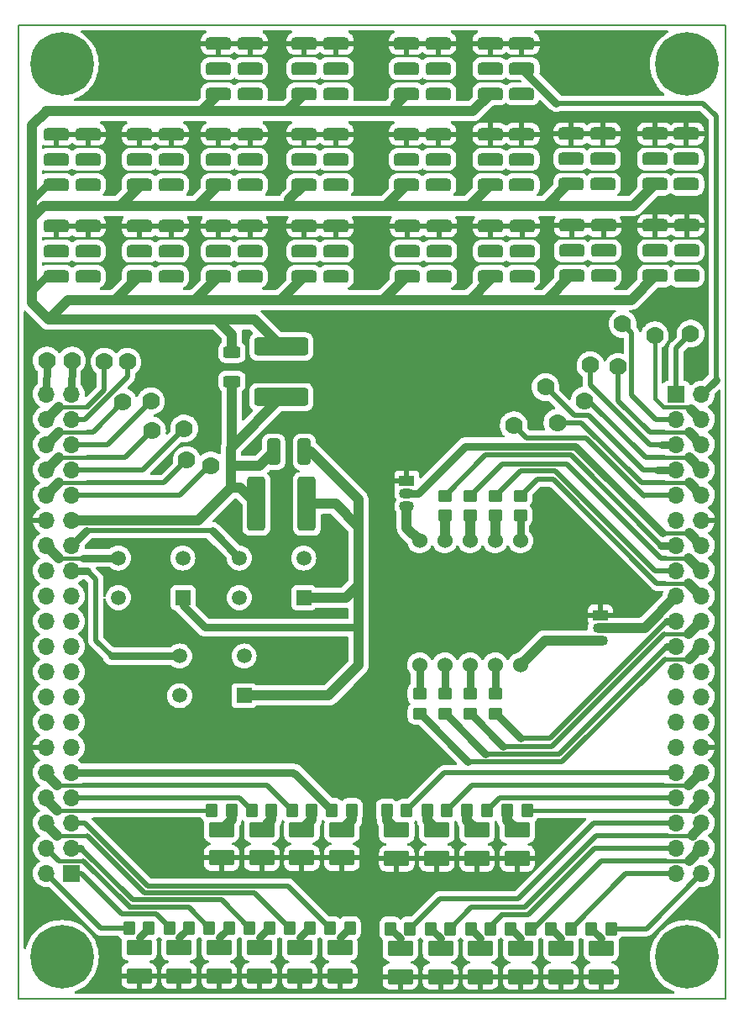
<source format=gbr>
%TF.GenerationSoftware,KiCad,Pcbnew,(6.0.1)*%
%TF.CreationDate,2022-04-23T13:54:07+02:00*%
%TF.ProjectId,ba_nano_version_2,62615f6e-616e-46f5-9f76-657273696f6e,rev?*%
%TF.SameCoordinates,Original*%
%TF.FileFunction,Copper,L1,Top*%
%TF.FilePolarity,Positive*%
%FSLAX46Y46*%
G04 Gerber Fmt 4.6, Leading zero omitted, Abs format (unit mm)*
G04 Created by KiCad (PCBNEW (6.0.1)) date 2022-04-23 13:54:07*
%MOMM*%
%LPD*%
G01*
G04 APERTURE LIST*
G04 Aperture macros list*
%AMRoundRect*
0 Rectangle with rounded corners*
0 $1 Rounding radius*
0 $2 $3 $4 $5 $6 $7 $8 $9 X,Y pos of 4 corners*
0 Add a 4 corners polygon primitive as box body*
4,1,4,$2,$3,$4,$5,$6,$7,$8,$9,$2,$3,0*
0 Add four circle primitives for the rounded corners*
1,1,$1+$1,$2,$3*
1,1,$1+$1,$4,$5*
1,1,$1+$1,$6,$7*
1,1,$1+$1,$8,$9*
0 Add four rect primitives between the rounded corners*
20,1,$1+$1,$2,$3,$4,$5,0*
20,1,$1+$1,$4,$5,$6,$7,0*
20,1,$1+$1,$6,$7,$8,$9,0*
20,1,$1+$1,$8,$9,$2,$3,0*%
G04 Aperture macros list end*
%TA.AperFunction,Profile*%
%ADD10C,0.200000*%
%TD*%
%TA.AperFunction,ComponentPad*%
%ADD11RoundRect,0.317500X0.955000X-0.317500X0.955000X0.317500X-0.955000X0.317500X-0.955000X-0.317500X0*%
%TD*%
%TA.AperFunction,SMDPad,CuDef*%
%ADD12RoundRect,0.250000X0.350000X0.450000X-0.350000X0.450000X-0.350000X-0.450000X0.350000X-0.450000X0*%
%TD*%
%TA.AperFunction,SMDPad,CuDef*%
%ADD13RoundRect,0.250000X-0.350000X-0.450000X0.350000X-0.450000X0.350000X0.450000X-0.350000X0.450000X0*%
%TD*%
%TA.AperFunction,SMDPad,CuDef*%
%ADD14RoundRect,0.250000X0.450000X-0.350000X0.450000X0.350000X-0.450000X0.350000X-0.450000X-0.350000X0*%
%TD*%
%TA.AperFunction,SMDPad,CuDef*%
%ADD15RoundRect,0.250000X1.025000X-0.550000X1.025000X0.550000X-1.025000X0.550000X-1.025000X-0.550000X0*%
%TD*%
%TA.AperFunction,ComponentPad*%
%ADD16C,6.400000*%
%TD*%
%TA.AperFunction,ComponentPad*%
%ADD17C,1.524000*%
%TD*%
%TA.AperFunction,ComponentPad*%
%ADD18R,1.500000X1.500000*%
%TD*%
%TA.AperFunction,ComponentPad*%
%ADD19C,1.500000*%
%TD*%
%TA.AperFunction,SMDPad,CuDef*%
%ADD20RoundRect,0.250000X2.450000X-0.650000X2.450000X0.650000X-2.450000X0.650000X-2.450000X-0.650000X0*%
%TD*%
%TA.AperFunction,ComponentPad*%
%ADD21R,1.500000X1.050000*%
%TD*%
%TA.AperFunction,ComponentPad*%
%ADD22O,1.500000X1.050000*%
%TD*%
%TA.AperFunction,SMDPad,CuDef*%
%ADD23RoundRect,0.250000X-0.650000X-2.450000X0.650000X-2.450000X0.650000X2.450000X-0.650000X2.450000X0*%
%TD*%
%TA.AperFunction,ComponentPad*%
%ADD24R,1.700000X1.700000*%
%TD*%
%TA.AperFunction,ComponentPad*%
%ADD25O,1.700000X1.700000*%
%TD*%
%TA.AperFunction,SMDPad,CuDef*%
%ADD26RoundRect,0.250000X-0.625000X0.312500X-0.625000X-0.312500X0.625000X-0.312500X0.625000X0.312500X0*%
%TD*%
%TA.AperFunction,SMDPad,CuDef*%
%ADD27RoundRect,0.250000X0.400000X1.075000X-0.400000X1.075000X-0.400000X-1.075000X0.400000X-1.075000X0*%
%TD*%
%TA.AperFunction,ViaPad*%
%ADD28C,1.778000*%
%TD*%
%TA.AperFunction,Conductor*%
%ADD29C,0.508000*%
%TD*%
%TA.AperFunction,Conductor*%
%ADD30C,0.381000*%
%TD*%
%TA.AperFunction,Conductor*%
%ADD31C,0.762000*%
%TD*%
%TA.AperFunction,Conductor*%
%ADD32C,1.016000*%
%TD*%
G04 APERTURE END LIST*
D10*
X170166182Y-52472336D02*
X170166182Y-150490936D01*
X98893782Y-150490936D02*
X98893782Y-52472336D01*
X170166182Y-150490936D02*
X98893782Y-150490936D01*
X98893782Y-52472336D02*
X170166182Y-52472336D01*
D11*
%TO.P,SW4,1,A*%
%TO.N,Net-(R\u00A71-Pad1)*%
X122228640Y-59369960D03*
%TO.P,SW4,2,B*%
%TO.N,/GPIO_0_39*%
X122228640Y-56829960D03*
%TO.P,SW4,3,C*%
%TO.N,GND*%
X122228640Y-54289960D03*
%TO.P,SW4,4,A*%
%TO.N,Net-(R\u00A71-Pad1)*%
X119035860Y-59369960D03*
%TO.P,SW4,5,B*%
%TO.N,/GPIO_0_39*%
X119035860Y-56829960D03*
%TO.P,SW4,6,C*%
%TO.N,GND*%
X119035860Y-54289960D03*
%TD*%
%TO.P,SW20,1,A*%
%TO.N,Net-(R\u00A71-Pad1)*%
X105863420Y-77759560D03*
%TO.P,SW20,2,B*%
%TO.N,/GPIO_0_37*%
X105863420Y-75219560D03*
%TO.P,SW20,3,C*%
%TO.N,GND*%
X105863420Y-72679560D03*
%TO.P,SW20,4,A*%
%TO.N,Net-(R\u00A71-Pad1)*%
X102670640Y-77759560D03*
%TO.P,SW20,5,B*%
%TO.N,/GPIO_0_37*%
X102670640Y-75219560D03*
%TO.P,SW20,6,C*%
%TO.N,GND*%
X102670640Y-72679560D03*
%TD*%
D12*
%TO.P,R8,1*%
%TO.N,/GPIO_1_35*%
X142415000Y-143439000D03*
%TO.P,R8,2*%
%TO.N,Net-(D8-Pad2)*%
X140415000Y-143439000D03*
%TD*%
%TO.P,R20,2*%
%TO.N,Net-(D20-Pad2)*%
X148160000Y-131550000D03*
%TO.P,R20,1*%
%TO.N,/GPIO_1_33*%
X150160000Y-131550000D03*
%TD*%
D13*
%TO.P,R3,1*%
%TO.N,/GPIO_0_3*%
X118125000Y-143379000D03*
%TO.P,R3,2*%
%TO.N,Net-(D3-Pad2)*%
X120125000Y-143379000D03*
%TD*%
D12*
%TO.P,R7,1*%
%TO.N,/GPIO_1_34*%
X138365000Y-143439000D03*
%TO.P,R7,2*%
%TO.N,Net-(D7-Pad2)*%
X136365000Y-143439000D03*
%TD*%
D13*
%TO.P,R1,1*%
%TO.N,/GPIO_0_1*%
X110025000Y-143379000D03*
%TO.P,R1,2*%
%TO.N,Net-(D1-Pad2)*%
X112025000Y-143379000D03*
%TD*%
D12*
%TO.P,R10,1*%
%TO.N,/GPIO_1_37*%
X150515000Y-143439000D03*
%TO.P,R10,2*%
%TO.N,Net-(D10-Pad2)*%
X148515000Y-143439000D03*
%TD*%
D14*
%TO.P,R49,1*%
%TO.N,Net-(R49-Pad1)*%
X149479000Y-101838000D03*
%TO.P,R49,2*%
%TO.N,/GPIO_1_17*%
X149479000Y-99838000D03*
%TD*%
D15*
%TO.P,D18,2,A*%
%TO.N,Net-(D18-Pad2)*%
X141060000Y-133525000D03*
%TO.P,D18,1,K*%
%TO.N,GND*%
X141060000Y-136375000D03*
%TD*%
D11*
%TO.P,SW14,1,A*%
%TO.N,Net-(R\u00A71-Pad1)*%
X157854680Y-77724000D03*
%TO.P,SW14,2,B*%
%TO.N,/GPIO_1_5*%
X157854680Y-75184000D03*
%TO.P,SW14,3,C*%
%TO.N,GND*%
X157854680Y-72644000D03*
%TO.P,SW14,4,A*%
%TO.N,Net-(R\u00A71-Pad1)*%
X154661900Y-77724000D03*
%TO.P,SW14,5,B*%
%TO.N,/GPIO_1_5*%
X154661900Y-75184000D03*
%TO.P,SW14,6,C*%
%TO.N,GND*%
X154661900Y-72644000D03*
%TD*%
D16*
%TO.P,H4,1*%
%TO.N,N/C*%
X166243000Y-56388000D03*
%TD*%
D14*
%TO.P,R46,1*%
%TO.N,/GPIO_1_19*%
X144399000Y-121777000D03*
%TO.P,R46,2*%
%TO.N,Net-(R46-Pad2)*%
X144399000Y-119777000D03*
%TD*%
D15*
%TO.P,D4,1,K*%
%TO.N,GND*%
X123175000Y-148204000D03*
%TO.P,D4,2,A*%
%TO.N,Net-(D4-Pad2)*%
X123175000Y-145354000D03*
%TD*%
D13*
%TO.P,R5,1*%
%TO.N,/GPIO_0_5*%
X126225000Y-143379000D03*
%TO.P,R5,2*%
%TO.N,Net-(D5-Pad2)*%
X128225000Y-143379000D03*
%TD*%
D15*
%TO.P,D16,2,A*%
%TO.N,Net-(D16-Pad2)*%
X131490000Y-133475000D03*
%TO.P,D16,1,K*%
%TO.N,GND*%
X131490000Y-136325000D03*
%TD*%
D17*
%TO.P,U1,1,D*%
%TO.N,Net-(R42-Pad2)*%
X139319000Y-116867000D03*
%TO.P,U1,2,DP*%
%TO.N,Net-(R44-Pad2)*%
X141859000Y-116867000D03*
%TO.P,U1,3,E*%
%TO.N,Net-(R46-Pad2)*%
X144399000Y-116867000D03*
%TO.P,U1,4,C*%
%TO.N,Net-(R48-Pad2)*%
X146939000Y-116867000D03*
%TO.P,U1,5,CA_DIG2*%
%TO.N,Net-(U1-Pad5)*%
X149479000Y-116867000D03*
%TO.P,U1,6,B*%
%TO.N,Net-(R49-Pad1)*%
X149479000Y-104367000D03*
%TO.P,U1,7,A*%
%TO.N,Net-(R47-Pad1)*%
X146939000Y-104367000D03*
%TO.P,U1,8,F*%
%TO.N,Net-(R45-Pad1)*%
X144399000Y-104367000D03*
%TO.P,U1,9,G*%
%TO.N,Net-(R43-Pad1)*%
X141859000Y-104367000D03*
%TO.P,U1,10,CA_D1*%
%TO.N,Net-(U1-Pad10)*%
X139319000Y-104367000D03*
%TD*%
D11*
%TO.P,SW19,1,A*%
%TO.N,Net-(R\u00A71-Pad1)*%
X114255580Y-77759560D03*
%TO.P,SW19,2,B*%
%TO.N,/GPIO_0_35*%
X114255580Y-75219560D03*
%TO.P,SW19,3,C*%
%TO.N,GND*%
X114255580Y-72679560D03*
%TO.P,SW19,4,A*%
%TO.N,Net-(R\u00A71-Pad1)*%
X111062800Y-77759560D03*
%TO.P,SW19,5,B*%
%TO.N,/GPIO_0_35*%
X111062800Y-75219560D03*
%TO.P,SW19,6,C*%
%TO.N,GND*%
X111062800Y-72679560D03*
%TD*%
%TO.P,SW10,1,A*%
%TO.N,Net-(R\u00A71-Pad1)*%
X122228640Y-68513960D03*
%TO.P,SW10,2,B*%
%TO.N,/GPIO_0_32*%
X122228640Y-65973960D03*
%TO.P,SW10,3,C*%
%TO.N,GND*%
X122228640Y-63433960D03*
%TO.P,SW10,4,A*%
%TO.N,Net-(R\u00A71-Pad1)*%
X119035860Y-68513960D03*
%TO.P,SW10,5,B*%
%TO.N,/GPIO_0_32*%
X119035860Y-65973960D03*
%TO.P,SW10,6,C*%
%TO.N,GND*%
X119035860Y-63433960D03*
%TD*%
D13*
%TO.P,R4,1*%
%TO.N,/GPIO_0_2*%
X122175000Y-143379000D03*
%TO.P,R4,2*%
%TO.N,Net-(D4-Pad2)*%
X124175000Y-143379000D03*
%TD*%
D16*
%TO.P,H1,1*%
%TO.N,N/C*%
X103251000Y-146291300D03*
%TD*%
D15*
%TO.P,D1,1,K*%
%TO.N,GND*%
X111025000Y-148204000D03*
%TO.P,D1,2,A*%
%TO.N,Net-(D1-Pad2)*%
X111025000Y-145354000D03*
%TD*%
D18*
%TO.P,S1,1,COM_1*%
%TO.N,Net-(S1-Pad1)*%
X127635000Y-110109000D03*
D19*
%TO.P,S1,2,COM_2*%
X121135000Y-110109000D03*
%TO.P,S1,3,NO_1*%
%TO.N,/GPIO_0_26*%
X127635000Y-106109000D03*
%TO.P,S1,4,NO_2*%
X121135000Y-106109000D03*
%TD*%
D15*
%TO.P,D19,2,A*%
%TO.N,Net-(D19-Pad2)*%
X145110000Y-133525000D03*
%TO.P,D19,1,K*%
%TO.N,GND*%
X145110000Y-136375000D03*
%TD*%
D12*
%TO.P,R17,2*%
%TO.N,Net-(D17-Pad2)*%
X136010000Y-131550000D03*
%TO.P,R17,1*%
%TO.N,/GPIO_1_30*%
X138010000Y-131550000D03*
%TD*%
%TO.P,R11,1*%
%TO.N,/GPIO_1_38*%
X154565000Y-143439000D03*
%TO.P,R11,2*%
%TO.N,Net-(D11-Pad2)*%
X152565000Y-143439000D03*
%TD*%
D13*
%TO.P,R14,2*%
%TO.N,Net-(D14-Pad2)*%
X124390000Y-131500000D03*
%TO.P,R14,1*%
%TO.N,/GPIO_0_6*%
X122390000Y-131500000D03*
%TD*%
D12*
%TO.P,R18,2*%
%TO.N,Net-(D18-Pad2)*%
X140060000Y-131550000D03*
%TO.P,R18,1*%
%TO.N,/GPIO_1_31*%
X142060000Y-131550000D03*
%TD*%
D14*
%TO.P,R42,1*%
%TO.N,/GPIO_1_21*%
X139319000Y-121777000D03*
%TO.P,R42,2*%
%TO.N,Net-(R42-Pad2)*%
X139319000Y-119777000D03*
%TD*%
D16*
%TO.P,H3,1*%
%TO.N,N/C*%
X103251000Y-56375300D03*
%TD*%
D15*
%TO.P,D5,1,K*%
%TO.N,GND*%
X127225000Y-148204000D03*
%TO.P,D5,2,A*%
%TO.N,Net-(D5-Pad2)*%
X127225000Y-145354000D03*
%TD*%
D11*
%TO.P,SW18,1,A*%
%TO.N,Net-(R\u00A71-Pad1)*%
X122228640Y-77759560D03*
%TO.P,SW18,2,B*%
%TO.N,/GPIO_0_33*%
X122228640Y-75219560D03*
%TO.P,SW18,3,C*%
%TO.N,GND*%
X122228640Y-72679560D03*
%TO.P,SW18,4,A*%
%TO.N,Net-(R\u00A71-Pad1)*%
X119035860Y-77759560D03*
%TO.P,SW18,5,B*%
%TO.N,/GPIO_0_33*%
X119035860Y-75219560D03*
%TO.P,SW18,6,C*%
%TO.N,GND*%
X119035860Y-72679560D03*
%TD*%
%TO.P,SW3,1,A*%
%TO.N,Net-(R\u00A71-Pad1)*%
X130874800Y-59369960D03*
%TO.P,SW3,2,B*%
%TO.N,/GPIO_0_38*%
X130874800Y-56829960D03*
%TO.P,SW3,3,C*%
%TO.N,GND*%
X130874800Y-54289960D03*
%TO.P,SW3,4,A*%
%TO.N,Net-(R\u00A71-Pad1)*%
X127682020Y-59369960D03*
%TO.P,SW3,5,B*%
%TO.N,/GPIO_0_38*%
X127682020Y-56829960D03*
%TO.P,SW3,6,C*%
%TO.N,GND*%
X127682020Y-54289960D03*
%TD*%
D14*
%TO.P,R48,1*%
%TO.N,/GPIO_1_18*%
X146939000Y-121777000D03*
%TO.P,R48,2*%
%TO.N,Net-(R48-Pad2)*%
X146939000Y-119777000D03*
%TD*%
D11*
%TO.P,SW16,1,A*%
%TO.N,Net-(R\u00A71-Pad1)*%
X141304040Y-77759560D03*
%TO.P,SW16,2,B*%
%TO.N,/GPIO_1_9*%
X141304040Y-75219560D03*
%TO.P,SW16,3,C*%
%TO.N,GND*%
X141304040Y-72679560D03*
%TO.P,SW16,4,A*%
%TO.N,Net-(R\u00A71-Pad1)*%
X138111260Y-77759560D03*
%TO.P,SW16,5,B*%
%TO.N,/GPIO_1_9*%
X138111260Y-75219560D03*
%TO.P,SW16,6,C*%
%TO.N,GND*%
X138111260Y-72679560D03*
%TD*%
D15*
%TO.P,D13,2,A*%
%TO.N,Net-(D13-Pad2)*%
X119340000Y-133475000D03*
%TO.P,D13,1,K*%
%TO.N,GND*%
X119340000Y-136325000D03*
%TD*%
D13*
%TO.P,R6,1*%
%TO.N,/GPIO_0_4*%
X130275000Y-143379000D03*
%TO.P,R6,2*%
%TO.N,Net-(D6-Pad2)*%
X132275000Y-143379000D03*
%TD*%
D15*
%TO.P,D7,1,K*%
%TO.N,GND*%
X137365000Y-148264000D03*
%TO.P,D7,2,A*%
%TO.N,Net-(D7-Pad2)*%
X137365000Y-145414000D03*
%TD*%
D11*
%TO.P,SW15,1,A*%
%TO.N,Net-(R\u00A71-Pad1)*%
X149670800Y-77759560D03*
%TO.P,SW15,2,B*%
%TO.N,/GPIO_1_7*%
X149670800Y-75219560D03*
%TO.P,SW15,3,C*%
%TO.N,GND*%
X149670800Y-72679560D03*
%TO.P,SW15,4,A*%
%TO.N,Net-(R\u00A71-Pad1)*%
X146478020Y-77759560D03*
%TO.P,SW15,5,B*%
%TO.N,/GPIO_1_7*%
X146478020Y-75219560D03*
%TO.P,SW15,6,C*%
%TO.N,GND*%
X146478020Y-72679560D03*
%TD*%
%TO.P,SW2,1,A*%
%TO.N,Net-(R\u00A71-Pad1)*%
X141207520Y-59369960D03*
%TO.P,SW2,2,B*%
%TO.N,/GPIO_1_0*%
X141207520Y-56829960D03*
%TO.P,SW2,3,C*%
%TO.N,GND*%
X141207520Y-54289960D03*
%TO.P,SW2,4,A*%
%TO.N,Net-(R\u00A71-Pad1)*%
X138014740Y-59369960D03*
%TO.P,SW2,5,B*%
%TO.N,/GPIO_1_0*%
X138014740Y-56829960D03*
%TO.P,SW2,6,C*%
%TO.N,GND*%
X138014740Y-54289960D03*
%TD*%
D20*
%TO.P,C2,1*%
%TO.N,+3V3*%
X125385000Y-89909000D03*
%TO.P,C2,2*%
%TO.N,Net-(R\u00A71-Pad1)*%
X125385000Y-84809000D03*
%TD*%
D15*
%TO.P,D17,2,A*%
%TO.N,Net-(D17-Pad2)*%
X137010000Y-133525000D03*
%TO.P,D17,1,K*%
%TO.N,GND*%
X137010000Y-136375000D03*
%TD*%
D11*
%TO.P,SW6,1,A*%
%TO.N,Net-(R\u00A71-Pad1)*%
X157798800Y-68478400D03*
%TO.P,SW6,2,B*%
%TO.N,/GPIO_1_4*%
X157798800Y-65938400D03*
%TO.P,SW6,3,C*%
%TO.N,GND*%
X157798800Y-63398400D03*
%TO.P,SW6,4,A*%
%TO.N,Net-(R\u00A71-Pad1)*%
X154606020Y-68478400D03*
%TO.P,SW6,5,B*%
%TO.N,/GPIO_1_4*%
X154606020Y-65938400D03*
%TO.P,SW6,6,C*%
%TO.N,GND*%
X154606020Y-63398400D03*
%TD*%
D16*
%TO.P,H2,1*%
%TO.N,N/C*%
X166268400Y-146291300D03*
%TD*%
D11*
%TO.P,SW11,1,A*%
%TO.N,Net-(R\u00A71-Pad1)*%
X114255580Y-68513960D03*
%TO.P,SW11,2,B*%
%TO.N,/GPIO_0_34*%
X114255580Y-65973960D03*
%TO.P,SW11,3,C*%
%TO.N,GND*%
X114255580Y-63433960D03*
%TO.P,SW11,4,A*%
%TO.N,Net-(R\u00A71-Pad1)*%
X111062800Y-68513960D03*
%TO.P,SW11,5,B*%
%TO.N,/GPIO_0_34*%
X111062800Y-65973960D03*
%TO.P,SW11,6,C*%
%TO.N,GND*%
X111062800Y-63433960D03*
%TD*%
D13*
%TO.P,R16,2*%
%TO.N,Net-(D16-Pad2)*%
X132490000Y-131500000D03*
%TO.P,R16,1*%
%TO.N,/GPIO_0_8*%
X130490000Y-131500000D03*
%TD*%
D11*
%TO.P,SW5,1,A*%
%TO.N,Net-(R\u00A71-Pad1)*%
X166218900Y-68478400D03*
%TO.P,SW5,2,B*%
%TO.N,/GPIO_1_2*%
X166218900Y-65938400D03*
%TO.P,SW5,3,C*%
%TO.N,GND*%
X166218900Y-63398400D03*
%TO.P,SW5,4,A*%
%TO.N,Net-(R\u00A71-Pad1)*%
X163026120Y-68478400D03*
%TO.P,SW5,5,B*%
%TO.N,/GPIO_1_2*%
X163026120Y-65938400D03*
%TO.P,SW5,6,C*%
%TO.N,GND*%
X163026120Y-63398400D03*
%TD*%
D15*
%TO.P,D11,1,K*%
%TO.N,GND*%
X153565000Y-148264000D03*
%TO.P,D11,2,A*%
%TO.N,Net-(D11-Pad2)*%
X153565000Y-145414000D03*
%TD*%
D11*
%TO.P,SW1,1,A*%
%TO.N,Net-(R\u00A71-Pad1)*%
X149625080Y-59369960D03*
%TO.P,SW1,2,B*%
%TO.N,/GPIO_1_1*%
X149625080Y-56829960D03*
%TO.P,SW1,3,C*%
%TO.N,GND*%
X149625080Y-54289960D03*
%TO.P,SW1,4,A*%
%TO.N,Net-(R\u00A71-Pad1)*%
X146432300Y-59369960D03*
%TO.P,SW1,5,B*%
%TO.N,/GPIO_1_1*%
X146432300Y-56829960D03*
%TO.P,SW1,6,C*%
%TO.N,GND*%
X146432300Y-54289960D03*
%TD*%
D13*
%TO.P,R2,1*%
%TO.N,/GPIO_0_0*%
X114075000Y-143379000D03*
%TO.P,R2,2*%
%TO.N,Net-(D2-Pad2)*%
X116075000Y-143379000D03*
%TD*%
D14*
%TO.P,R45,1*%
%TO.N,Net-(R45-Pad1)*%
X144399000Y-101838000D03*
%TO.P,R45,2*%
%TO.N,/GPIO_1_15*%
X144399000Y-99838000D03*
%TD*%
D13*
%TO.P,R13,2*%
%TO.N,Net-(D13-Pad2)*%
X120340000Y-131500000D03*
%TO.P,R13,1*%
%TO.N,/GPIO_0_7*%
X118340000Y-131500000D03*
%TD*%
D15*
%TO.P,D8,1,K*%
%TO.N,GND*%
X141415000Y-148264000D03*
%TO.P,D8,2,A*%
%TO.N,Net-(D8-Pad2)*%
X141415000Y-145414000D03*
%TD*%
D11*
%TO.P,SW7,1,A*%
%TO.N,Net-(R\u00A71-Pad1)*%
X149625080Y-68513960D03*
%TO.P,SW7,2,B*%
%TO.N,/GPIO_1_6*%
X149625080Y-65973960D03*
%TO.P,SW7,3,C*%
%TO.N,GND*%
X149625080Y-63433960D03*
%TO.P,SW7,4,A*%
%TO.N,Net-(R\u00A71-Pad1)*%
X146432300Y-68513960D03*
%TO.P,SW7,5,B*%
%TO.N,/GPIO_1_6*%
X146432300Y-65973960D03*
%TO.P,SW7,6,C*%
%TO.N,GND*%
X146432300Y-63433960D03*
%TD*%
D18*
%TO.P,S3,1,COM_1*%
%TO.N,Net-(S1-Pad1)*%
X115443000Y-110109000D03*
D19*
%TO.P,S3,2,COM_2*%
X108943000Y-110109000D03*
%TO.P,S3,3,NO_1*%
%TO.N,/GPIO_0_27*%
X115443000Y-106109000D03*
%TO.P,S3,4,NO_2*%
X108943000Y-106109000D03*
%TD*%
D21*
%TO.P,Q2,1,E*%
%TO.N,GND*%
X157525000Y-111859000D03*
D22*
%TO.P,Q2,2,B*%
%TO.N,/GPIO_1_16*%
X157525000Y-113129000D03*
%TO.P,Q2,3,C*%
%TO.N,Net-(U1-Pad5)*%
X157525000Y-114399000D03*
%TD*%
D15*
%TO.P,D20,2,A*%
%TO.N,Net-(D20-Pad2)*%
X149160000Y-133525000D03*
%TO.P,D20,1,K*%
%TO.N,GND*%
X149160000Y-136375000D03*
%TD*%
%TO.P,D10,1,K*%
%TO.N,GND*%
X149515000Y-148264000D03*
%TO.P,D10,2,A*%
%TO.N,Net-(D10-Pad2)*%
X149515000Y-145414000D03*
%TD*%
D23*
%TO.P,C1,1*%
%TO.N,+3V3*%
X122843000Y-100675000D03*
%TO.P,C1,2*%
%TO.N,Net-(S1-Pad1)*%
X127943000Y-100675000D03*
%TD*%
D24*
%TO.P,J1,1,Pin_1*%
%TO.N,/GPIO_0_0*%
X104216200Y-137883900D03*
D25*
%TO.P,J1,2,Pin_2*%
%TO.N,/GPIO_0_1*%
X101676200Y-137883900D03*
%TO.P,J1,3,Pin_3*%
%TO.N,/GPIO_0_2*%
X104216200Y-135343900D03*
%TO.P,J1,4,Pin_4*%
%TO.N,/GPIO_0_3*%
X101676200Y-135343900D03*
%TO.P,J1,5,Pin_5*%
%TO.N,/GPIO_0_4*%
X104216200Y-132803900D03*
%TO.P,J1,6,Pin_6*%
%TO.N,/GPIO_0_5*%
X101676200Y-132803900D03*
%TO.P,J1,7,Pin_7*%
%TO.N,/GPIO_0_6*%
X104216200Y-130263900D03*
%TO.P,J1,8,Pin_8*%
%TO.N,/GPIO_0_7*%
X101676200Y-130263900D03*
%TO.P,J1,9,Pin_9*%
%TO.N,/GPIO_0_8*%
X104216200Y-127723900D03*
%TO.P,J1,10,Pin_10*%
%TO.N,/GPIO_0_9*%
X101676200Y-127723900D03*
%TO.P,J1,11,Pin_11*%
%TO.N,unconnected-(J1-Pad11)*%
X104216200Y-125183900D03*
%TO.P,J1,12,Pin_12*%
%TO.N,GND*%
X101676200Y-125183900D03*
%TO.P,J1,13,Pin_13*%
%TO.N,/GPIO_0_12*%
X104216200Y-122643900D03*
%TO.P,J1,14,Pin_14*%
%TO.N,/GPIO_0_13*%
X101676200Y-122643900D03*
%TO.P,J1,15,Pin_15*%
%TO.N,/GPIO_0_14*%
X104216200Y-120103900D03*
%TO.P,J1,16,Pin_16*%
%TO.N,/GPIO_0_15*%
X101676200Y-120103900D03*
%TO.P,J1,17,Pin_17*%
%TO.N,/GPIO_0_16*%
X104216200Y-117563900D03*
%TO.P,J1,18,Pin_18*%
%TO.N,/GPIO_0_17*%
X101676200Y-117563900D03*
%TO.P,J1,19,Pin_19*%
%TO.N,/GPIO_0_18*%
X104216200Y-115023900D03*
%TO.P,J1,20,Pin_20*%
%TO.N,/GPIO_0_19*%
X101676200Y-115023900D03*
%TO.P,J1,21,Pin_21*%
%TO.N,/GPIO_0_20*%
X104216200Y-112483900D03*
%TO.P,J1,22,Pin_22*%
%TO.N,/GPIO_0_21*%
X101676200Y-112483900D03*
%TO.P,J1,23,Pin_23*%
%TO.N,/GPIO_0_22*%
X104216200Y-109943900D03*
%TO.P,J1,24,Pin_24*%
%TO.N,/GPIO_0_23*%
X101676200Y-109943900D03*
%TO.P,J1,25,Pin_25*%
%TO.N,/GPIO_0_24*%
X104216200Y-107403900D03*
%TO.P,J1,26,Pin_26*%
%TO.N,/GPIO_0_25*%
X101676200Y-107403900D03*
%TO.P,J1,27,Pin_27*%
%TO.N,/GPIO_0_26*%
X104216200Y-104863900D03*
%TO.P,J1,28,Pin_28*%
%TO.N,/GPIO_0_27*%
X101676200Y-104863900D03*
%TO.P,J1,29,Pin_29*%
%TO.N,+3V3*%
X104216200Y-102323900D03*
%TO.P,J1,30,Pin_30*%
%TO.N,GND*%
X101676200Y-102323900D03*
%TO.P,J1,31,Pin_31*%
%TO.N,/GPIO_0_30*%
X104216200Y-99783900D03*
%TO.P,J1,32,Pin_32*%
%TO.N,/GPIO_0_31*%
X101676200Y-99783900D03*
%TO.P,J1,33,Pin_33*%
%TO.N,/GPIO_0_32*%
X104216200Y-97243900D03*
%TO.P,J1,34,Pin_34*%
%TO.N,/GPIO_0_33*%
X101676200Y-97243900D03*
%TO.P,J1,35,Pin_35*%
%TO.N,/GPIO_0_34*%
X104216200Y-94703900D03*
%TO.P,J1,36,Pin_36*%
%TO.N,/GPIO_0_35*%
X101676200Y-94703900D03*
%TO.P,J1,37,Pin_37*%
%TO.N,/GPIO_0_36*%
X104216200Y-92163900D03*
%TO.P,J1,38,Pin_38*%
%TO.N,/GPIO_0_37*%
X101676200Y-92163900D03*
%TO.P,J1,39,Pin_39*%
%TO.N,/GPIO_0_38*%
X104216200Y-89623900D03*
%TO.P,J1,40,Pin_40*%
%TO.N,/GPIO_0_39*%
X101676200Y-89623900D03*
%TD*%
D26*
%TO.P,R\u00A71,1*%
%TO.N,Net-(R\u00A71-Pad1)*%
X120385000Y-85396500D03*
%TO.P,R\u00A71,2*%
%TO.N,+3V3*%
X120385000Y-88321500D03*
%TD*%
D11*
%TO.P,SW9,1,A*%
%TO.N,Net-(R\u00A71-Pad1)*%
X130874800Y-68513960D03*
%TO.P,SW9,2,B*%
%TO.N,/GPIO_0_30*%
X130874800Y-65973960D03*
%TO.P,SW9,3,C*%
%TO.N,GND*%
X130874800Y-63433960D03*
%TO.P,SW9,4,A*%
%TO.N,Net-(R\u00A71-Pad1)*%
X127682020Y-68513960D03*
%TO.P,SW9,5,B*%
%TO.N,/GPIO_0_30*%
X127682020Y-65973960D03*
%TO.P,SW9,6,C*%
%TO.N,GND*%
X127682020Y-63433960D03*
%TD*%
D14*
%TO.P,R43,1*%
%TO.N,Net-(R43-Pad1)*%
X141859000Y-101838000D03*
%TO.P,R43,2*%
%TO.N,/GPIO_1_12*%
X141859000Y-99838000D03*
%TD*%
D11*
%TO.P,SW12,1,A*%
%TO.N,Net-(R\u00A71-Pad1)*%
X105863420Y-68513960D03*
%TO.P,SW12,2,B*%
%TO.N,/GPIO_0_36*%
X105863420Y-65973960D03*
%TO.P,SW12,3,C*%
%TO.N,GND*%
X105863420Y-63433960D03*
%TO.P,SW12,4,A*%
%TO.N,Net-(R\u00A71-Pad1)*%
X102670640Y-68513960D03*
%TO.P,SW12,5,B*%
%TO.N,/GPIO_0_36*%
X102670640Y-65973960D03*
%TO.P,SW12,6,C*%
%TO.N,GND*%
X102670640Y-63433960D03*
%TD*%
D14*
%TO.P,R44,1*%
%TO.N,/GPIO_1_20*%
X141859000Y-121777000D03*
%TO.P,R44,2*%
%TO.N,Net-(R44-Pad2)*%
X141859000Y-119777000D03*
%TD*%
D15*
%TO.P,D15,2,A*%
%TO.N,Net-(D15-Pad2)*%
X127440000Y-133475000D03*
%TO.P,D15,1,K*%
%TO.N,GND*%
X127440000Y-136325000D03*
%TD*%
D18*
%TO.P,S2,1,COM_1*%
%TO.N,Net-(S1-Pad1)*%
X121614000Y-119983000D03*
D19*
%TO.P,S2,2,COM_2*%
X115114000Y-119983000D03*
%TO.P,S2,3,NO_1*%
%TO.N,/GPIO_0_24*%
X121614000Y-115983000D03*
%TO.P,S2,4,NO_2*%
X115114000Y-115983000D03*
%TD*%
D12*
%TO.P,R19,2*%
%TO.N,Net-(D19-Pad2)*%
X144110000Y-131550000D03*
%TO.P,R19,1*%
%TO.N,/GPIO_1_32*%
X146110000Y-131550000D03*
%TD*%
D27*
%TO.P,R21,1*%
%TO.N,Net-(S1-Pad1)*%
X127693000Y-95425000D03*
%TO.P,R21,2*%
%TO.N,+3V3*%
X124593000Y-95425000D03*
%TD*%
D15*
%TO.P,D12,1,K*%
%TO.N,GND*%
X157615000Y-148264000D03*
%TO.P,D12,2,A*%
%TO.N,Net-(D12-Pad2)*%
X157615000Y-145414000D03*
%TD*%
D11*
%TO.P,SW8,1,A*%
%TO.N,Net-(R\u00A71-Pad1)*%
X141207520Y-68513960D03*
%TO.P,SW8,2,B*%
%TO.N,/GPIO_1_8*%
X141207520Y-65973960D03*
%TO.P,SW8,3,C*%
%TO.N,GND*%
X141207520Y-63433960D03*
%TO.P,SW8,4,A*%
%TO.N,Net-(R\u00A71-Pad1)*%
X138014740Y-68513960D03*
%TO.P,SW8,5,B*%
%TO.N,/GPIO_1_8*%
X138014740Y-65973960D03*
%TO.P,SW8,6,C*%
%TO.N,GND*%
X138014740Y-63433960D03*
%TD*%
D14*
%TO.P,R47,1*%
%TO.N,Net-(R47-Pad1)*%
X146939000Y-101838000D03*
%TO.P,R47,2*%
%TO.N,/GPIO_1_14*%
X146939000Y-99838000D03*
%TD*%
D11*
%TO.P,SW17,1,A*%
%TO.N,Net-(R\u00A71-Pad1)*%
X130874800Y-77759560D03*
%TO.P,SW17,2,B*%
%TO.N,/GPIO_0_31*%
X130874800Y-75219560D03*
%TO.P,SW17,3,C*%
%TO.N,GND*%
X130874800Y-72679560D03*
%TO.P,SW17,4,A*%
%TO.N,Net-(R\u00A71-Pad1)*%
X127682020Y-77759560D03*
%TO.P,SW17,5,B*%
%TO.N,/GPIO_0_31*%
X127682020Y-75219560D03*
%TO.P,SW17,6,C*%
%TO.N,GND*%
X127682020Y-72679560D03*
%TD*%
D15*
%TO.P,D2,1,K*%
%TO.N,GND*%
X115075000Y-148204000D03*
%TO.P,D2,2,A*%
%TO.N,Net-(D2-Pad2)*%
X115075000Y-145354000D03*
%TD*%
D24*
%TO.P,J2,1,Pin_1*%
%TO.N,/GPIO_1_0*%
X165188900Y-89623900D03*
D25*
%TO.P,J2,2,Pin_2*%
%TO.N,/GPIO_1_1*%
X167728900Y-89623900D03*
%TO.P,J2,3,Pin_3*%
%TO.N,/GPIO_1_2*%
X165188900Y-92163900D03*
%TO.P,J2,4,Pin_4*%
%TO.N,/GPIO_1_3*%
X167728900Y-92163900D03*
%TO.P,J2,5,Pin_5*%
%TO.N,/GPIO_1_4*%
X165188900Y-94703900D03*
%TO.P,J2,6,Pin_6*%
%TO.N,/GPIO_1_5*%
X167728900Y-94703900D03*
%TO.P,J2,7,Pin_7*%
%TO.N,/GPIO_1_6*%
X165188900Y-97243900D03*
%TO.P,J2,8,Pin_8*%
%TO.N,/GPIO_1_7*%
X167728900Y-97243900D03*
%TO.P,J2,9,Pin_9*%
%TO.N,/GPIO_1_8*%
X165188900Y-99783900D03*
%TO.P,J2,10,Pin_10*%
%TO.N,/GPIO_1_9*%
X167728900Y-99783900D03*
%TO.P,J2,11,Pin_11*%
%TO.N,unconnected-(J2-Pad11)*%
X165188900Y-102323900D03*
%TO.P,J2,12,Pin_12*%
%TO.N,GND*%
X167728900Y-102323900D03*
%TO.P,J2,13,Pin_13*%
%TO.N,/GPIO_1_12*%
X165188900Y-104863900D03*
%TO.P,J2,14,Pin_14*%
%TO.N,/GPIO_1_13*%
X167728900Y-104863900D03*
%TO.P,J2,15,Pin_15*%
%TO.N,/GPIO_1_14*%
X165188900Y-107403900D03*
%TO.P,J2,16,Pin_16*%
%TO.N,/GPIO_1_15*%
X167728900Y-107403900D03*
%TO.P,J2,17,Pin_17*%
%TO.N,/GPIO_1_16*%
X165188900Y-109943900D03*
%TO.P,J2,18,Pin_18*%
%TO.N,/GPIO_1_17*%
X167728900Y-109943900D03*
%TO.P,J2,19,Pin_19*%
%TO.N,/GPIO_1_18*%
X165188900Y-112483900D03*
%TO.P,J2,20,Pin_20*%
%TO.N,/GPIO_1_19*%
X167728900Y-112483900D03*
%TO.P,J2,21,Pin_21*%
%TO.N,/GPIO_1_20*%
X165188900Y-115023900D03*
%TO.P,J2,22,Pin_22*%
%TO.N,/GPIO_1_21*%
X167728900Y-115023900D03*
%TO.P,J2,23,Pin_23*%
%TO.N,/GPIO_1_22*%
X165188900Y-117563900D03*
%TO.P,J2,24,Pin_24*%
%TO.N,/GPIO_1_23*%
X167728900Y-117563900D03*
%TO.P,J2,25,Pin_25*%
%TO.N,/GPIO_1_24*%
X165188900Y-120103900D03*
%TO.P,J2,26,Pin_26*%
%TO.N,/GPIO_1_25*%
X167728900Y-120103900D03*
%TO.P,J2,27,Pin_27*%
%TO.N,/GPIO_1_26*%
X165188900Y-122643900D03*
%TO.P,J2,28,Pin_28*%
%TO.N,/GPIO_1_27*%
X167728900Y-122643900D03*
%TO.P,J2,29,Pin_29*%
%TO.N,+3V3*%
X165188900Y-125183900D03*
%TO.P,J2,30,Pin_30*%
%TO.N,GND*%
X167728900Y-125183900D03*
%TO.P,J2,31,Pin_31*%
%TO.N,/GPIO_1_30*%
X165188900Y-127723900D03*
%TO.P,J2,32,Pin_32*%
%TO.N,/GPIO_1_31*%
X167728900Y-127723900D03*
%TO.P,J2,33,Pin_33*%
%TO.N,/GPIO_1_32*%
X165188900Y-130263900D03*
%TO.P,J2,34,Pin_34*%
%TO.N,/GPIO_1_33*%
X167728900Y-130263900D03*
%TO.P,J2,35,Pin_35*%
%TO.N,/GPIO_1_34*%
X165188900Y-132803900D03*
%TO.P,J2,36,Pin_36*%
%TO.N,/GPIO_1_35*%
X167728900Y-132803900D03*
%TO.P,J2,37,Pin_37*%
%TO.N,/GPIO_1_36*%
X165188900Y-135343900D03*
%TO.P,J2,38,Pin_38*%
%TO.N,/GPIO_1_37*%
X167728900Y-135343900D03*
%TO.P,J2,39,Pin_39*%
%TO.N,/GPIO_1_38*%
X165188900Y-137883900D03*
%TO.P,J2,40,Pin_40*%
%TO.N,/GPIO_1_39*%
X167728900Y-137883900D03*
%TD*%
D21*
%TO.P,Q1,1,E*%
%TO.N,GND*%
X138025000Y-98339000D03*
D22*
%TO.P,Q1,2,B*%
%TO.N,/GPIO_1_13*%
X138025000Y-99609000D03*
%TO.P,Q1,3,C*%
%TO.N,Net-(U1-Pad10)*%
X138025000Y-100879000D03*
%TD*%
D11*
%TO.P,SW13,1,A*%
%TO.N,Net-(R\u00A71-Pad1)*%
X166246840Y-77724000D03*
%TO.P,SW13,2,B*%
%TO.N,/GPIO_1_3*%
X166246840Y-75184000D03*
%TO.P,SW13,3,C*%
%TO.N,GND*%
X166246840Y-72644000D03*
%TO.P,SW13,4,A*%
%TO.N,Net-(R\u00A71-Pad1)*%
X163054060Y-77724000D03*
%TO.P,SW13,5,B*%
%TO.N,/GPIO_1_3*%
X163054060Y-75184000D03*
%TO.P,SW13,6,C*%
%TO.N,GND*%
X163054060Y-72644000D03*
%TD*%
D12*
%TO.P,R9,1*%
%TO.N,/GPIO_1_36*%
X146465000Y-143439000D03*
%TO.P,R9,2*%
%TO.N,Net-(D9-Pad2)*%
X144465000Y-143439000D03*
%TD*%
D15*
%TO.P,D14,2,A*%
%TO.N,Net-(D14-Pad2)*%
X123390000Y-133475000D03*
%TO.P,D14,1,K*%
%TO.N,GND*%
X123390000Y-136325000D03*
%TD*%
%TO.P,D3,1,K*%
%TO.N,GND*%
X119125000Y-148204000D03*
%TO.P,D3,2,A*%
%TO.N,Net-(D3-Pad2)*%
X119125000Y-145354000D03*
%TD*%
D12*
%TO.P,R12,1*%
%TO.N,/GPIO_1_39*%
X158615000Y-143439000D03*
%TO.P,R12,2*%
%TO.N,Net-(D12-Pad2)*%
X156615000Y-143439000D03*
%TD*%
D15*
%TO.P,D9,1,K*%
%TO.N,GND*%
X145465000Y-148264000D03*
%TO.P,D9,2,A*%
%TO.N,Net-(D9-Pad2)*%
X145465000Y-145414000D03*
%TD*%
D13*
%TO.P,R15,2*%
%TO.N,Net-(D15-Pad2)*%
X128440000Y-131500000D03*
%TO.P,R15,1*%
%TO.N,/GPIO_0_9*%
X126440000Y-131500000D03*
%TD*%
D15*
%TO.P,D6,1,K*%
%TO.N,GND*%
X131275000Y-148204000D03*
%TO.P,D6,2,A*%
%TO.N,Net-(D6-Pad2)*%
X131275000Y-145354000D03*
%TD*%
D28*
%TO.N,/GPIO_1_4*%
X156540000Y-86700000D03*
%TO.N,/GPIO_0_30*%
X118260000Y-96800000D03*
%TO.N,/GPIO_0_31*%
X115830000Y-96260000D03*
%TO.N,/GPIO_1_0*%
X166640000Y-83530000D03*
%TO.N,/GPIO_1_2*%
X159780000Y-82560000D03*
%TO.N,/GPIO_1_3*%
X163025000Y-83700000D03*
%TO.N,/GPIO_1_5*%
X159330000Y-86870000D03*
%TO.N,/GPIO_1_6*%
X152020000Y-88910000D03*
%TO.N,/GPIO_1_7*%
X155940000Y-90270000D03*
%TO.N,/GPIO_1_8*%
X148810000Y-92750000D03*
%TO.N,/GPIO_1_9*%
X153210000Y-92490000D03*
%TO.N,/GPIO_0_32*%
X115580000Y-93070000D03*
%TO.N,/GPIO_0_33*%
X112330000Y-93280000D03*
%TO.N,/GPIO_0_34*%
X112220000Y-90310000D03*
%TO.N,/GPIO_0_35*%
X109410000Y-90420000D03*
%TO.N,/GPIO_0_36*%
X109850000Y-86350000D03*
%TO.N,/GPIO_0_37*%
X107540000Y-86350000D03*
%TO.N,/GPIO_0_38*%
X104267000Y-86233000D03*
%TO.N,/GPIO_0_39*%
X101727000Y-86233000D03*
%TD*%
D29*
%TO.N,/GPIO_1_8*%
X150084480Y-94024480D02*
X148810000Y-92750000D01*
X156094480Y-94024480D02*
X150084480Y-94024480D01*
X161920000Y-99850000D02*
X156094480Y-94024480D01*
%TO.N,/GPIO_1_34*%
X156856100Y-132803900D02*
X165188900Y-132803900D01*
X141384000Y-140420000D02*
X149240000Y-140420000D01*
X138365000Y-143439000D02*
X141384000Y-140420000D01*
X149240000Y-140420000D02*
X156856100Y-132803900D01*
%TO.N,/GPIO_1_35*%
X144534292Y-141319708D02*
X149949708Y-141319708D01*
X142415000Y-143439000D02*
X144534292Y-141319708D01*
X157160089Y-134109327D02*
X149949708Y-141319708D01*
X157160089Y-134043911D02*
X157160089Y-134109327D01*
%TO.N,/GPIO_1_36*%
X146465000Y-143195000D02*
X147620000Y-142040000D01*
X147620000Y-142040000D02*
X147590000Y-142040000D01*
X146465000Y-143439000D02*
X146465000Y-143195000D01*
X150230000Y-142040000D02*
X147620000Y-142040000D01*
X150340000Y-141930000D02*
X150230000Y-142040000D01*
X156960100Y-135343900D02*
X156926100Y-135343900D01*
X156926100Y-135343900D02*
X150340000Y-141930000D01*
%TO.N,/GPIO_1_37*%
X150770073Y-143439000D02*
X157625162Y-136583911D01*
X157625162Y-136583911D02*
X164106111Y-136583911D01*
X150515000Y-143439000D02*
X150770073Y-143439000D01*
%TO.N,/GPIO_0_4*%
X126022960Y-139126960D02*
X130275000Y-143379000D01*
X111896960Y-139126960D02*
X126022960Y-139126960D01*
X105573900Y-132803900D02*
X111896960Y-139126960D01*
X104216200Y-132803900D02*
X105573900Y-132803900D01*
%TO.N,/GPIO_0_5*%
X105794937Y-134043903D02*
X111585527Y-139834468D01*
D30*
X102772794Y-134043903D02*
X105794943Y-134043903D01*
D29*
X122680480Y-139834480D02*
X111585520Y-139834480D01*
X126225000Y-143379000D02*
X122680480Y-139834480D01*
%TO.N,/GPIO_0_2*%
X105167278Y-135343900D02*
X110365378Y-140542000D01*
X122175000Y-143379000D02*
X119338000Y-140542000D01*
X110365378Y-140542000D02*
X119338000Y-140542000D01*
%TO.N,/GPIO_0_3*%
X110050000Y-141227200D02*
X105406711Y-136583911D01*
X110050000Y-141272480D02*
X110050000Y-141227200D01*
X116018480Y-141272480D02*
X110050000Y-141272480D01*
X118125000Y-143379000D02*
X116018480Y-141272480D01*
%TO.N,/GPIO_0_0*%
X108820000Y-141510000D02*
X108820000Y-141500000D01*
X109290000Y-141980000D02*
X108820000Y-141510000D01*
X112780000Y-141980000D02*
X109290000Y-141980000D01*
X114075000Y-143275000D02*
X112780000Y-141980000D01*
X114075000Y-143379000D02*
X114075000Y-143275000D01*
D31*
%TO.N,Net-(R\u00A71-Pad1)*%
X101670440Y-77759560D02*
X100220000Y-79210000D01*
X102670640Y-77759560D02*
X101670440Y-77759560D01*
D32*
X100220000Y-79210000D02*
X100220000Y-71810000D01*
X100220000Y-80397301D02*
X100220000Y-79210000D01*
X101885000Y-82109000D02*
X101885000Y-82062301D01*
X101885000Y-82062301D02*
X100220000Y-80397301D01*
D31*
X101766040Y-68513960D02*
X100220000Y-70060000D01*
X102670640Y-68513960D02*
X101766040Y-68513960D01*
D32*
X100220000Y-70060000D02*
X100220000Y-62570699D01*
X100220000Y-70647301D02*
X100220000Y-70060000D01*
X101382699Y-70647301D02*
X109096699Y-70647301D01*
X100220000Y-71810000D02*
X101382699Y-70647301D01*
X100220000Y-71810000D02*
X100220000Y-70647301D01*
D30*
%TO.N,/GPIO_0_3*%
X102916211Y-136583911D02*
X103043911Y-136583911D01*
X103043911Y-136583911D02*
X105406711Y-136583911D01*
D29*
X101676200Y-135343900D02*
X102916203Y-136583903D01*
D30*
%TO.N,/GPIO_0_7*%
X118300000Y-131540000D02*
X118340000Y-131500000D01*
X102813046Y-131540000D02*
X118300000Y-131540000D01*
D29*
%TO.N,/GPIO_1_14*%
X163029900Y-107403900D02*
X165188900Y-107403900D01*
%TO.N,/GPIO_0_30*%
X118070000Y-96800000D02*
X118260000Y-96800000D01*
X115086100Y-99783900D02*
X118070000Y-96800000D01*
D30*
%TO.N,/GPIO_1_3*%
X166488889Y-90923889D02*
X166720000Y-91155000D01*
X163923889Y-90923889D02*
X166488889Y-90923889D01*
D32*
X167728900Y-92163900D02*
X166720000Y-91155000D01*
%TO.N,Net-(D14-Pad2)*%
X124390000Y-132475000D02*
X123390000Y-133475000D01*
X124390000Y-131500000D02*
X124390000Y-132475000D01*
%TO.N,Net-(D15-Pad2)*%
X128440000Y-132475000D02*
X127440000Y-133475000D01*
X128440000Y-131500000D02*
X128440000Y-132475000D01*
%TO.N,Net-(D16-Pad2)*%
X132490000Y-132475000D02*
X131490000Y-133475000D01*
X132490000Y-131500000D02*
X132490000Y-132475000D01*
%TO.N,Net-(D17-Pad2)*%
X136010000Y-131550000D02*
X136010000Y-132525000D01*
X136010000Y-132525000D02*
X137010000Y-133525000D01*
%TO.N,Net-(D18-Pad2)*%
X140060000Y-132525000D02*
X141060000Y-133525000D01*
X140060000Y-131550000D02*
X140060000Y-132525000D01*
%TO.N,Net-(D19-Pad2)*%
X144110000Y-132525000D02*
X145110000Y-133525000D01*
X144110000Y-131550000D02*
X144110000Y-132525000D01*
%TO.N,Net-(D20-Pad2)*%
X148160000Y-132525000D02*
X148160000Y-131550000D01*
X149160000Y-133525000D02*
X148160000Y-132525000D01*
%TO.N,Net-(D13-Pad2)*%
X120340000Y-132475000D02*
X120340000Y-131500000D01*
X119340000Y-133475000D02*
X120340000Y-132475000D01*
D29*
%TO.N,/GPIO_1_2*%
X160690000Y-83470000D02*
X160690000Y-83550000D01*
X160690000Y-83550000D02*
X160690000Y-89700000D01*
X159780000Y-82560000D02*
X160690000Y-83470000D01*
%TO.N,/GPIO_1_4*%
X156591100Y-88768900D02*
X162526100Y-94703900D01*
X156540000Y-88717800D02*
X156591100Y-88768900D01*
X156540000Y-86700000D02*
X156540000Y-88717800D01*
X162526100Y-94703900D02*
X163753902Y-94703900D01*
%TO.N,/GPIO_1_7*%
X163987778Y-96020000D02*
X164003889Y-96003889D01*
X162120000Y-96020000D02*
X163987778Y-96020000D01*
X156370000Y-90270000D02*
X162120000Y-96020000D01*
X155940000Y-90270000D02*
X156370000Y-90270000D01*
%TO.N,/GPIO_1_6*%
X161843900Y-97243900D02*
X163293908Y-97243900D01*
X156382480Y-91782480D02*
X161843900Y-97243900D01*
X152020000Y-88910000D02*
X154892480Y-91782480D01*
X154892480Y-91782480D02*
X156382480Y-91782480D01*
%TO.N,/GPIO_1_9*%
X161663889Y-98543889D02*
X163943889Y-98543889D01*
X155610000Y-92490000D02*
X161663889Y-98543889D01*
X153210000Y-92490000D02*
X155610000Y-92490000D01*
%TO.N,/GPIO_1_8*%
X161986100Y-99783900D02*
X165188900Y-99783900D01*
%TO.N,/GPIO_1_2*%
X160690000Y-89700000D02*
X163153900Y-92163900D01*
%TO.N,/GPIO_1_5*%
X159330000Y-90280000D02*
X162513889Y-93463889D01*
X162513889Y-93463889D02*
X163936111Y-93463889D01*
X159330000Y-86870000D02*
X159330000Y-90280000D01*
%TO.N,/GPIO_1_2*%
X165188900Y-92163900D02*
X163153900Y-92163900D01*
D30*
%TO.N,/GPIO_1_3*%
X163025000Y-90025000D02*
X163025000Y-83700000D01*
X163923889Y-90923889D02*
X163025000Y-90025000D01*
D29*
%TO.N,/GPIO_1_0*%
X165188900Y-84981100D02*
X165188900Y-89623900D01*
X166640000Y-83530000D02*
X165188900Y-84981100D01*
%TO.N,/GPIO_0_30*%
X104216200Y-99783900D02*
X115086100Y-99783900D01*
%TO.N,/GPIO_0_31*%
X113538000Y-98552000D02*
X105791000Y-98552000D01*
X115830000Y-96260000D02*
X113538000Y-98552000D01*
%TO.N,/GPIO_0_32*%
X104216200Y-97243900D02*
X111406100Y-97243900D01*
X111406100Y-97243900D02*
X115580000Y-93070000D01*
%TO.N,/GPIO_0_33*%
X109598000Y-96012000D02*
X105791000Y-96012000D01*
X112330000Y-93280000D02*
X109598000Y-96012000D01*
%TO.N,/GPIO_0_34*%
X104216200Y-94703900D02*
X107826100Y-94703900D01*
X107826100Y-94703900D02*
X112220000Y-90310000D01*
%TO.N,/GPIO_0_35*%
X106368000Y-93472000D02*
X105791000Y-93472000D01*
X109410000Y-90430000D02*
X106368000Y-93472000D01*
X109410000Y-90420000D02*
X109410000Y-90430000D01*
%TO.N,/GPIO_0_36*%
X105543462Y-92163900D02*
X104216200Y-92163900D01*
X109850000Y-87857362D02*
X105543462Y-92163900D01*
X109850000Y-86350000D02*
X109850000Y-87857362D01*
%TO.N,/GPIO_0_37*%
X107540000Y-86350000D02*
X107540000Y-89166778D01*
X107540000Y-89166778D02*
X105782889Y-90923889D01*
%TO.N,/GPIO_1_32*%
X147396100Y-130263900D02*
X165188900Y-130263900D01*
X146110000Y-131550000D02*
X147396100Y-130263900D01*
D30*
%TO.N,/GPIO_1_33*%
X150173889Y-131563889D02*
X150160000Y-131550000D01*
X167123889Y-131563889D02*
X150173889Y-131563889D01*
D29*
%TO.N,/GPIO_1_31*%
X144586111Y-129023889D02*
X142060000Y-131550000D01*
X163902911Y-129023889D02*
X144586111Y-129023889D01*
%TO.N,/GPIO_1_30*%
X141836100Y-127723900D02*
X138010000Y-131550000D01*
X165188900Y-127723900D02*
X141836100Y-127723900D01*
D31*
%TO.N,/GPIO_0_8*%
X126765880Y-127775880D02*
X130490000Y-131500000D01*
X126586412Y-127775880D02*
X126765880Y-127775880D01*
D29*
%TO.N,/GPIO_0_9*%
X123903911Y-128963911D02*
X126440000Y-131500000D01*
X105406711Y-128963911D02*
X123903911Y-128963911D01*
%TO.N,/GPIO_0_6*%
X121153900Y-130263900D02*
X122390000Y-131500000D01*
X104216200Y-130263900D02*
X121153900Y-130263900D01*
%TO.N,/GPIO_0_4*%
X130275000Y-143379000D02*
X130019927Y-143379000D01*
%TO.N,/GPIO_0_0*%
X105203900Y-137883900D02*
X108820000Y-141500000D01*
X104216200Y-137883900D02*
X105203900Y-137883900D01*
%TO.N,/GPIO_0_1*%
X107171300Y-143379000D02*
X101676200Y-137883900D01*
X110025000Y-143379000D02*
X107171300Y-143379000D01*
%TO.N,/GPIO_1_36*%
X156960100Y-135343900D02*
X165188900Y-135343900D01*
%TO.N,/GPIO_1_35*%
X157160089Y-134043911D02*
X164334711Y-134043911D01*
D30*
%TO.N,/GPIO_1_37*%
X164169911Y-136583911D02*
X164106111Y-136583911D01*
X166488889Y-136583911D02*
X164169911Y-136583911D01*
D29*
%TO.N,/GPIO_1_38*%
X160120100Y-137883900D02*
X154565000Y-143439000D01*
X165188900Y-137883900D02*
X160120100Y-137883900D01*
%TO.N,/GPIO_1_39*%
X162173800Y-143439000D02*
X167728900Y-137883900D01*
X158615000Y-143439000D02*
X162173800Y-143439000D01*
D31*
%TO.N,/GPIO_0_8*%
X130414532Y-131500000D02*
X130490000Y-131500000D01*
X126586412Y-127723900D02*
X126586412Y-127775880D01*
%TO.N,Net-(D1-Pad2)*%
X111024991Y-144341506D02*
X111987499Y-143378998D01*
D29*
X111025000Y-145354000D02*
X111025000Y-144341500D01*
%TO.N,/GPIO_0_2*%
X122212500Y-143379000D02*
X122212500Y-143266500D01*
D31*
X105167278Y-135343900D02*
X104216200Y-135343900D01*
D32*
%TO.N,/GPIO_0_5*%
X101532792Y-132803900D02*
X102772803Y-134043911D01*
%TO.N,/GPIO_0_7*%
X101532792Y-130263900D02*
X102772803Y-131503911D01*
D31*
%TO.N,/GPIO_0_8*%
X126586412Y-127723900D02*
X104216200Y-127723900D01*
D30*
%TO.N,/GPIO_0_9*%
X102772803Y-128963911D02*
X105406711Y-128963911D01*
D32*
X101532792Y-127723900D02*
X102772803Y-128963911D01*
D31*
%TO.N,/GPIO_0_26*%
X104216200Y-104863900D02*
X105702100Y-103378000D01*
X118404005Y-103378000D02*
X121134988Y-106109008D01*
D29*
X105702100Y-103378000D02*
X118404000Y-103378000D01*
D32*
%TO.N,+3V3*%
X121228000Y-99060000D02*
X122843000Y-100675000D01*
X120269000Y-99060000D02*
X121228000Y-99060000D01*
X120269000Y-95025000D02*
X120385000Y-94909000D01*
X123165000Y-96853000D02*
X124593000Y-95425000D01*
X117005100Y-102323900D02*
X120269000Y-99060000D01*
X120385000Y-94909000D02*
X120385000Y-89071500D01*
X120269000Y-96853000D02*
X123165000Y-96853000D01*
X120269000Y-96853000D02*
X120269000Y-95025000D01*
X120269000Y-95025000D02*
X125385000Y-89909000D01*
X120269000Y-99060000D02*
X120269000Y-96853000D01*
X104216200Y-102323900D02*
X117005100Y-102323900D01*
D30*
%TO.N,/GPIO_0_31*%
X102924322Y-98552000D02*
X105791000Y-98552000D01*
D32*
X101676200Y-99783900D02*
X102908100Y-98552000D01*
X102908100Y-98552000D02*
X102924322Y-98552000D01*
D29*
%TO.N,/GPIO_1_1*%
X167900000Y-60300000D02*
X153095120Y-60300000D01*
X169200000Y-88152800D02*
X169200000Y-61600000D01*
X169200000Y-61600000D02*
X167900000Y-60300000D01*
D31*
X167728900Y-89623900D02*
X169199992Y-88152808D01*
X153095122Y-60300006D02*
X149625075Y-56829960D01*
%TO.N,/GPIO_1_4*%
X163753902Y-94703900D02*
X165188900Y-94703900D01*
D30*
%TO.N,/GPIO_1_5*%
X166488889Y-93463889D02*
X163936111Y-93463889D01*
D32*
X167728900Y-94703900D02*
X166488889Y-93463889D01*
D31*
%TO.N,/GPIO_1_6*%
X165188900Y-97243900D02*
X163293908Y-97243900D01*
D32*
%TO.N,/GPIO_1_7*%
X167728900Y-97243900D02*
X166488889Y-96003889D01*
D30*
X166488889Y-96003889D02*
X164003889Y-96003889D01*
%TO.N,/GPIO_1_9*%
X166488889Y-98543889D02*
X163943889Y-98543889D01*
D32*
X167728900Y-99783900D02*
X166488889Y-98543889D01*
%TO.N,/GPIO_0_33*%
X101676200Y-97243900D02*
X102908100Y-96012000D01*
X102908100Y-96012000D02*
X102924322Y-96012000D01*
D30*
X102924322Y-96012000D02*
X105791000Y-96012000D01*
D29*
%TO.N,/GPIO_1_12*%
X145976500Y-95758000D02*
X141859000Y-99875500D01*
X154559000Y-95758000D02*
X163664900Y-104863900D01*
D31*
X163664900Y-104863900D02*
X165188900Y-104863900D01*
D29*
X154559000Y-95758000D02*
X145976500Y-95758000D01*
D31*
%TO.N,/GPIO_1_13*%
X143941022Y-94859000D02*
X155025000Y-94859000D01*
X139191022Y-99609000D02*
X143941022Y-94859000D01*
D32*
X167728900Y-104863900D02*
X166488889Y-103623889D01*
D31*
X138025000Y-99609000D02*
X139191022Y-99609000D01*
D30*
X166488889Y-103623889D02*
X163789889Y-103623889D01*
D31*
X155025000Y-94859000D02*
X163789889Y-103623889D01*
D29*
%TO.N,/GPIO_1_14*%
X152980520Y-97354520D02*
X163029900Y-107403900D01*
X149459980Y-97354520D02*
X146939000Y-99875500D01*
X152980520Y-97354520D02*
X149459980Y-97354520D01*
D30*
%TO.N,/GPIO_1_15*%
X166428911Y-106103911D02*
X164142911Y-106103911D01*
D29*
X164142911Y-106103911D02*
X163634911Y-106103911D01*
D32*
X167728900Y-107403900D02*
X166428911Y-106103911D01*
D29*
X147627500Y-96647000D02*
X144399000Y-99875500D01*
X154178000Y-96647000D02*
X147627500Y-96647000D01*
X163634911Y-106103911D02*
X154178000Y-96647000D01*
D32*
%TO.N,/GPIO_1_16*%
X162003800Y-113129000D02*
X157525000Y-113129000D01*
X165188900Y-109943900D02*
X162003800Y-113129000D01*
D29*
%TO.N,/GPIO_1_17*%
X151183500Y-98171000D02*
X149479000Y-99875500D01*
X152781000Y-98171000D02*
X151183500Y-98171000D01*
D30*
X166428911Y-108643911D02*
X164025089Y-108643911D01*
D29*
X164025089Y-108643911D02*
X163253911Y-108643911D01*
D32*
X167728900Y-109943900D02*
X166428911Y-108643911D01*
D29*
X163253911Y-108643911D02*
X152781000Y-98171000D01*
%TO.N,/GPIO_1_18*%
X152471208Y-124277208D02*
X149476708Y-124277208D01*
X164264516Y-112483900D02*
X152471208Y-124277208D01*
D31*
X149476714Y-124277196D02*
X146939000Y-121739508D01*
X165188900Y-112483900D02*
X164264518Y-112483900D01*
D32*
%TO.N,/GPIO_1_19*%
X167728900Y-112483900D02*
X166428911Y-113783889D01*
D30*
X166428911Y-113783889D02*
X163965111Y-113783889D01*
D29*
X147754500Y-125095000D02*
X152654000Y-125095000D01*
X152654000Y-125095000D02*
X163965111Y-113783889D01*
D31*
X144399000Y-121739508D02*
X147754492Y-125095000D01*
%TO.N,/GPIO_0_24*%
X108236004Y-115983004D02*
X115113994Y-115983004D01*
D29*
X106680000Y-108280000D02*
X106680000Y-114427000D01*
X106680000Y-114427000D02*
X108236000Y-115983000D01*
X105803900Y-107403900D02*
X106680000Y-108280000D01*
D31*
X104216200Y-107403900D02*
X105803903Y-107403900D01*
%TO.N,/GPIO_1_20*%
X145976492Y-125857000D02*
X141859000Y-121739508D01*
D29*
X164249100Y-115023900D02*
X153416000Y-125857000D01*
D31*
X165188900Y-115023900D02*
X164249100Y-115023900D01*
D29*
X153416000Y-125857000D02*
X145976500Y-125857000D01*
%TO.N,/GPIO_1_21*%
X164025089Y-116263911D02*
X153670000Y-126619000D01*
D31*
X144198492Y-126619000D02*
X139319000Y-121739508D01*
D29*
X153670000Y-126619000D02*
X144198500Y-126619000D01*
D30*
X166488889Y-116263911D02*
X164025089Y-116263911D01*
D32*
X167728900Y-115023900D02*
X166488889Y-116263911D01*
%TO.N,/GPIO_0_27*%
X101676200Y-104863900D02*
X102916211Y-106103911D01*
D30*
X102916211Y-106103911D02*
X105341911Y-106103911D01*
D29*
X105341911Y-106103911D02*
X105347000Y-106109000D01*
D31*
X105347008Y-106109008D02*
X108942988Y-106109008D01*
D32*
%TO.N,/GPIO_0_35*%
X102908100Y-93472000D02*
X102924322Y-93472000D01*
X101676200Y-94703900D02*
X102908100Y-93472000D01*
D30*
X102924322Y-93472000D02*
X105791000Y-93472000D01*
%TO.N,/GPIO_0_37*%
X102916211Y-90923889D02*
X105782889Y-90923889D01*
D32*
X101676200Y-92163900D02*
X102916211Y-90923889D01*
D31*
%TO.N,/GPIO_0_38*%
X104216200Y-89623900D02*
X104267000Y-86233000D01*
%TO.N,/GPIO_0_39*%
X101676200Y-89623900D02*
X101727000Y-86233000D01*
D30*
%TO.N,/GPIO_1_31*%
X166428911Y-129023889D02*
X163902911Y-129023889D01*
D32*
X167728900Y-127723900D02*
X166428911Y-129023889D01*
%TO.N,/GPIO_1_33*%
X167728900Y-130263900D02*
X167728900Y-130601246D01*
X167728900Y-130601246D02*
X166945073Y-131385073D01*
%TO.N,/GPIO_1_35*%
X167728900Y-132803900D02*
X167728900Y-133141246D01*
X167728900Y-133141246D02*
X166858489Y-134011657D01*
D30*
X166858489Y-134043911D02*
X164334711Y-134043911D01*
D32*
X166858489Y-134011657D02*
X166858489Y-134043911D01*
%TO.N,/GPIO_1_37*%
X167728900Y-135343900D02*
X166488889Y-136583911D01*
D29*
%TO.N,/GPIO_1_38*%
X154527500Y-143476500D02*
X154527500Y-143639000D01*
D31*
%TO.N,Net-(R42-Pad2)*%
X139319000Y-116867000D02*
X139319000Y-119814492D01*
D32*
%TO.N,Net-(R43-Pad1)*%
X141859000Y-104367000D02*
X141859000Y-101838000D01*
D31*
%TO.N,Net-(R44-Pad2)*%
X141859000Y-116867000D02*
X141859000Y-119814492D01*
D32*
%TO.N,Net-(R45-Pad1)*%
X144399000Y-104367000D02*
X144399000Y-101838000D01*
D31*
%TO.N,Net-(R46-Pad2)*%
X144399000Y-116867000D02*
X144399000Y-119814492D01*
D32*
%TO.N,Net-(R47-Pad1)*%
X146939000Y-104367000D02*
X146939000Y-101838000D01*
D31*
%TO.N,Net-(R48-Pad2)*%
X146939000Y-116867000D02*
X146939000Y-119814492D01*
%TO.N,Net-(R49-Pad1)*%
X149479000Y-104367000D02*
X149479000Y-101800500D01*
D29*
%TO.N,Net-(D2-Pad2)*%
X115075000Y-145354000D02*
X115075000Y-144341500D01*
D31*
X115074996Y-144341506D02*
X116037503Y-143378998D01*
%TO.N,Net-(D3-Pad2)*%
X119125000Y-144341506D02*
X120087508Y-143378998D01*
D29*
X119125000Y-145354000D02*
X119125000Y-144341500D01*
%TO.N,Net-(D4-Pad2)*%
X123175000Y-145354000D02*
X123175000Y-144341500D01*
D31*
X123175005Y-144341506D02*
X124137512Y-143378998D01*
D29*
%TO.N,Net-(D5-Pad2)*%
X127225000Y-145354000D02*
X127225000Y-144341500D01*
D31*
X127225009Y-144341506D02*
X128187492Y-143378998D01*
D29*
%TO.N,Net-(D6-Pad2)*%
X131275000Y-145354000D02*
X131275000Y-144341500D01*
D31*
X131274989Y-144341506D02*
X132237496Y-143378998D01*
D29*
%TO.N,Net-(D7-Pad2)*%
X137365000Y-145414000D02*
X137365000Y-144401500D01*
D31*
X137364993Y-144401506D02*
X136402511Y-143438998D01*
D29*
%TO.N,Net-(D8-Pad2)*%
X141415000Y-145414000D02*
X141415000Y-144401500D01*
D31*
X141414998Y-144401506D02*
X140452490Y-143438998D01*
%TO.N,Net-(D9-Pad2)*%
X145465002Y-144401506D02*
X144502495Y-143438998D01*
D29*
X145465000Y-145414000D02*
X145465000Y-144401500D01*
D31*
%TO.N,Net-(D10-Pad2)*%
X149515007Y-144401506D02*
X148552499Y-143438998D01*
D29*
X149515000Y-145414000D02*
X149515000Y-144401500D01*
%TO.N,Net-(D11-Pad2)*%
X153565000Y-145414000D02*
X153565000Y-144401500D01*
D31*
X153565012Y-144401506D02*
X152602504Y-143438998D01*
D29*
%TO.N,Net-(D12-Pad2)*%
X157615000Y-145414000D02*
X157615000Y-144401500D01*
D31*
X157614991Y-144401506D02*
X156652509Y-143438998D01*
%TO.N,Net-(S1-Pad1)*%
X115443000Y-110917000D02*
X115443000Y-110109000D01*
X117643000Y-113117000D02*
X115443000Y-110917000D01*
D32*
X130085008Y-119982996D02*
X121614006Y-119982996D01*
X133142990Y-113116995D02*
X133142990Y-116924988D01*
X127943000Y-100675000D02*
X130841000Y-100675000D01*
X133142990Y-108850989D02*
X133142990Y-102976990D01*
X128341000Y-95425000D02*
X127693000Y-95425000D01*
X133142990Y-102976990D02*
X133142990Y-100226990D01*
X133142990Y-116924988D02*
X130085008Y-119982996D01*
D31*
X133143000Y-113117000D02*
X117643000Y-113117000D01*
D32*
X127635000Y-110109000D02*
X131885004Y-110109000D01*
X133142990Y-108850989D02*
X133142990Y-113116995D01*
X131885004Y-110109000D02*
X133142990Y-108850989D01*
X130841000Y-100675000D02*
X133142990Y-102976990D01*
X133142990Y-100226990D02*
X128341000Y-95425000D01*
D31*
X127693000Y-95425000D02*
X127967532Y-95425000D01*
D32*
%TO.N,Net-(R\u00A71-Pad1)*%
X103885000Y-80109000D02*
X107635000Y-80109000D01*
D29*
X138007280Y-59362500D02*
X138014740Y-59369960D01*
D32*
X125385000Y-80109000D02*
X135635000Y-80109000D01*
X126135000Y-61109000D02*
X136885000Y-61109000D01*
D29*
X146424840Y-59362500D02*
X146432300Y-59369960D01*
D32*
X160857219Y-70647301D02*
X163026120Y-68478400D01*
X126135000Y-60916980D02*
X127682020Y-59369960D01*
X144173301Y-70647301D02*
X152096699Y-70647301D01*
X120385000Y-85396500D02*
X120385000Y-83609000D01*
D29*
X122236100Y-68506500D02*
X122228640Y-68513960D01*
D32*
X144298959Y-70647301D02*
X146432300Y-68513960D01*
X117135000Y-61109000D02*
X126135000Y-61109000D01*
X122635000Y-82109000D02*
X118885000Y-82109000D01*
D29*
X130882260Y-59362500D02*
X130874800Y-59369960D01*
D32*
X108635000Y-80109000D02*
X110984440Y-77759560D01*
X135635000Y-80109000D02*
X137984440Y-77759560D01*
X101885000Y-82109000D02*
X103885000Y-80109000D01*
X120385000Y-83609000D02*
X118885000Y-82109000D01*
X116923301Y-70626519D02*
X119035860Y-68513960D01*
X135923301Y-70647301D02*
X135923301Y-70605399D01*
X117135000Y-61109000D02*
X117296820Y-61109000D01*
X154520000Y-77724000D02*
X154661900Y-77724000D01*
D29*
X138093320Y-77777500D02*
X138111260Y-77759560D01*
D32*
X136885000Y-60499700D02*
X138014740Y-59369960D01*
X144385000Y-80109000D02*
X152135000Y-80109000D01*
D29*
X114273520Y-77777500D02*
X114255580Y-77759560D01*
D32*
X116686420Y-80109000D02*
X119035860Y-77759560D01*
X125335000Y-84809000D02*
X122635000Y-82109000D01*
X146478020Y-78015980D02*
X146478020Y-77759560D01*
X144385000Y-80109000D02*
X146478020Y-78015980D01*
X125385000Y-84809000D02*
X125335000Y-84809000D01*
X111062800Y-68681200D02*
X111062800Y-68513960D01*
X160669060Y-80109000D02*
X163054060Y-77724000D01*
X135923301Y-70605399D02*
X138014740Y-68513960D01*
X116635000Y-80109000D02*
X116686420Y-80109000D01*
X137984440Y-77759560D02*
X138111260Y-77759560D01*
X125385000Y-80109000D02*
X125385000Y-80056580D01*
D29*
X122246580Y-77777500D02*
X122228640Y-77759560D01*
D32*
X118885000Y-82109000D02*
X101885000Y-82109000D01*
X144173301Y-70647301D02*
X144298959Y-70647301D01*
D29*
X114263040Y-68506500D02*
X114255580Y-68513960D01*
D32*
X152135000Y-80109000D02*
X154520000Y-77724000D01*
X126173301Y-70022679D02*
X127682020Y-68513960D01*
X135635000Y-80109000D02*
X144385000Y-80109000D01*
X126135000Y-61109000D02*
X126135000Y-60916980D01*
D29*
X154608400Y-77777500D02*
X154661900Y-77724000D01*
X105870880Y-68506500D02*
X105863420Y-68513960D01*
D32*
X154265600Y-68478400D02*
X154606020Y-68478400D01*
X116635000Y-80109000D02*
X125385000Y-80109000D01*
X117296820Y-61109000D02*
X119035860Y-59369960D01*
X101635000Y-61109000D02*
X117135000Y-61109000D01*
X109096699Y-70647301D02*
X111062800Y-68681200D01*
X152096699Y-70647301D02*
X160857219Y-70647301D01*
X135923301Y-70647301D02*
X144173301Y-70647301D01*
X110984440Y-77759560D02*
X111062800Y-77759560D01*
X126173301Y-70647301D02*
X135923301Y-70647301D01*
D29*
X130882260Y-68506500D02*
X130874800Y-68513960D01*
D32*
X136885000Y-61109000D02*
X144693260Y-61109000D01*
D29*
X130892740Y-77777500D02*
X130874800Y-77759560D01*
D32*
X126173301Y-70647301D02*
X126173301Y-70022679D01*
X100259150Y-62550849D02*
X101720849Y-61089150D01*
X116923301Y-70647301D02*
X126173301Y-70647301D01*
X109096699Y-70647301D02*
X116923301Y-70647301D01*
X144693260Y-61109000D02*
X146432300Y-59369960D01*
D29*
X122236100Y-59362500D02*
X122228640Y-59369960D01*
D32*
X107635000Y-80109000D02*
X108635000Y-80109000D01*
X152096699Y-70647301D02*
X154265600Y-68478400D01*
X108635000Y-80109000D02*
X116635000Y-80109000D01*
X152135000Y-80109000D02*
X160669060Y-80109000D01*
X116923301Y-70647301D02*
X116923301Y-70626519D01*
X136885000Y-61109000D02*
X136885000Y-60499700D01*
X125385000Y-80056580D02*
X127682020Y-77759560D01*
%TO.N,Net-(U1-Pad10)*%
X138025000Y-103073000D02*
X139319000Y-104367000D01*
X138025000Y-100879000D02*
X138025000Y-103073000D01*
%TO.N,Net-(U1-Pad5)*%
X157525000Y-114399000D02*
X151947000Y-114399000D01*
X151947000Y-114399000D02*
X149479000Y-116867000D01*
%TD*%
%TA.AperFunction,Conductor*%
%TO.N,GND*%
G36*
X125337879Y-81126190D02*
G01*
X125371740Y-81129749D01*
X125371742Y-81129749D01*
X125377869Y-81130393D01*
X125425933Y-81126019D01*
X125437351Y-81125500D01*
X135572724Y-81125500D01*
X135586332Y-81126237D01*
X135618179Y-81129697D01*
X135618183Y-81129697D01*
X135624304Y-81130362D01*
X135674403Y-81125979D01*
X135685384Y-81125500D01*
X144322724Y-81125500D01*
X144336332Y-81126237D01*
X144368179Y-81129697D01*
X144368183Y-81129697D01*
X144374304Y-81130362D01*
X144424403Y-81125979D01*
X144435384Y-81125500D01*
X152072724Y-81125500D01*
X152086332Y-81126237D01*
X152118179Y-81129697D01*
X152118183Y-81129697D01*
X152124304Y-81130362D01*
X152174403Y-81125979D01*
X152185384Y-81125500D01*
X158994031Y-81125500D01*
X159062152Y-81145502D01*
X159108645Y-81199158D01*
X159118749Y-81269432D01*
X159089255Y-81334012D01*
X159052212Y-81363262D01*
X159032753Y-81373392D01*
X159028620Y-81376495D01*
X159028617Y-81376497D01*
X158853118Y-81508265D01*
X158848983Y-81511370D01*
X158690216Y-81677510D01*
X158560716Y-81867350D01*
X158463961Y-82075792D01*
X158402548Y-82297237D01*
X158401999Y-82302371D01*
X158401999Y-82302373D01*
X158399479Y-82325959D01*
X158378129Y-82525739D01*
X158391357Y-82755161D01*
X158392492Y-82760198D01*
X158392493Y-82760204D01*
X158435963Y-82953096D01*
X158441878Y-82979342D01*
X158528336Y-83192261D01*
X158531033Y-83196662D01*
X158531034Y-83196664D01*
X158642072Y-83377861D01*
X158648408Y-83388200D01*
X158798869Y-83561898D01*
X158802844Y-83565198D01*
X158802847Y-83565201D01*
X158846959Y-83601823D01*
X158975679Y-83708689D01*
X159174090Y-83824631D01*
X159178910Y-83826471D01*
X159178915Y-83826474D01*
X159222741Y-83843209D01*
X159388774Y-83906610D01*
X159393842Y-83907641D01*
X159393845Y-83907642D01*
X159504843Y-83930225D01*
X159613963Y-83952426D01*
X159619138Y-83952616D01*
X159619140Y-83952616D01*
X159704589Y-83955749D01*
X159806117Y-83959471D01*
X159873459Y-83981955D01*
X159917954Y-84037278D01*
X159927500Y-84085386D01*
X159927500Y-85420684D01*
X159907498Y-85488805D01*
X159853842Y-85535298D01*
X159783568Y-85545402D01*
X159759441Y-85539457D01*
X159693088Y-85515960D01*
X159693080Y-85515958D01*
X159688209Y-85514233D01*
X159683116Y-85513326D01*
X159683113Y-85513325D01*
X159467056Y-85474839D01*
X159467050Y-85474838D01*
X159461967Y-85473933D01*
X159388784Y-85473039D01*
X159237351Y-85471189D01*
X159237349Y-85471189D01*
X159232181Y-85471126D01*
X159116648Y-85488805D01*
X159010131Y-85505104D01*
X159010128Y-85505105D01*
X159005022Y-85505886D01*
X158925118Y-85532003D01*
X158791504Y-85575675D01*
X158791502Y-85575676D01*
X158786591Y-85577281D01*
X158716321Y-85613861D01*
X158592631Y-85678250D01*
X158582753Y-85683392D01*
X158578620Y-85686495D01*
X158578617Y-85686497D01*
X158409101Y-85813773D01*
X158398983Y-85821370D01*
X158240216Y-85987510D01*
X158237302Y-85991782D01*
X158237301Y-85991783D01*
X158205796Y-86037968D01*
X158110716Y-86177350D01*
X158108538Y-86182041D01*
X158108534Y-86182049D01*
X158087285Y-86227828D01*
X158040462Y-86281196D01*
X157972218Y-86300777D01*
X157904223Y-86280354D01*
X157857448Y-86225022D01*
X157777907Y-86042091D01*
X157777900Y-86042079D01*
X157775843Y-86037347D01*
X157772996Y-86032946D01*
X157653830Y-85848743D01*
X157653828Y-85848740D01*
X157651020Y-85844400D01*
X157630065Y-85821370D01*
X157499835Y-85678250D01*
X157496359Y-85674430D01*
X157492308Y-85671231D01*
X157492304Y-85671227D01*
X157320073Y-85535208D01*
X157316015Y-85532003D01*
X157114831Y-85420943D01*
X156981065Y-85373574D01*
X156903084Y-85345959D01*
X156903080Y-85345958D01*
X156898209Y-85344233D01*
X156893116Y-85343326D01*
X156893113Y-85343325D01*
X156677056Y-85304839D01*
X156677050Y-85304838D01*
X156671967Y-85303933D01*
X156598784Y-85303039D01*
X156447351Y-85301189D01*
X156447349Y-85301189D01*
X156442181Y-85301126D01*
X156310820Y-85321227D01*
X156220131Y-85335104D01*
X156220128Y-85335105D01*
X156215022Y-85335886D01*
X156157232Y-85354775D01*
X156001504Y-85405675D01*
X156001502Y-85405676D01*
X155996591Y-85407281D01*
X155896125Y-85459580D01*
X155800422Y-85509400D01*
X155792753Y-85513392D01*
X155788620Y-85516495D01*
X155788617Y-85516497D01*
X155613118Y-85648265D01*
X155608983Y-85651370D01*
X155605411Y-85655108D01*
X155477293Y-85789176D01*
X155450216Y-85817510D01*
X155447302Y-85821782D01*
X155447301Y-85821783D01*
X155417707Y-85865166D01*
X155320716Y-86007350D01*
X155283634Y-86087237D01*
X155227932Y-86207238D01*
X155223961Y-86215792D01*
X155162548Y-86437237D01*
X155161999Y-86442371D01*
X155161999Y-86442373D01*
X155160383Y-86457498D01*
X155138129Y-86665739D01*
X155138426Y-86670892D01*
X155138426Y-86670895D01*
X155142942Y-86749217D01*
X155151357Y-86895161D01*
X155152492Y-86900198D01*
X155152493Y-86900204D01*
X155192208Y-87076433D01*
X155201878Y-87119342D01*
X155288336Y-87332261D01*
X155291033Y-87336662D01*
X155291034Y-87336664D01*
X155399665Y-87513933D01*
X155408408Y-87528200D01*
X155558869Y-87701898D01*
X155562844Y-87705198D01*
X155562847Y-87705201D01*
X155731985Y-87845622D01*
X155771620Y-87904525D01*
X155777500Y-87942566D01*
X155777500Y-88650424D01*
X155776067Y-88669374D01*
X155773876Y-88683773D01*
X155773876Y-88683779D01*
X155772776Y-88691008D01*
X155773369Y-88698300D01*
X155773369Y-88698303D01*
X155777085Y-88743983D01*
X155777500Y-88754198D01*
X155777500Y-88762325D01*
X155777872Y-88765519D01*
X155761880Y-88834597D01*
X155711014Y-88884126D01*
X155671166Y-88897295D01*
X155653143Y-88900053D01*
X155620131Y-88905104D01*
X155620129Y-88905105D01*
X155615022Y-88905886D01*
X155512240Y-88939481D01*
X155401504Y-88975675D01*
X155401502Y-88975676D01*
X155396591Y-88977281D01*
X155192753Y-89083392D01*
X155188620Y-89086495D01*
X155188617Y-89086497D01*
X155030250Y-89205402D01*
X155008983Y-89221370D01*
X154947386Y-89285827D01*
X154882289Y-89353948D01*
X154850216Y-89387510D01*
X154720716Y-89577350D01*
X154690238Y-89643009D01*
X154637165Y-89757347D01*
X154623961Y-89785792D01*
X154562548Y-90007237D01*
X154558118Y-90048696D01*
X154555125Y-90076699D01*
X154527998Y-90142309D01*
X154469705Y-90182838D01*
X154398756Y-90185417D01*
X154340745Y-90152408D01*
X153435028Y-89246690D01*
X153401004Y-89184380D01*
X153399203Y-89141151D01*
X153399231Y-89140943D01*
X153413712Y-89030943D01*
X153420179Y-88981823D01*
X153420179Y-88981819D01*
X153420616Y-88978502D01*
X153421433Y-88945072D01*
X153422208Y-88913365D01*
X153422208Y-88913361D01*
X153422290Y-88910000D01*
X153412583Y-88791928D01*
X153403884Y-88686121D01*
X153403883Y-88686115D01*
X153403460Y-88680970D01*
X153347477Y-88458090D01*
X153255843Y-88247347D01*
X153243908Y-88228898D01*
X153133830Y-88058743D01*
X153133828Y-88058740D01*
X153131020Y-88054400D01*
X153120763Y-88043127D01*
X152979837Y-87888252D01*
X152979835Y-87888251D01*
X152976359Y-87884430D01*
X152972308Y-87881231D01*
X152972304Y-87881227D01*
X152800073Y-87745208D01*
X152796015Y-87742003D01*
X152594831Y-87630943D01*
X152447237Y-87578677D01*
X152383084Y-87555959D01*
X152383080Y-87555958D01*
X152378209Y-87554233D01*
X152373116Y-87553326D01*
X152373113Y-87553325D01*
X152157056Y-87514839D01*
X152157050Y-87514838D01*
X152151967Y-87513933D01*
X152078784Y-87513039D01*
X151927351Y-87511189D01*
X151927349Y-87511189D01*
X151922181Y-87511126D01*
X151785095Y-87532103D01*
X151700131Y-87545104D01*
X151700128Y-87545105D01*
X151695022Y-87545886D01*
X151664204Y-87555959D01*
X151481504Y-87615675D01*
X151481502Y-87615676D01*
X151476591Y-87617281D01*
X151374672Y-87670336D01*
X151321147Y-87698200D01*
X151272753Y-87723392D01*
X151268620Y-87726495D01*
X151268617Y-87726497D01*
X151093118Y-87858265D01*
X151088983Y-87861370D01*
X151085411Y-87865108D01*
X150938646Y-88018689D01*
X150930216Y-88027510D01*
X150927302Y-88031782D01*
X150927301Y-88031783D01*
X150859293Y-88131479D01*
X150800716Y-88217350D01*
X150763710Y-88297073D01*
X150709791Y-88413233D01*
X150703961Y-88425792D01*
X150642548Y-88647237D01*
X150641999Y-88652371D01*
X150641999Y-88652373D01*
X150640182Y-88669374D01*
X150618129Y-88875739D01*
X150618426Y-88880892D01*
X150618426Y-88880895D01*
X150622197Y-88946301D01*
X150631357Y-89105161D01*
X150632492Y-89110198D01*
X150632493Y-89110204D01*
X150672618Y-89288252D01*
X150681878Y-89329342D01*
X150768336Y-89542261D01*
X150771033Y-89546662D01*
X150771034Y-89546664D01*
X150820427Y-89627265D01*
X150888408Y-89738200D01*
X151038869Y-89911898D01*
X151042844Y-89915198D01*
X151042847Y-89915201D01*
X151088945Y-89953472D01*
X151215679Y-90058689D01*
X151414090Y-90174631D01*
X151418910Y-90176471D01*
X151418915Y-90176474D01*
X151507449Y-90210281D01*
X151628774Y-90256610D01*
X151633842Y-90257641D01*
X151633845Y-90257642D01*
X151722794Y-90275739D01*
X151853963Y-90302426D01*
X151859136Y-90302616D01*
X151859139Y-90302616D01*
X152078448Y-90310657D01*
X152078452Y-90310657D01*
X152083612Y-90310846D01*
X152088732Y-90310190D01*
X152088734Y-90310190D01*
X152251749Y-90289308D01*
X152321860Y-90300493D01*
X152356854Y-90325192D01*
X152946049Y-90914387D01*
X152980075Y-90976699D01*
X152975010Y-91047514D01*
X152932463Y-91104350D01*
X152887227Y-91125549D01*
X152885022Y-91125886D01*
X152837466Y-91141430D01*
X152671504Y-91195675D01*
X152671502Y-91195676D01*
X152666591Y-91197281D01*
X152462753Y-91303392D01*
X152458620Y-91306495D01*
X152458617Y-91306497D01*
X152283118Y-91438265D01*
X152278983Y-91441370D01*
X152120216Y-91607510D01*
X152117302Y-91611782D01*
X152117301Y-91611783D01*
X152113676Y-91617097D01*
X151990716Y-91797350D01*
X151979810Y-91820846D01*
X151896212Y-92000943D01*
X151893961Y-92005792D01*
X151832548Y-92227237D01*
X151831999Y-92232371D01*
X151831999Y-92232373D01*
X151828428Y-92265792D01*
X151808129Y-92455739D01*
X151821357Y-92685161D01*
X151822492Y-92690198D01*
X151822493Y-92690204D01*
X151859742Y-92855492D01*
X151871878Y-92909342D01*
X151873820Y-92914124D01*
X151873822Y-92914131D01*
X151944657Y-93088576D01*
X151951753Y-93159217D01*
X151919531Y-93222480D01*
X151858222Y-93258281D01*
X151827914Y-93261980D01*
X150452508Y-93261980D01*
X150384387Y-93241978D01*
X150363413Y-93225075D01*
X150225030Y-93086692D01*
X150191004Y-93024380D01*
X150189203Y-92981151D01*
X150191384Y-92964589D01*
X150209559Y-92826531D01*
X150210179Y-92821823D01*
X150210179Y-92821819D01*
X150210616Y-92818502D01*
X150212290Y-92750000D01*
X150201384Y-92617347D01*
X150193884Y-92526121D01*
X150193883Y-92526115D01*
X150193460Y-92520970D01*
X150137477Y-92298090D01*
X150045843Y-92087347D01*
X150043037Y-92083009D01*
X149923830Y-91898743D01*
X149923828Y-91898740D01*
X149921020Y-91894400D01*
X149911004Y-91883392D01*
X149769837Y-91728252D01*
X149769835Y-91728251D01*
X149766359Y-91724430D01*
X149762308Y-91721231D01*
X149762304Y-91721227D01*
X149590073Y-91585208D01*
X149586015Y-91582003D01*
X149384831Y-91470943D01*
X149267611Y-91429433D01*
X149173084Y-91395959D01*
X149173080Y-91395958D01*
X149168209Y-91394233D01*
X149163116Y-91393326D01*
X149163113Y-91393325D01*
X148947056Y-91354839D01*
X148947050Y-91354838D01*
X148941967Y-91353933D01*
X148868784Y-91353039D01*
X148717351Y-91351189D01*
X148717349Y-91351189D01*
X148712181Y-91351126D01*
X148560610Y-91374319D01*
X148490131Y-91385104D01*
X148490128Y-91385105D01*
X148485022Y-91385886D01*
X148480110Y-91387491D01*
X148480112Y-91387491D01*
X148271504Y-91455675D01*
X148271502Y-91455676D01*
X148266591Y-91457281D01*
X148235538Y-91473446D01*
X148152285Y-91516785D01*
X148062753Y-91563392D01*
X148058620Y-91566495D01*
X148058617Y-91566497D01*
X147883209Y-91698197D01*
X147878983Y-91701370D01*
X147861319Y-91719854D01*
X147791352Y-91793071D01*
X147720216Y-91867510D01*
X147717302Y-91871782D01*
X147717301Y-91871783D01*
X147666386Y-91946422D01*
X147590716Y-92057350D01*
X147559100Y-92125462D01*
X147506000Y-92239857D01*
X147493961Y-92265792D01*
X147432548Y-92487237D01*
X147408129Y-92715739D01*
X147408426Y-92720892D01*
X147408426Y-92720895D01*
X147412745Y-92795792D01*
X147421357Y-92945161D01*
X147422492Y-92950198D01*
X147422493Y-92950204D01*
X147464778Y-93137838D01*
X147471878Y-93169342D01*
X147558336Y-93382261D01*
X147561033Y-93386662D01*
X147561034Y-93386664D01*
X147657405Y-93543927D01*
X147678408Y-93578200D01*
X147828869Y-93751898D01*
X147831360Y-93753966D01*
X147865762Y-93815427D01*
X147861440Y-93886292D01*
X147819492Y-93943571D01*
X147753235Y-93969078D01*
X147742929Y-93969500D01*
X144020946Y-93969500D01*
X144001235Y-93967949D01*
X143994348Y-93966858D01*
X143994346Y-93966858D01*
X143987831Y-93965826D01*
X143981244Y-93966171D01*
X143981239Y-93966171D01*
X143921029Y-93969327D01*
X143914435Y-93969500D01*
X143894402Y-93969500D01*
X143877027Y-93971326D01*
X143874477Y-93971594D01*
X143867903Y-93972111D01*
X143807702Y-93975266D01*
X143807699Y-93975266D01*
X143801106Y-93975612D01*
X143794727Y-93977321D01*
X143794728Y-93977321D01*
X143787998Y-93979124D01*
X143768565Y-93982725D01*
X143761640Y-93983453D01*
X143761631Y-93983455D01*
X143755066Y-93984145D01*
X143691434Y-94004820D01*
X143685133Y-94006687D01*
X143620497Y-94024006D01*
X143614617Y-94027002D01*
X143614612Y-94027004D01*
X143608407Y-94030166D01*
X143590143Y-94037731D01*
X143583526Y-94039881D01*
X143583521Y-94039883D01*
X143577237Y-94041925D01*
X143523458Y-94072974D01*
X143519298Y-94075376D01*
X143513503Y-94078522D01*
X143459784Y-94105894D01*
X143459781Y-94105896D01*
X143453897Y-94108894D01*
X143448763Y-94113051D01*
X143448762Y-94113052D01*
X143443351Y-94117433D01*
X143427066Y-94128626D01*
X143415307Y-94135415D01*
X143410400Y-94139833D01*
X143410399Y-94139834D01*
X143365598Y-94180173D01*
X143360583Y-94184457D01*
X143345016Y-94197063D01*
X143330869Y-94211210D01*
X143326085Y-94215751D01*
X143276353Y-94260530D01*
X143268370Y-94271518D01*
X143255533Y-94286546D01*
X139498094Y-98043985D01*
X139435782Y-98078011D01*
X139364967Y-98072946D01*
X139308131Y-98030399D01*
X139283320Y-97963879D01*
X139282999Y-97954890D01*
X139282999Y-97769331D01*
X139282629Y-97762510D01*
X139277105Y-97711648D01*
X139273479Y-97696396D01*
X139228324Y-97575946D01*
X139219786Y-97560351D01*
X139143285Y-97458276D01*
X139130724Y-97445715D01*
X139028649Y-97369214D01*
X139013054Y-97360676D01*
X138892606Y-97315522D01*
X138877351Y-97311895D01*
X138826486Y-97306369D01*
X138819672Y-97306000D01*
X138297115Y-97306000D01*
X138281876Y-97310475D01*
X138280671Y-97311865D01*
X138279000Y-97319548D01*
X138279000Y-98449500D01*
X138258998Y-98517621D01*
X138205342Y-98564114D01*
X138153000Y-98575500D01*
X137748996Y-98575500D01*
X137598287Y-98590277D01*
X137595998Y-98590968D01*
X137575276Y-98593000D01*
X136785116Y-98593000D01*
X136769877Y-98597475D01*
X136768672Y-98598865D01*
X136767001Y-98606548D01*
X136767001Y-98908669D01*
X136767371Y-98915490D01*
X136772895Y-98966352D01*
X136776521Y-98981604D01*
X136821677Y-99102056D01*
X136830114Y-99117466D01*
X136845284Y-99186823D01*
X136839960Y-99215235D01*
X136782710Y-99400180D01*
X136782066Y-99406305D01*
X136782066Y-99406306D01*
X136762913Y-99588534D01*
X136761524Y-99601750D01*
X136766242Y-99653588D01*
X136778408Y-99787265D01*
X136779894Y-99803596D01*
X136781632Y-99809502D01*
X136781633Y-99809506D01*
X136794607Y-99853586D01*
X136837119Y-99998029D01*
X136839972Y-100003486D01*
X136839973Y-100003489D01*
X136858548Y-100039019D01*
X136930923Y-100177460D01*
X136930923Y-100177462D01*
X136931019Y-100177645D01*
X136930984Y-100177663D01*
X136950889Y-100243441D01*
X136935729Y-100304409D01*
X136842644Y-100476565D01*
X136820927Y-100546721D01*
X136787387Y-100655072D01*
X136782710Y-100670180D01*
X136782066Y-100676305D01*
X136782066Y-100676306D01*
X136769684Y-100794114D01*
X136761524Y-100871750D01*
X136764381Y-100903142D01*
X136778024Y-101053044D01*
X136779894Y-101073596D01*
X136781632Y-101079502D01*
X136781633Y-101079506D01*
X136808918Y-101172212D01*
X136837119Y-101268029D01*
X136839972Y-101273486D01*
X136839973Y-101273489D01*
X136867922Y-101326951D01*
X136931019Y-101447645D01*
X136934879Y-101452445D01*
X136934879Y-101452446D01*
X136980697Y-101509432D01*
X137007793Y-101575054D01*
X137008500Y-101588384D01*
X137008500Y-103010724D01*
X137007763Y-103024332D01*
X137003638Y-103062304D01*
X137004175Y-103068439D01*
X137008046Y-103112690D01*
X137008375Y-103117518D01*
X137008500Y-103120073D01*
X137008500Y-103123157D01*
X137010008Y-103138531D01*
X137012722Y-103166219D01*
X137012844Y-103167532D01*
X137016352Y-103207629D01*
X137021012Y-103260892D01*
X137022511Y-103266052D01*
X137023035Y-103271394D01*
X137029840Y-103293931D01*
X137050098Y-103361031D01*
X137050455Y-103362236D01*
X137076628Y-103452322D01*
X137079100Y-103457090D01*
X137080652Y-103462232D01*
X137083547Y-103467677D01*
X137083550Y-103467684D01*
X137124633Y-103544950D01*
X137125169Y-103545969D01*
X137168366Y-103629304D01*
X137171718Y-103633503D01*
X137174239Y-103638244D01*
X137178131Y-103643016D01*
X137233438Y-103710829D01*
X137234266Y-103711855D01*
X137252193Y-103734311D01*
X137265768Y-103751316D01*
X137268263Y-103753811D01*
X137268973Y-103754605D01*
X137272693Y-103758960D01*
X137296337Y-103787951D01*
X137296340Y-103787954D01*
X137300232Y-103792726D01*
X137304980Y-103796654D01*
X137304981Y-103796655D01*
X137335873Y-103822211D01*
X137344652Y-103830200D01*
X138026981Y-104512529D01*
X138061972Y-104579748D01*
X138062543Y-104582986D01*
X138063022Y-104588463D01*
X138120560Y-104803196D01*
X138122882Y-104808177D01*
X138122883Y-104808178D01*
X138212186Y-104999689D01*
X138212189Y-104999694D01*
X138214512Y-105004676D01*
X138217668Y-105009183D01*
X138217669Y-105009185D01*
X138310143Y-105141251D01*
X138342023Y-105186781D01*
X138499219Y-105343977D01*
X138503727Y-105347134D01*
X138503730Y-105347136D01*
X138579495Y-105400187D01*
X138681323Y-105471488D01*
X138686305Y-105473811D01*
X138686310Y-105473814D01*
X138874007Y-105561338D01*
X138882804Y-105565440D01*
X138888112Y-105566862D01*
X138888114Y-105566863D01*
X138953949Y-105584503D01*
X139097537Y-105622978D01*
X139319000Y-105642353D01*
X139540463Y-105622978D01*
X139684051Y-105584503D01*
X139749886Y-105566863D01*
X139749888Y-105566862D01*
X139755196Y-105565440D01*
X139763993Y-105561338D01*
X139951690Y-105473814D01*
X139951695Y-105473811D01*
X139956677Y-105471488D01*
X140058505Y-105400187D01*
X140134270Y-105347136D01*
X140134273Y-105347134D01*
X140138781Y-105343977D01*
X140295977Y-105186781D01*
X140327858Y-105141251D01*
X140420331Y-105009185D01*
X140420332Y-105009183D01*
X140423488Y-105004676D01*
X140425811Y-104999694D01*
X140425814Y-104999689D01*
X140474805Y-104894627D01*
X140521723Y-104841342D01*
X140590000Y-104821881D01*
X140657960Y-104842423D01*
X140703195Y-104894627D01*
X140752186Y-104999689D01*
X140752189Y-104999694D01*
X140754512Y-105004676D01*
X140757668Y-105009183D01*
X140757669Y-105009185D01*
X140850143Y-105141251D01*
X140882023Y-105186781D01*
X141039219Y-105343977D01*
X141043727Y-105347134D01*
X141043730Y-105347136D01*
X141119495Y-105400187D01*
X141221323Y-105471488D01*
X141226305Y-105473811D01*
X141226310Y-105473814D01*
X141414007Y-105561338D01*
X141422804Y-105565440D01*
X141428112Y-105566862D01*
X141428114Y-105566863D01*
X141493949Y-105584503D01*
X141637537Y-105622978D01*
X141859000Y-105642353D01*
X142080463Y-105622978D01*
X142224051Y-105584503D01*
X142289886Y-105566863D01*
X142289888Y-105566862D01*
X142295196Y-105565440D01*
X142303993Y-105561338D01*
X142491690Y-105473814D01*
X142491695Y-105473811D01*
X142496677Y-105471488D01*
X142598505Y-105400187D01*
X142674270Y-105347136D01*
X142674273Y-105347134D01*
X142678781Y-105343977D01*
X142835977Y-105186781D01*
X142867858Y-105141251D01*
X142960331Y-105009185D01*
X142960332Y-105009183D01*
X142963488Y-105004676D01*
X142965811Y-104999694D01*
X142965814Y-104999689D01*
X143014805Y-104894627D01*
X143061723Y-104841342D01*
X143130000Y-104821881D01*
X143197960Y-104842423D01*
X143243195Y-104894627D01*
X143292186Y-104999689D01*
X143292189Y-104999694D01*
X143294512Y-105004676D01*
X143297668Y-105009183D01*
X143297669Y-105009185D01*
X143390143Y-105141251D01*
X143422023Y-105186781D01*
X143579219Y-105343977D01*
X143583727Y-105347134D01*
X143583730Y-105347136D01*
X143659495Y-105400187D01*
X143761323Y-105471488D01*
X143766305Y-105473811D01*
X143766310Y-105473814D01*
X143954007Y-105561338D01*
X143962804Y-105565440D01*
X143968112Y-105566862D01*
X143968114Y-105566863D01*
X144033949Y-105584503D01*
X144177537Y-105622978D01*
X144399000Y-105642353D01*
X144620463Y-105622978D01*
X144764051Y-105584503D01*
X144829886Y-105566863D01*
X144829888Y-105566862D01*
X144835196Y-105565440D01*
X144843993Y-105561338D01*
X145031690Y-105473814D01*
X145031695Y-105473811D01*
X145036677Y-105471488D01*
X145138505Y-105400187D01*
X145214270Y-105347136D01*
X145214273Y-105347134D01*
X145218781Y-105343977D01*
X145375977Y-105186781D01*
X145407858Y-105141251D01*
X145500331Y-105009185D01*
X145500332Y-105009183D01*
X145503488Y-105004676D01*
X145505811Y-104999694D01*
X145505814Y-104999689D01*
X145554805Y-104894627D01*
X145601723Y-104841342D01*
X145670000Y-104821881D01*
X145737960Y-104842423D01*
X145783195Y-104894627D01*
X145832186Y-104999689D01*
X145832189Y-104999694D01*
X145834512Y-105004676D01*
X145837668Y-105009183D01*
X145837669Y-105009185D01*
X145930143Y-105141251D01*
X145962023Y-105186781D01*
X146119219Y-105343977D01*
X146123727Y-105347134D01*
X146123730Y-105347136D01*
X146199495Y-105400187D01*
X146301323Y-105471488D01*
X146306305Y-105473811D01*
X146306310Y-105473814D01*
X146494007Y-105561338D01*
X146502804Y-105565440D01*
X146508112Y-105566862D01*
X146508114Y-105566863D01*
X146573949Y-105584503D01*
X146717537Y-105622978D01*
X146939000Y-105642353D01*
X147160463Y-105622978D01*
X147304051Y-105584503D01*
X147369886Y-105566863D01*
X147369888Y-105566862D01*
X147375196Y-105565440D01*
X147383993Y-105561338D01*
X147571690Y-105473814D01*
X147571695Y-105473811D01*
X147576677Y-105471488D01*
X147678505Y-105400187D01*
X147754270Y-105347136D01*
X147754273Y-105347134D01*
X147758781Y-105343977D01*
X147915977Y-105186781D01*
X147947858Y-105141251D01*
X148040331Y-105009185D01*
X148040332Y-105009183D01*
X148043488Y-105004676D01*
X148045811Y-104999694D01*
X148045814Y-104999689D01*
X148094805Y-104894627D01*
X148141723Y-104841342D01*
X148210000Y-104821881D01*
X148277960Y-104842423D01*
X148323195Y-104894627D01*
X148372186Y-104999689D01*
X148372189Y-104999694D01*
X148374512Y-105004676D01*
X148377668Y-105009183D01*
X148377669Y-105009185D01*
X148470143Y-105141251D01*
X148502023Y-105186781D01*
X148659219Y-105343977D01*
X148663727Y-105347134D01*
X148663730Y-105347136D01*
X148739495Y-105400187D01*
X148841323Y-105471488D01*
X148846305Y-105473811D01*
X148846310Y-105473814D01*
X149034007Y-105561338D01*
X149042804Y-105565440D01*
X149048112Y-105566862D01*
X149048114Y-105566863D01*
X149113949Y-105584503D01*
X149257537Y-105622978D01*
X149479000Y-105642353D01*
X149700463Y-105622978D01*
X149844051Y-105584503D01*
X149909886Y-105566863D01*
X149909888Y-105566862D01*
X149915196Y-105565440D01*
X149923993Y-105561338D01*
X150111690Y-105473814D01*
X150111695Y-105473811D01*
X150116677Y-105471488D01*
X150218505Y-105400187D01*
X150294270Y-105347136D01*
X150294273Y-105347134D01*
X150298781Y-105343977D01*
X150455977Y-105186781D01*
X150487858Y-105141251D01*
X150580331Y-105009185D01*
X150580332Y-105009183D01*
X150583488Y-105004676D01*
X150585811Y-104999694D01*
X150585814Y-104999689D01*
X150675117Y-104808178D01*
X150675118Y-104808177D01*
X150677440Y-104803196D01*
X150734978Y-104588463D01*
X150754353Y-104367000D01*
X150734978Y-104145537D01*
X150677440Y-103930804D01*
X150650718Y-103873498D01*
X150585814Y-103734311D01*
X150585811Y-103734306D01*
X150583488Y-103729324D01*
X150575766Y-103718296D01*
X150459136Y-103551730D01*
X150459134Y-103551727D01*
X150455977Y-103547219D01*
X150405405Y-103496647D01*
X150371379Y-103434335D01*
X150368500Y-103407552D01*
X150368500Y-102873514D01*
X150388502Y-102805393D01*
X150405327Y-102784496D01*
X150523134Y-102666483D01*
X150528305Y-102661303D01*
X150546336Y-102632052D01*
X150617275Y-102516968D01*
X150617276Y-102516966D01*
X150621115Y-102510738D01*
X150676797Y-102342861D01*
X150687500Y-102238400D01*
X150687500Y-101437600D01*
X150676526Y-101331834D01*
X150673829Y-101323748D01*
X150622868Y-101171002D01*
X150620550Y-101164054D01*
X150527478Y-101013652D01*
X150440891Y-100927216D01*
X150406812Y-100864934D01*
X150411815Y-100794114D01*
X150440736Y-100749025D01*
X150523134Y-100666483D01*
X150528305Y-100661303D01*
X150572881Y-100588988D01*
X150617275Y-100516968D01*
X150617276Y-100516966D01*
X150621115Y-100510738D01*
X150653697Y-100412505D01*
X150674632Y-100349389D01*
X150674632Y-100349387D01*
X150676797Y-100342861D01*
X150679642Y-100315099D01*
X150684166Y-100270937D01*
X150687500Y-100238400D01*
X150687500Y-99797528D01*
X150707502Y-99729407D01*
X150724405Y-99708433D01*
X151462433Y-98970405D01*
X151524745Y-98936379D01*
X151551528Y-98933500D01*
X152412972Y-98933500D01*
X152481093Y-98953502D01*
X152502067Y-98970405D01*
X162667101Y-109135439D01*
X162679488Y-109149852D01*
X162692457Y-109167475D01*
X162698040Y-109172218D01*
X162732966Y-109201890D01*
X162740482Y-109208820D01*
X162746226Y-109214564D01*
X162749100Y-109216838D01*
X162749107Y-109216844D01*
X162768622Y-109232283D01*
X162772026Y-109235074D01*
X162822383Y-109277856D01*
X162822387Y-109277859D01*
X162827962Y-109282595D01*
X162834479Y-109285923D01*
X162839543Y-109289300D01*
X162844767Y-109292527D01*
X162850511Y-109297071D01*
X162917015Y-109328153D01*
X162920912Y-109330058D01*
X162986315Y-109363454D01*
X162993429Y-109365195D01*
X162999163Y-109367327D01*
X163004959Y-109369255D01*
X163011591Y-109372355D01*
X163083466Y-109387305D01*
X163087750Y-109388275D01*
X163159023Y-109405715D01*
X163164625Y-109406063D01*
X163164628Y-109406063D01*
X163170241Y-109406411D01*
X163170239Y-109406448D01*
X163174138Y-109406684D01*
X163178509Y-109407074D01*
X163185668Y-109408563D01*
X163263488Y-109406457D01*
X163266897Y-109406411D01*
X163762413Y-109406411D01*
X163830534Y-109426413D01*
X163877027Y-109480069D01*
X163887131Y-109550343D01*
X163883830Y-109566083D01*
X163849889Y-109688470D01*
X163849340Y-109693607D01*
X163835844Y-109819894D01*
X163808716Y-109885504D01*
X163799652Y-109895600D01*
X161619657Y-112075595D01*
X161557345Y-112109621D01*
X161530562Y-112112500D01*
X157966785Y-112112500D01*
X157952740Y-112111715D01*
X157934562Y-112109676D01*
X157808183Y-112095500D01*
X157248996Y-112095500D01*
X157098287Y-112110277D01*
X157095998Y-112110968D01*
X157075276Y-112113000D01*
X156285116Y-112113000D01*
X156269877Y-112117475D01*
X156268672Y-112118865D01*
X156267001Y-112126548D01*
X156267001Y-112428669D01*
X156267371Y-112435490D01*
X156272895Y-112486352D01*
X156276521Y-112501604D01*
X156321677Y-112622056D01*
X156330114Y-112637466D01*
X156345284Y-112706823D01*
X156339960Y-112735235D01*
X156282710Y-112920180D01*
X156282066Y-112926305D01*
X156282066Y-112926306D01*
X156276343Y-112980757D01*
X156261524Y-113121750D01*
X156262083Y-113127890D01*
X156272748Y-113245080D01*
X156259003Y-113314733D01*
X156209782Y-113365898D01*
X156147267Y-113382500D01*
X152009276Y-113382500D01*
X151995668Y-113381763D01*
X151963821Y-113378303D01*
X151963817Y-113378303D01*
X151957696Y-113377638D01*
X151920828Y-113380863D01*
X151907310Y-113382046D01*
X151902482Y-113382375D01*
X151899927Y-113382500D01*
X151896843Y-113382500D01*
X151881469Y-113384008D01*
X151853781Y-113386722D01*
X151852468Y-113386844D01*
X151812371Y-113390352D01*
X151759108Y-113395012D01*
X151753948Y-113396511D01*
X151748606Y-113397035D01*
X151658904Y-113424117D01*
X151657764Y-113424455D01*
X151567678Y-113450628D01*
X151562910Y-113453100D01*
X151557768Y-113454652D01*
X151552323Y-113457547D01*
X151552316Y-113457550D01*
X151475050Y-113498633D01*
X151473946Y-113499213D01*
X151390696Y-113542366D01*
X151386497Y-113545718D01*
X151381756Y-113548239D01*
X151376984Y-113552131D01*
X151309171Y-113607438D01*
X151308145Y-113608266D01*
X151271436Y-113637571D01*
X151268684Y-113639768D01*
X151266189Y-113642263D01*
X151265395Y-113642973D01*
X151261040Y-113646693D01*
X151232049Y-113670337D01*
X151232046Y-113670340D01*
X151227274Y-113674232D01*
X151223346Y-113678980D01*
X151223345Y-113678981D01*
X151197789Y-113709873D01*
X151189800Y-113718652D01*
X149333471Y-115574981D01*
X149266252Y-115609972D01*
X149263014Y-115610543D01*
X149257537Y-115611022D01*
X149252230Y-115612444D01*
X149048114Y-115667137D01*
X149048112Y-115667138D01*
X149042804Y-115668560D01*
X149037823Y-115670882D01*
X149037822Y-115670883D01*
X148846311Y-115760186D01*
X148846306Y-115760189D01*
X148841324Y-115762512D01*
X148836817Y-115765668D01*
X148836815Y-115765669D01*
X148663730Y-115886864D01*
X148663727Y-115886866D01*
X148659219Y-115890023D01*
X148502023Y-116047219D01*
X148498866Y-116051727D01*
X148498864Y-116051730D01*
X148377669Y-116224815D01*
X148374512Y-116229324D01*
X148372189Y-116234306D01*
X148372186Y-116234311D01*
X148323195Y-116339373D01*
X148276277Y-116392658D01*
X148208000Y-116412119D01*
X148140040Y-116391577D01*
X148094805Y-116339373D01*
X148045814Y-116234311D01*
X148045811Y-116234306D01*
X148043488Y-116229324D01*
X148040331Y-116224815D01*
X147919136Y-116051730D01*
X147919134Y-116051727D01*
X147915977Y-116047219D01*
X147758781Y-115890023D01*
X147754273Y-115886866D01*
X147754270Y-115886864D01*
X147586094Y-115769106D01*
X147576677Y-115762512D01*
X147571695Y-115760189D01*
X147571690Y-115760186D01*
X147380178Y-115670883D01*
X147380177Y-115670882D01*
X147375196Y-115668560D01*
X147369888Y-115667138D01*
X147369886Y-115667137D01*
X147263071Y-115638516D01*
X147160463Y-115611022D01*
X146939000Y-115591647D01*
X146717537Y-115611022D01*
X146614929Y-115638516D01*
X146508114Y-115667137D01*
X146508112Y-115667138D01*
X146502804Y-115668560D01*
X146497823Y-115670882D01*
X146497822Y-115670883D01*
X146306311Y-115760186D01*
X146306306Y-115760189D01*
X146301324Y-115762512D01*
X146296817Y-115765668D01*
X146296815Y-115765669D01*
X146123730Y-115886864D01*
X146123727Y-115886866D01*
X146119219Y-115890023D01*
X145962023Y-116047219D01*
X145958866Y-116051727D01*
X145958864Y-116051730D01*
X145837669Y-116224815D01*
X145834512Y-116229324D01*
X145832189Y-116234306D01*
X145832186Y-116234311D01*
X145783195Y-116339373D01*
X145736277Y-116392658D01*
X145668000Y-116412119D01*
X145600040Y-116391577D01*
X145554805Y-116339373D01*
X145505814Y-116234311D01*
X145505811Y-116234306D01*
X145503488Y-116229324D01*
X145500331Y-116224815D01*
X145379136Y-116051730D01*
X145379134Y-116051727D01*
X145375977Y-116047219D01*
X145218781Y-115890023D01*
X145214273Y-115886866D01*
X145214270Y-115886864D01*
X145046094Y-115769106D01*
X145036677Y-115762512D01*
X145031695Y-115760189D01*
X145031690Y-115760186D01*
X144840178Y-115670883D01*
X144840177Y-115670882D01*
X144835196Y-115668560D01*
X144829888Y-115667138D01*
X144829886Y-115667137D01*
X144723071Y-115638516D01*
X144620463Y-115611022D01*
X144399000Y-115591647D01*
X144177537Y-115611022D01*
X144074929Y-115638516D01*
X143968114Y-115667137D01*
X143968112Y-115667138D01*
X143962804Y-115668560D01*
X143957823Y-115670882D01*
X143957822Y-115670883D01*
X143766311Y-115760186D01*
X143766306Y-115760189D01*
X143761324Y-115762512D01*
X143756817Y-115765668D01*
X143756815Y-115765669D01*
X143583730Y-115886864D01*
X143583727Y-115886866D01*
X143579219Y-115890023D01*
X143422023Y-116047219D01*
X143418866Y-116051727D01*
X143418864Y-116051730D01*
X143297669Y-116224815D01*
X143294512Y-116229324D01*
X143292189Y-116234306D01*
X143292186Y-116234311D01*
X143243195Y-116339373D01*
X143196277Y-116392658D01*
X143128000Y-116412119D01*
X143060040Y-116391577D01*
X143014805Y-116339373D01*
X142965814Y-116234311D01*
X142965811Y-116234306D01*
X142963488Y-116229324D01*
X142960331Y-116224815D01*
X142839136Y-116051730D01*
X142839134Y-116051727D01*
X142835977Y-116047219D01*
X142678781Y-115890023D01*
X142674273Y-115886866D01*
X142674270Y-115886864D01*
X142506094Y-115769106D01*
X142496677Y-115762512D01*
X142491695Y-115760189D01*
X142491690Y-115760186D01*
X142300178Y-115670883D01*
X142300177Y-115670882D01*
X142295196Y-115668560D01*
X142289888Y-115667138D01*
X142289886Y-115667137D01*
X142183071Y-115638516D01*
X142080463Y-115611022D01*
X141859000Y-115591647D01*
X141637537Y-115611022D01*
X141534929Y-115638516D01*
X141428114Y-115667137D01*
X141428112Y-115667138D01*
X141422804Y-115668560D01*
X141417823Y-115670882D01*
X141417822Y-115670883D01*
X141226311Y-115760186D01*
X141226306Y-115760189D01*
X141221324Y-115762512D01*
X141216817Y-115765668D01*
X141216815Y-115765669D01*
X141043730Y-115886864D01*
X141043727Y-115886866D01*
X141039219Y-115890023D01*
X140882023Y-116047219D01*
X140878866Y-116051727D01*
X140878864Y-116051730D01*
X140757669Y-116224815D01*
X140754512Y-116229324D01*
X140752189Y-116234306D01*
X140752186Y-116234311D01*
X140703195Y-116339373D01*
X140656277Y-116392658D01*
X140588000Y-116412119D01*
X140520040Y-116391577D01*
X140474805Y-116339373D01*
X140425814Y-116234311D01*
X140425811Y-116234306D01*
X140423488Y-116229324D01*
X140420331Y-116224815D01*
X140299136Y-116051730D01*
X140299134Y-116051727D01*
X140295977Y-116047219D01*
X140138781Y-115890023D01*
X140134273Y-115886866D01*
X140134270Y-115886864D01*
X139966094Y-115769106D01*
X139956677Y-115762512D01*
X139951695Y-115760189D01*
X139951690Y-115760186D01*
X139760178Y-115670883D01*
X139760177Y-115670882D01*
X139755196Y-115668560D01*
X139749888Y-115667138D01*
X139749886Y-115667137D01*
X139643071Y-115638516D01*
X139540463Y-115611022D01*
X139319000Y-115591647D01*
X139097537Y-115611022D01*
X138994929Y-115638516D01*
X138888114Y-115667137D01*
X138888112Y-115667138D01*
X138882804Y-115668560D01*
X138877823Y-115670882D01*
X138877822Y-115670883D01*
X138686311Y-115760186D01*
X138686306Y-115760189D01*
X138681324Y-115762512D01*
X138676817Y-115765668D01*
X138676815Y-115765669D01*
X138503730Y-115886864D01*
X138503727Y-115886866D01*
X138499219Y-115890023D01*
X138342023Y-116047219D01*
X138338866Y-116051727D01*
X138338864Y-116051730D01*
X138217669Y-116224815D01*
X138214512Y-116229324D01*
X138212189Y-116234306D01*
X138212186Y-116234311D01*
X138122883Y-116425822D01*
X138120560Y-116430804D01*
X138063022Y-116645537D01*
X138043647Y-116867000D01*
X138063022Y-117088463D01*
X138099793Y-117225692D01*
X138105317Y-117246307D01*
X138120560Y-117303196D01*
X138122882Y-117308177D01*
X138122883Y-117308178D01*
X138212186Y-117499689D01*
X138212189Y-117499694D01*
X138214512Y-117504676D01*
X138217668Y-117509183D01*
X138217669Y-117509185D01*
X138322307Y-117658623D01*
X138342023Y-117686781D01*
X138392595Y-117737353D01*
X138426621Y-117799665D01*
X138429500Y-117826448D01*
X138429500Y-118741486D01*
X138409498Y-118809607D01*
X138392673Y-118830504D01*
X138346340Y-118876918D01*
X138269695Y-118953697D01*
X138265855Y-118959927D01*
X138265854Y-118959928D01*
X138233700Y-119012092D01*
X138176885Y-119104262D01*
X138151277Y-119181469D01*
X138128446Y-119250303D01*
X138121203Y-119272139D01*
X138110500Y-119376600D01*
X138110500Y-120177400D01*
X138110837Y-120180646D01*
X138110837Y-120180650D01*
X138112523Y-120196894D01*
X138121474Y-120283166D01*
X138123655Y-120289702D01*
X138123655Y-120289704D01*
X138140092Y-120338972D01*
X138177450Y-120450946D01*
X138270522Y-120601348D01*
X138275704Y-120606521D01*
X138279543Y-120610353D01*
X138341418Y-120672120D01*
X138357109Y-120687784D01*
X138391188Y-120750066D01*
X138386185Y-120820886D01*
X138357264Y-120865975D01*
X138340555Y-120882713D01*
X138269695Y-120953697D01*
X138265855Y-120959927D01*
X138265854Y-120959928D01*
X138191138Y-121081140D01*
X138176885Y-121104262D01*
X138174581Y-121111209D01*
X138124110Y-121263376D01*
X138121203Y-121272139D01*
X138110500Y-121376600D01*
X138110500Y-122177400D01*
X138121474Y-122283166D01*
X138177450Y-122450946D01*
X138270522Y-122601348D01*
X138395697Y-122726305D01*
X138546262Y-122819115D01*
X138605210Y-122838667D01*
X138707611Y-122872632D01*
X138707613Y-122872632D01*
X138714139Y-122874797D01*
X138720975Y-122875497D01*
X138720978Y-122875498D01*
X138764031Y-122879909D01*
X138818600Y-122885500D01*
X139154859Y-122885500D01*
X139222980Y-122905502D01*
X139243954Y-122922405D01*
X143067854Y-126746305D01*
X143101880Y-126808617D01*
X143096815Y-126879432D01*
X143054268Y-126936268D01*
X142987748Y-126961079D01*
X142978759Y-126961400D01*
X141903476Y-126961400D01*
X141884526Y-126959967D01*
X141870127Y-126957776D01*
X141870123Y-126957776D01*
X141862893Y-126956676D01*
X141855601Y-126957269D01*
X141855598Y-126957269D01*
X141809914Y-126960985D01*
X141799700Y-126961400D01*
X141791575Y-126961400D01*
X141787940Y-126961824D01*
X141787937Y-126961824D01*
X141770011Y-126963914D01*
X141763210Y-126964707D01*
X141758839Y-126965140D01*
X141685674Y-126971090D01*
X141678717Y-126973344D01*
X141672763Y-126974533D01*
X141666765Y-126975951D01*
X141659493Y-126976799D01*
X141590483Y-127001848D01*
X141586370Y-127003260D01*
X141551916Y-127014422D01*
X141523486Y-127023632D01*
X141523484Y-127023633D01*
X141516526Y-127025887D01*
X141510273Y-127029682D01*
X141504713Y-127032227D01*
X141499239Y-127034969D01*
X141492359Y-127037466D01*
X141463007Y-127056710D01*
X141430976Y-127077710D01*
X141427258Y-127080056D01*
X141364520Y-127118127D01*
X141356095Y-127125567D01*
X141356070Y-127125538D01*
X141353144Y-127128134D01*
X141349790Y-127130939D01*
X141343665Y-127134954D01*
X141338630Y-127140269D01*
X141338629Y-127140270D01*
X141290112Y-127191486D01*
X141287734Y-127193928D01*
X138177067Y-130304595D01*
X138114755Y-130338621D01*
X138087972Y-130341500D01*
X137609600Y-130341500D01*
X137606354Y-130341837D01*
X137606350Y-130341837D01*
X137510692Y-130351762D01*
X137510688Y-130351763D01*
X137503834Y-130352474D01*
X137497298Y-130354655D01*
X137497296Y-130354655D01*
X137365194Y-130398728D01*
X137336054Y-130408450D01*
X137185652Y-130501522D01*
X137120104Y-130567185D01*
X137099216Y-130588109D01*
X137036934Y-130622188D01*
X136966114Y-130617185D01*
X136921025Y-130588264D01*
X136838483Y-130505866D01*
X136833303Y-130500695D01*
X136827072Y-130496854D01*
X136688968Y-130411725D01*
X136688966Y-130411724D01*
X136682738Y-130407885D01*
X136545321Y-130362306D01*
X136521389Y-130354368D01*
X136521387Y-130354368D01*
X136514861Y-130352203D01*
X136508025Y-130351503D01*
X136508022Y-130351502D01*
X136464969Y-130347091D01*
X136410400Y-130341500D01*
X135609600Y-130341500D01*
X135606354Y-130341837D01*
X135606350Y-130341837D01*
X135510692Y-130351762D01*
X135510688Y-130351763D01*
X135503834Y-130352474D01*
X135497298Y-130354655D01*
X135497296Y-130354655D01*
X135365194Y-130398728D01*
X135336054Y-130408450D01*
X135185652Y-130501522D01*
X135060695Y-130626697D01*
X134967885Y-130777262D01*
X134965581Y-130784209D01*
X134931389Y-130887296D01*
X134912203Y-130945139D01*
X134911503Y-130951975D01*
X134911502Y-130951978D01*
X134907091Y-130995031D01*
X134901500Y-131049600D01*
X134901500Y-132050400D01*
X134901837Y-132053646D01*
X134901837Y-132053650D01*
X134907151Y-132104861D01*
X134912474Y-132156166D01*
X134914655Y-132162702D01*
X134914655Y-132162704D01*
X134954753Y-132282891D01*
X134968450Y-132323946D01*
X134972304Y-132330174D01*
X134974643Y-132333953D01*
X134993500Y-132400258D01*
X134993500Y-132462724D01*
X134992763Y-132476332D01*
X134991855Y-132484695D01*
X134988638Y-132514304D01*
X134991248Y-132544134D01*
X134993046Y-132564690D01*
X134993375Y-132569518D01*
X134993500Y-132572073D01*
X134993500Y-132575157D01*
X134994605Y-132586422D01*
X134997722Y-132618219D01*
X134997844Y-132619532D01*
X135001352Y-132659629D01*
X135006012Y-132712892D01*
X135007511Y-132718052D01*
X135008035Y-132723394D01*
X135034876Y-132812295D01*
X135035098Y-132813031D01*
X135035455Y-132814236D01*
X135061628Y-132904322D01*
X135064100Y-132909090D01*
X135065652Y-132914232D01*
X135068547Y-132919677D01*
X135068550Y-132919684D01*
X135109633Y-132996950D01*
X135110213Y-132998054D01*
X135153366Y-133081304D01*
X135156718Y-133085503D01*
X135159239Y-133090244D01*
X135164687Y-133096923D01*
X135198142Y-133137943D01*
X135225697Y-133203375D01*
X135226500Y-133217580D01*
X135226500Y-134125400D01*
X135226837Y-134128646D01*
X135226837Y-134128650D01*
X135232573Y-134183927D01*
X135237474Y-134231166D01*
X135239655Y-134237702D01*
X135239655Y-134237704D01*
X135274048Y-134340791D01*
X135293450Y-134398946D01*
X135386522Y-134549348D01*
X135511697Y-134674305D01*
X135517927Y-134678145D01*
X135517928Y-134678146D01*
X135655090Y-134762694D01*
X135662262Y-134767115D01*
X135711662Y-134783500D01*
X135823611Y-134820632D01*
X135823613Y-134820632D01*
X135830139Y-134822797D01*
X135836974Y-134823497D01*
X135836977Y-134823498D01*
X135851278Y-134824963D01*
X135917004Y-134851806D01*
X135957785Y-134909921D01*
X135960673Y-134980859D01*
X135924750Y-135042097D01*
X135861422Y-135074192D01*
X135851434Y-135075634D01*
X135835795Y-135077256D01*
X135822400Y-135080149D01*
X135668216Y-135131588D01*
X135655038Y-135137761D01*
X135517193Y-135223063D01*
X135505792Y-135232099D01*
X135391261Y-135346829D01*
X135382249Y-135358240D01*
X135297184Y-135496243D01*
X135291037Y-135509424D01*
X135239862Y-135663710D01*
X135236995Y-135677086D01*
X135227328Y-135771438D01*
X135227000Y-135777855D01*
X135227000Y-136102885D01*
X135231475Y-136118124D01*
X135232865Y-136119329D01*
X135240548Y-136121000D01*
X138774884Y-136121000D01*
X138790123Y-136116525D01*
X138791328Y-136115135D01*
X138792999Y-136107452D01*
X138792999Y-135777905D01*
X138792662Y-135771386D01*
X138782743Y-135675794D01*
X138779851Y-135662400D01*
X138728412Y-135508216D01*
X138722239Y-135495038D01*
X138636937Y-135357193D01*
X138627901Y-135345792D01*
X138513171Y-135231261D01*
X138501760Y-135222249D01*
X138363757Y-135137184D01*
X138350576Y-135131037D01*
X138196290Y-135079862D01*
X138182913Y-135076995D01*
X138168733Y-135075542D01*
X138103005Y-135048703D01*
X138062222Y-134990589D01*
X138059332Y-134919651D01*
X138095252Y-134858412D01*
X138158579Y-134826314D01*
X138168567Y-134824871D01*
X138173099Y-134824401D01*
X138191166Y-134822526D01*
X138197702Y-134820345D01*
X138197704Y-134820345D01*
X138338903Y-134773237D01*
X138358946Y-134766550D01*
X138509348Y-134673478D01*
X138634305Y-134548303D01*
X138653898Y-134516517D01*
X138723275Y-134403968D01*
X138723276Y-134403966D01*
X138727115Y-134397738D01*
X138782797Y-134229861D01*
X138785242Y-134206004D01*
X138793172Y-134128598D01*
X138793500Y-134125400D01*
X138793500Y-132924600D01*
X138792385Y-132913853D01*
X138783238Y-132825692D01*
X138783237Y-132825688D01*
X138782526Y-132818834D01*
X138780346Y-132812300D01*
X138780345Y-132812295D01*
X138762007Y-132757330D01*
X138759423Y-132686380D01*
X138795607Y-132625296D01*
X138815224Y-132610312D01*
X138834348Y-132598478D01*
X138839522Y-132593295D01*
X138845258Y-132588749D01*
X138846461Y-132590267D01*
X138900114Y-132560911D01*
X138970934Y-132565914D01*
X139027806Y-132608412D01*
X139052523Y-132673026D01*
X139055474Y-132706750D01*
X139055475Y-132706757D01*
X139056012Y-132712892D01*
X139057511Y-132718052D01*
X139058035Y-132723394D01*
X139084876Y-132812295D01*
X139085098Y-132813031D01*
X139085455Y-132814236D01*
X139111628Y-132904322D01*
X139114100Y-132909090D01*
X139115652Y-132914232D01*
X139118547Y-132919677D01*
X139118550Y-132919684D01*
X139159633Y-132996950D01*
X139160213Y-132998054D01*
X139203366Y-133081304D01*
X139206718Y-133085503D01*
X139209239Y-133090244D01*
X139214687Y-133096923D01*
X139248142Y-133137943D01*
X139275697Y-133203375D01*
X139276500Y-133217580D01*
X139276500Y-134125400D01*
X139276837Y-134128646D01*
X139276837Y-134128650D01*
X139282573Y-134183927D01*
X139287474Y-134231166D01*
X139289655Y-134237702D01*
X139289655Y-134237704D01*
X139324048Y-134340791D01*
X139343450Y-134398946D01*
X139436522Y-134549348D01*
X139561697Y-134674305D01*
X139567927Y-134678145D01*
X139567928Y-134678146D01*
X139705090Y-134762694D01*
X139712262Y-134767115D01*
X139761662Y-134783500D01*
X139873611Y-134820632D01*
X139873613Y-134820632D01*
X139880139Y-134822797D01*
X139886974Y-134823497D01*
X139886977Y-134823498D01*
X139901278Y-134824963D01*
X139967004Y-134851806D01*
X140007785Y-134909921D01*
X140010673Y-134980859D01*
X139974750Y-135042097D01*
X139911422Y-135074192D01*
X139901434Y-135075634D01*
X139885795Y-135077256D01*
X139872400Y-135080149D01*
X139718216Y-135131588D01*
X139705038Y-135137761D01*
X139567193Y-135223063D01*
X139555792Y-135232099D01*
X139441261Y-135346829D01*
X139432249Y-135358240D01*
X139347184Y-135496243D01*
X139341037Y-135509424D01*
X139289862Y-135663710D01*
X139286995Y-135677086D01*
X139277328Y-135771438D01*
X139277000Y-135777855D01*
X139277000Y-136102885D01*
X139281475Y-136118124D01*
X139282865Y-136119329D01*
X139290548Y-136121000D01*
X142824884Y-136121000D01*
X142840123Y-136116525D01*
X142841328Y-136115135D01*
X142842999Y-136107452D01*
X142842999Y-135777905D01*
X142842662Y-135771386D01*
X142832743Y-135675794D01*
X142829851Y-135662400D01*
X142778412Y-135508216D01*
X142772239Y-135495038D01*
X142686937Y-135357193D01*
X142677901Y-135345792D01*
X142563171Y-135231261D01*
X142551760Y-135222249D01*
X142413757Y-135137184D01*
X142400576Y-135131037D01*
X142246290Y-135079862D01*
X142232913Y-135076995D01*
X142218733Y-135075542D01*
X142153005Y-135048703D01*
X142112222Y-134990589D01*
X142109332Y-134919651D01*
X142145252Y-134858412D01*
X142208579Y-134826314D01*
X142218567Y-134824871D01*
X142223099Y-134824401D01*
X142241166Y-134822526D01*
X142247702Y-134820345D01*
X142247704Y-134820345D01*
X142388903Y-134773237D01*
X142408946Y-134766550D01*
X142559348Y-134673478D01*
X142684305Y-134548303D01*
X142703898Y-134516517D01*
X142773275Y-134403968D01*
X142773276Y-134403966D01*
X142777115Y-134397738D01*
X142832797Y-134229861D01*
X142835242Y-134206004D01*
X142843172Y-134128598D01*
X142843500Y-134125400D01*
X142843500Y-132924600D01*
X142842385Y-132913853D01*
X142833238Y-132825692D01*
X142833237Y-132825688D01*
X142832526Y-132818834D01*
X142830346Y-132812300D01*
X142830345Y-132812295D01*
X142812007Y-132757330D01*
X142809423Y-132686380D01*
X142845607Y-132625296D01*
X142865224Y-132610312D01*
X142884348Y-132598478D01*
X142889522Y-132593295D01*
X142895258Y-132588749D01*
X142896461Y-132590267D01*
X142950114Y-132560911D01*
X143020934Y-132565914D01*
X143077806Y-132608412D01*
X143102523Y-132673026D01*
X143105474Y-132706750D01*
X143105475Y-132706757D01*
X143106012Y-132712892D01*
X143107511Y-132718052D01*
X143108035Y-132723394D01*
X143134876Y-132812295D01*
X143135098Y-132813031D01*
X143135455Y-132814236D01*
X143161628Y-132904322D01*
X143164100Y-132909090D01*
X143165652Y-132914232D01*
X143168547Y-132919677D01*
X143168550Y-132919684D01*
X143209633Y-132996950D01*
X143210213Y-132998054D01*
X143253366Y-133081304D01*
X143256718Y-133085503D01*
X143259239Y-133090244D01*
X143264687Y-133096923D01*
X143298142Y-133137943D01*
X143325697Y-133203375D01*
X143326500Y-133217580D01*
X143326500Y-134125400D01*
X143326837Y-134128646D01*
X143326837Y-134128650D01*
X143332573Y-134183927D01*
X143337474Y-134231166D01*
X143339655Y-134237702D01*
X143339655Y-134237704D01*
X143374048Y-134340791D01*
X143393450Y-134398946D01*
X143486522Y-134549348D01*
X143611697Y-134674305D01*
X143617927Y-134678145D01*
X143617928Y-134678146D01*
X143755090Y-134762694D01*
X143762262Y-134767115D01*
X143811662Y-134783500D01*
X143923611Y-134820632D01*
X143923613Y-134820632D01*
X143930139Y-134822797D01*
X143936974Y-134823497D01*
X143936977Y-134823498D01*
X143951278Y-134824963D01*
X144017004Y-134851806D01*
X144057785Y-134909921D01*
X144060673Y-134980859D01*
X144024750Y-135042097D01*
X143961422Y-135074192D01*
X143951434Y-135075634D01*
X143935795Y-135077256D01*
X143922400Y-135080149D01*
X143768216Y-135131588D01*
X143755038Y-135137761D01*
X143617193Y-135223063D01*
X143605792Y-135232099D01*
X143491261Y-135346829D01*
X143482249Y-135358240D01*
X143397184Y-135496243D01*
X143391037Y-135509424D01*
X143339862Y-135663710D01*
X143336995Y-135677086D01*
X143327328Y-135771438D01*
X143327000Y-135777855D01*
X143327000Y-136102885D01*
X143331475Y-136118124D01*
X143332865Y-136119329D01*
X143340548Y-136121000D01*
X146874884Y-136121000D01*
X146890123Y-136116525D01*
X146891328Y-136115135D01*
X146892999Y-136107452D01*
X146892999Y-135777905D01*
X146892662Y-135771386D01*
X146882743Y-135675794D01*
X146879851Y-135662400D01*
X146828412Y-135508216D01*
X146822239Y-135495038D01*
X146736937Y-135357193D01*
X146727901Y-135345792D01*
X146613171Y-135231261D01*
X146601760Y-135222249D01*
X146463757Y-135137184D01*
X146450576Y-135131037D01*
X146296290Y-135079862D01*
X146282913Y-135076995D01*
X146268733Y-135075542D01*
X146203005Y-135048703D01*
X146162222Y-134990589D01*
X146159332Y-134919651D01*
X146195252Y-134858412D01*
X146258579Y-134826314D01*
X146268567Y-134824871D01*
X146273099Y-134824401D01*
X146291166Y-134822526D01*
X146297702Y-134820345D01*
X146297704Y-134820345D01*
X146438903Y-134773237D01*
X146458946Y-134766550D01*
X146609348Y-134673478D01*
X146734305Y-134548303D01*
X146753898Y-134516517D01*
X146823275Y-134403968D01*
X146823276Y-134403966D01*
X146827115Y-134397738D01*
X146882797Y-134229861D01*
X146885242Y-134206004D01*
X146893172Y-134128598D01*
X146893500Y-134125400D01*
X146893500Y-132924600D01*
X146892385Y-132913853D01*
X146883238Y-132825692D01*
X146883237Y-132825688D01*
X146882526Y-132818834D01*
X146880346Y-132812300D01*
X146880345Y-132812295D01*
X146862007Y-132757330D01*
X146859423Y-132686380D01*
X146895607Y-132625296D01*
X146915224Y-132610312D01*
X146934348Y-132598478D01*
X146939522Y-132593295D01*
X146945258Y-132588749D01*
X146946461Y-132590267D01*
X147000114Y-132560911D01*
X147070934Y-132565914D01*
X147127806Y-132608412D01*
X147152523Y-132673026D01*
X147155474Y-132706750D01*
X147155475Y-132706757D01*
X147156012Y-132712892D01*
X147157511Y-132718052D01*
X147158035Y-132723394D01*
X147184876Y-132812295D01*
X147185098Y-132813031D01*
X147185455Y-132814236D01*
X147211628Y-132904322D01*
X147214100Y-132909090D01*
X147215652Y-132914232D01*
X147218547Y-132919677D01*
X147218550Y-132919684D01*
X147259633Y-132996950D01*
X147260213Y-132998054D01*
X147303366Y-133081304D01*
X147306718Y-133085503D01*
X147309239Y-133090244D01*
X147314687Y-133096923D01*
X147348142Y-133137943D01*
X147375697Y-133203375D01*
X147376500Y-133217580D01*
X147376500Y-134125400D01*
X147376837Y-134128646D01*
X147376837Y-134128650D01*
X147382573Y-134183927D01*
X147387474Y-134231166D01*
X147389655Y-134237702D01*
X147389655Y-134237704D01*
X147424048Y-134340791D01*
X147443450Y-134398946D01*
X147536522Y-134549348D01*
X147661697Y-134674305D01*
X147667927Y-134678145D01*
X147667928Y-134678146D01*
X147805090Y-134762694D01*
X147812262Y-134767115D01*
X147861662Y-134783500D01*
X147973611Y-134820632D01*
X147973613Y-134820632D01*
X147980139Y-134822797D01*
X147986974Y-134823497D01*
X147986977Y-134823498D01*
X148001278Y-134824963D01*
X148067004Y-134851806D01*
X148107785Y-134909921D01*
X148110673Y-134980859D01*
X148074750Y-135042097D01*
X148011422Y-135074192D01*
X148001434Y-135075634D01*
X147985795Y-135077256D01*
X147972400Y-135080149D01*
X147818216Y-135131588D01*
X147805038Y-135137761D01*
X147667193Y-135223063D01*
X147655792Y-135232099D01*
X147541261Y-135346829D01*
X147532249Y-135358240D01*
X147447184Y-135496243D01*
X147441037Y-135509424D01*
X147389862Y-135663710D01*
X147386995Y-135677086D01*
X147377328Y-135771438D01*
X147377000Y-135777855D01*
X147377000Y-136102885D01*
X147381475Y-136118124D01*
X147382865Y-136119329D01*
X147390548Y-136121000D01*
X150924884Y-136121000D01*
X150940123Y-136116525D01*
X150941328Y-136115135D01*
X150942999Y-136107452D01*
X150942999Y-135777905D01*
X150942662Y-135771386D01*
X150932743Y-135675794D01*
X150929851Y-135662400D01*
X150878412Y-135508216D01*
X150872239Y-135495038D01*
X150786937Y-135357193D01*
X150777901Y-135345792D01*
X150663171Y-135231261D01*
X150651760Y-135222249D01*
X150513757Y-135137184D01*
X150500576Y-135131037D01*
X150346290Y-135079862D01*
X150332913Y-135076995D01*
X150318733Y-135075542D01*
X150253005Y-135048703D01*
X150212222Y-134990589D01*
X150209332Y-134919651D01*
X150245252Y-134858412D01*
X150308579Y-134826314D01*
X150318567Y-134824871D01*
X150323099Y-134824401D01*
X150341166Y-134822526D01*
X150347702Y-134820345D01*
X150347704Y-134820345D01*
X150488903Y-134773237D01*
X150508946Y-134766550D01*
X150659348Y-134673478D01*
X150784305Y-134548303D01*
X150803898Y-134516517D01*
X150873275Y-134403968D01*
X150873276Y-134403966D01*
X150877115Y-134397738D01*
X150932797Y-134229861D01*
X150935242Y-134206004D01*
X150943172Y-134128598D01*
X150943500Y-134125400D01*
X150943500Y-132924600D01*
X150942385Y-132913853D01*
X150933238Y-132825692D01*
X150933237Y-132825688D01*
X150932526Y-132818834D01*
X150930346Y-132812300D01*
X150930345Y-132812295D01*
X150912007Y-132757330D01*
X150909423Y-132686380D01*
X150945607Y-132625296D01*
X150965224Y-132610312D01*
X150984348Y-132598478D01*
X151109305Y-132473303D01*
X151202094Y-132322772D01*
X151254865Y-132275280D01*
X151309353Y-132262889D01*
X156014583Y-132262889D01*
X156082704Y-132282891D01*
X156129197Y-132336547D01*
X156139301Y-132406821D01*
X156109807Y-132471401D01*
X156103678Y-132477984D01*
X148961067Y-139620595D01*
X148898755Y-139654621D01*
X148871972Y-139657500D01*
X141451376Y-139657500D01*
X141432426Y-139656067D01*
X141418027Y-139653876D01*
X141418021Y-139653876D01*
X141410792Y-139652776D01*
X141403500Y-139653369D01*
X141403497Y-139653369D01*
X141357817Y-139657085D01*
X141347602Y-139657500D01*
X141339475Y-139657500D01*
X141335839Y-139657924D01*
X141335837Y-139657924D01*
X141332385Y-139658327D01*
X141311076Y-139660811D01*
X141306756Y-139661238D01*
X141233574Y-139667191D01*
X141226612Y-139669447D01*
X141220624Y-139670643D01*
X141214667Y-139672051D01*
X141207393Y-139672899D01*
X141200511Y-139675397D01*
X141200507Y-139675398D01*
X141138393Y-139697945D01*
X141134289Y-139699355D01*
X141064425Y-139721987D01*
X141058162Y-139725787D01*
X141052620Y-139728325D01*
X141047144Y-139731067D01*
X141040259Y-139733566D01*
X141034135Y-139737581D01*
X140978868Y-139773815D01*
X140975200Y-139776130D01*
X140912419Y-139814227D01*
X140908214Y-139817941D01*
X140908211Y-139817943D01*
X140903995Y-139821667D01*
X140903969Y-139821638D01*
X140901038Y-139824238D01*
X140897684Y-139827042D01*
X140891565Y-139831054D01*
X140886533Y-139836366D01*
X140838012Y-139887586D01*
X140835634Y-139890028D01*
X138532067Y-142193595D01*
X138469755Y-142227621D01*
X138442972Y-142230500D01*
X137964600Y-142230500D01*
X137961354Y-142230837D01*
X137961350Y-142230837D01*
X137865692Y-142240762D01*
X137865688Y-142240763D01*
X137858834Y-142241474D01*
X137852298Y-142243655D01*
X137852296Y-142243655D01*
X137720194Y-142287728D01*
X137691054Y-142297450D01*
X137540652Y-142390522D01*
X137467585Y-142463717D01*
X137454216Y-142477109D01*
X137391934Y-142511188D01*
X137321114Y-142506185D01*
X137276025Y-142477264D01*
X137193483Y-142394866D01*
X137188303Y-142389695D01*
X137100714Y-142335704D01*
X137043968Y-142300725D01*
X137043966Y-142300724D01*
X137037738Y-142296885D01*
X136934661Y-142262696D01*
X136876389Y-142243368D01*
X136876387Y-142243368D01*
X136869861Y-142241203D01*
X136863025Y-142240503D01*
X136863022Y-142240502D01*
X136805230Y-142234581D01*
X136765400Y-142230500D01*
X135964600Y-142230500D01*
X135961354Y-142230837D01*
X135961350Y-142230837D01*
X135865692Y-142240762D01*
X135865688Y-142240763D01*
X135858834Y-142241474D01*
X135852298Y-142243655D01*
X135852296Y-142243655D01*
X135720194Y-142287728D01*
X135691054Y-142297450D01*
X135540652Y-142390522D01*
X135415695Y-142515697D01*
X135411855Y-142521927D01*
X135411854Y-142521928D01*
X135327765Y-142658346D01*
X135322885Y-142666262D01*
X135267203Y-142834139D01*
X135266503Y-142840975D01*
X135266502Y-142840978D01*
X135262648Y-142878600D01*
X135256500Y-142938600D01*
X135256500Y-143939400D01*
X135256837Y-143942646D01*
X135256837Y-143942650D01*
X135266395Y-144034762D01*
X135267474Y-144045166D01*
X135269655Y-144051702D01*
X135269655Y-144051704D01*
X135300332Y-144143652D01*
X135323450Y-144212946D01*
X135416522Y-144363348D01*
X135541697Y-144488305D01*
X135559551Y-144499310D01*
X135559583Y-144499330D01*
X135607076Y-144552102D01*
X135618500Y-144622173D01*
X135613060Y-144646256D01*
X135592203Y-144709139D01*
X135591503Y-144715975D01*
X135591502Y-144715978D01*
X135587975Y-144750402D01*
X135581500Y-144813600D01*
X135581500Y-146014400D01*
X135581837Y-146017646D01*
X135581837Y-146017650D01*
X135586249Y-146060166D01*
X135592474Y-146120166D01*
X135648450Y-146287946D01*
X135741522Y-146438348D01*
X135866697Y-146563305D01*
X135872927Y-146567145D01*
X135872928Y-146567146D01*
X136010971Y-146652237D01*
X136017262Y-146656115D01*
X136097005Y-146682564D01*
X136178611Y-146709632D01*
X136178613Y-146709632D01*
X136185139Y-146711797D01*
X136191974Y-146712497D01*
X136191977Y-146712498D01*
X136206278Y-146713963D01*
X136272004Y-146740806D01*
X136312785Y-146798921D01*
X136315673Y-146869859D01*
X136279750Y-146931097D01*
X136216422Y-146963192D01*
X136206434Y-146964634D01*
X136190795Y-146966256D01*
X136177400Y-146969149D01*
X136023216Y-147020588D01*
X136010038Y-147026761D01*
X135872193Y-147112063D01*
X135860792Y-147121099D01*
X135746261Y-147235829D01*
X135737249Y-147247240D01*
X135652184Y-147385243D01*
X135646037Y-147398424D01*
X135594862Y-147552710D01*
X135591995Y-147566086D01*
X135582328Y-147660438D01*
X135582000Y-147666855D01*
X135582000Y-147991885D01*
X135586475Y-148007124D01*
X135587865Y-148008329D01*
X135595548Y-148010000D01*
X139129884Y-148010000D01*
X139145123Y-148005525D01*
X139146328Y-148004135D01*
X139147999Y-147996452D01*
X139147999Y-147666905D01*
X139147662Y-147660386D01*
X139137743Y-147564794D01*
X139134851Y-147551400D01*
X139083412Y-147397216D01*
X139077239Y-147384038D01*
X138991937Y-147246193D01*
X138982901Y-147234792D01*
X138868171Y-147120261D01*
X138856760Y-147111249D01*
X138718757Y-147026184D01*
X138705576Y-147020037D01*
X138551290Y-146968862D01*
X138537913Y-146965995D01*
X138523733Y-146964542D01*
X138458005Y-146937703D01*
X138417222Y-146879589D01*
X138414332Y-146808651D01*
X138450252Y-146747412D01*
X138513579Y-146715314D01*
X138523567Y-146713871D01*
X138528099Y-146713401D01*
X138546166Y-146711526D01*
X138552702Y-146709345D01*
X138552704Y-146709345D01*
X138693114Y-146662500D01*
X138713946Y-146655550D01*
X138864348Y-146562478D01*
X138989305Y-146437303D01*
X139082115Y-146286738D01*
X139137797Y-146118861D01*
X139148500Y-146014400D01*
X139148500Y-144813600D01*
X139144542Y-144775450D01*
X139138238Y-144714692D01*
X139138237Y-144714688D01*
X139137526Y-144707834D01*
X139135346Y-144701300D01*
X139135345Y-144701295D01*
X139117007Y-144646330D01*
X139114423Y-144575380D01*
X139150607Y-144514296D01*
X139170224Y-144499312D01*
X139189348Y-144487478D01*
X139253580Y-144423134D01*
X139300741Y-144375891D01*
X139363024Y-144341812D01*
X139433844Y-144346815D01*
X139478931Y-144375735D01*
X139591697Y-144488305D01*
X139609551Y-144499310D01*
X139609583Y-144499330D01*
X139657076Y-144552102D01*
X139668500Y-144622173D01*
X139663060Y-144646256D01*
X139642203Y-144709139D01*
X139641503Y-144715975D01*
X139641502Y-144715978D01*
X139637975Y-144750402D01*
X139631500Y-144813600D01*
X139631500Y-146014400D01*
X139631837Y-146017646D01*
X139631837Y-146017650D01*
X139636249Y-146060166D01*
X139642474Y-146120166D01*
X139698450Y-146287946D01*
X139791522Y-146438348D01*
X139916697Y-146563305D01*
X139922927Y-146567145D01*
X139922928Y-146567146D01*
X140060971Y-146652237D01*
X140067262Y-146656115D01*
X140147005Y-146682564D01*
X140228611Y-146709632D01*
X140228613Y-146709632D01*
X140235139Y-146711797D01*
X140241974Y-146712497D01*
X140241977Y-146712498D01*
X140256278Y-146713963D01*
X140322004Y-146740806D01*
X140362785Y-146798921D01*
X140365673Y-146869859D01*
X140329750Y-146931097D01*
X140266422Y-146963192D01*
X140256434Y-146964634D01*
X140240795Y-146966256D01*
X140227400Y-146969149D01*
X140073216Y-147020588D01*
X140060038Y-147026761D01*
X139922193Y-147112063D01*
X139910792Y-147121099D01*
X139796261Y-147235829D01*
X139787249Y-147247240D01*
X139702184Y-147385243D01*
X139696037Y-147398424D01*
X139644862Y-147552710D01*
X139641995Y-147566086D01*
X139632328Y-147660438D01*
X139632000Y-147666855D01*
X139632000Y-147991885D01*
X139636475Y-148007124D01*
X139637865Y-148008329D01*
X139645548Y-148010000D01*
X143179884Y-148010000D01*
X143195123Y-148005525D01*
X143196328Y-148004135D01*
X143197999Y-147996452D01*
X143197999Y-147666905D01*
X143197662Y-147660386D01*
X143187743Y-147564794D01*
X143184851Y-147551400D01*
X143133412Y-147397216D01*
X143127239Y-147384038D01*
X143041937Y-147246193D01*
X143032901Y-147234792D01*
X142918171Y-147120261D01*
X142906760Y-147111249D01*
X142768757Y-147026184D01*
X142755576Y-147020037D01*
X142601290Y-146968862D01*
X142587913Y-146965995D01*
X142573733Y-146964542D01*
X142508005Y-146937703D01*
X142467222Y-146879589D01*
X142464332Y-146808651D01*
X142500252Y-146747412D01*
X142563579Y-146715314D01*
X142573567Y-146713871D01*
X142578099Y-146713401D01*
X142596166Y-146711526D01*
X142602702Y-146709345D01*
X142602704Y-146709345D01*
X142743114Y-146662500D01*
X142763946Y-146655550D01*
X142914348Y-146562478D01*
X143039305Y-146437303D01*
X143132115Y-146286738D01*
X143187797Y-146118861D01*
X143198500Y-146014400D01*
X143198500Y-144813600D01*
X143194542Y-144775450D01*
X143188238Y-144714692D01*
X143188237Y-144714688D01*
X143187526Y-144707834D01*
X143185346Y-144701300D01*
X143185345Y-144701295D01*
X143167007Y-144646330D01*
X143164423Y-144575380D01*
X143200607Y-144514296D01*
X143220224Y-144499312D01*
X143239348Y-144487478D01*
X143303580Y-144423134D01*
X143350741Y-144375891D01*
X143413024Y-144341812D01*
X143483844Y-144346815D01*
X143528931Y-144375735D01*
X143641697Y-144488305D01*
X143659551Y-144499310D01*
X143659583Y-144499330D01*
X143707076Y-144552102D01*
X143718500Y-144622173D01*
X143713060Y-144646256D01*
X143692203Y-144709139D01*
X143691503Y-144715975D01*
X143691502Y-144715978D01*
X143687975Y-144750402D01*
X143681500Y-144813600D01*
X143681500Y-146014400D01*
X143681837Y-146017646D01*
X143681837Y-146017650D01*
X143686249Y-146060166D01*
X143692474Y-146120166D01*
X143748450Y-146287946D01*
X143841522Y-146438348D01*
X143966697Y-146563305D01*
X143972927Y-146567145D01*
X143972928Y-146567146D01*
X144110971Y-146652237D01*
X144117262Y-146656115D01*
X144197005Y-146682564D01*
X144278611Y-146709632D01*
X144278613Y-146709632D01*
X144285139Y-146711797D01*
X144291974Y-146712497D01*
X144291977Y-146712498D01*
X144306278Y-146713963D01*
X144372004Y-146740806D01*
X144412785Y-146798921D01*
X144415673Y-146869859D01*
X144379750Y-146931097D01*
X144316422Y-146963192D01*
X144306434Y-146964634D01*
X144290795Y-146966256D01*
X144277400Y-146969149D01*
X144123216Y-147020588D01*
X144110038Y-147026761D01*
X143972193Y-147112063D01*
X143960792Y-147121099D01*
X143846261Y-147235829D01*
X143837249Y-147247240D01*
X143752184Y-147385243D01*
X143746037Y-147398424D01*
X143694862Y-147552710D01*
X143691995Y-147566086D01*
X143682328Y-147660438D01*
X143682000Y-147666855D01*
X143682000Y-147991885D01*
X143686475Y-148007124D01*
X143687865Y-148008329D01*
X143695548Y-148010000D01*
X147229884Y-148010000D01*
X147245123Y-148005525D01*
X147246328Y-148004135D01*
X147247999Y-147996452D01*
X147247999Y-147666905D01*
X147247662Y-147660386D01*
X147237743Y-147564794D01*
X147234851Y-147551400D01*
X147183412Y-147397216D01*
X147177239Y-147384038D01*
X147091937Y-147246193D01*
X147082901Y-147234792D01*
X146968171Y-147120261D01*
X146956760Y-147111249D01*
X146818757Y-147026184D01*
X146805576Y-147020037D01*
X146651290Y-146968862D01*
X146637913Y-146965995D01*
X146623733Y-146964542D01*
X146558005Y-146937703D01*
X146517222Y-146879589D01*
X146514332Y-146808651D01*
X146550252Y-146747412D01*
X146613579Y-146715314D01*
X146623567Y-146713871D01*
X146628099Y-146713401D01*
X146646166Y-146711526D01*
X146652702Y-146709345D01*
X146652704Y-146709345D01*
X146793114Y-146662500D01*
X146813946Y-146655550D01*
X146964348Y-146562478D01*
X147089305Y-146437303D01*
X147182115Y-146286738D01*
X147237797Y-146118861D01*
X147248500Y-146014400D01*
X147248500Y-144813600D01*
X147244542Y-144775450D01*
X147238238Y-144714692D01*
X147238237Y-144714688D01*
X147237526Y-144707834D01*
X147235346Y-144701300D01*
X147235345Y-144701295D01*
X147217007Y-144646330D01*
X147214423Y-144575380D01*
X147250607Y-144514296D01*
X147270224Y-144499312D01*
X147289348Y-144487478D01*
X147353580Y-144423134D01*
X147400741Y-144375891D01*
X147463024Y-144341812D01*
X147533844Y-144346815D01*
X147578931Y-144375735D01*
X147691697Y-144488305D01*
X147709551Y-144499310D01*
X147709583Y-144499330D01*
X147757076Y-144552102D01*
X147768500Y-144622173D01*
X147763060Y-144646256D01*
X147742203Y-144709139D01*
X147741503Y-144715975D01*
X147741502Y-144715978D01*
X147737975Y-144750402D01*
X147731500Y-144813600D01*
X147731500Y-146014400D01*
X147731837Y-146017646D01*
X147731837Y-146017650D01*
X147736249Y-146060166D01*
X147742474Y-146120166D01*
X147798450Y-146287946D01*
X147891522Y-146438348D01*
X148016697Y-146563305D01*
X148022927Y-146567145D01*
X148022928Y-146567146D01*
X148160971Y-146652237D01*
X148167262Y-146656115D01*
X148247005Y-146682564D01*
X148328611Y-146709632D01*
X148328613Y-146709632D01*
X148335139Y-146711797D01*
X148341974Y-146712497D01*
X148341977Y-146712498D01*
X148356278Y-146713963D01*
X148422004Y-146740806D01*
X148462785Y-146798921D01*
X148465673Y-146869859D01*
X148429750Y-146931097D01*
X148366422Y-146963192D01*
X148356434Y-146964634D01*
X148340795Y-146966256D01*
X148327400Y-146969149D01*
X148173216Y-147020588D01*
X148160038Y-147026761D01*
X148022193Y-147112063D01*
X148010792Y-147121099D01*
X147896261Y-147235829D01*
X147887249Y-147247240D01*
X147802184Y-147385243D01*
X147796037Y-147398424D01*
X147744862Y-147552710D01*
X147741995Y-147566086D01*
X147732328Y-147660438D01*
X147732000Y-147666855D01*
X147732000Y-147991885D01*
X147736475Y-148007124D01*
X147737865Y-148008329D01*
X147745548Y-148010000D01*
X151279884Y-148010000D01*
X151295123Y-148005525D01*
X151296328Y-148004135D01*
X151297999Y-147996452D01*
X151297999Y-147666905D01*
X151297662Y-147660386D01*
X151287743Y-147564794D01*
X151284851Y-147551400D01*
X151233412Y-147397216D01*
X151227239Y-147384038D01*
X151141937Y-147246193D01*
X151132901Y-147234792D01*
X151018171Y-147120261D01*
X151006760Y-147111249D01*
X150868757Y-147026184D01*
X150855576Y-147020037D01*
X150701290Y-146968862D01*
X150687913Y-146965995D01*
X150673733Y-146964542D01*
X150608005Y-146937703D01*
X150567222Y-146879589D01*
X150564332Y-146808651D01*
X150600252Y-146747412D01*
X150663579Y-146715314D01*
X150673567Y-146713871D01*
X150678099Y-146713401D01*
X150696166Y-146711526D01*
X150702702Y-146709345D01*
X150702704Y-146709345D01*
X150843114Y-146662500D01*
X150863946Y-146655550D01*
X151014348Y-146562478D01*
X151139305Y-146437303D01*
X151232115Y-146286738D01*
X151287797Y-146118861D01*
X151298500Y-146014400D01*
X151298500Y-144813600D01*
X151294542Y-144775450D01*
X151288238Y-144714692D01*
X151288237Y-144714688D01*
X151287526Y-144707834D01*
X151285346Y-144701300D01*
X151285345Y-144701295D01*
X151267007Y-144646330D01*
X151264423Y-144575380D01*
X151300607Y-144514296D01*
X151320224Y-144499312D01*
X151339348Y-144487478D01*
X151403580Y-144423134D01*
X151450741Y-144375891D01*
X151513024Y-144341812D01*
X151583844Y-144346815D01*
X151628931Y-144375735D01*
X151741697Y-144488305D01*
X151759551Y-144499310D01*
X151759583Y-144499330D01*
X151807076Y-144552102D01*
X151818500Y-144622173D01*
X151813060Y-144646256D01*
X151792203Y-144709139D01*
X151791503Y-144715975D01*
X151791502Y-144715978D01*
X151787975Y-144750402D01*
X151781500Y-144813600D01*
X151781500Y-146014400D01*
X151781837Y-146017646D01*
X151781837Y-146017650D01*
X151786249Y-146060166D01*
X151792474Y-146120166D01*
X151848450Y-146287946D01*
X151941522Y-146438348D01*
X152066697Y-146563305D01*
X152072927Y-146567145D01*
X152072928Y-146567146D01*
X152210971Y-146652237D01*
X152217262Y-146656115D01*
X152297005Y-146682564D01*
X152378611Y-146709632D01*
X152378613Y-146709632D01*
X152385139Y-146711797D01*
X152391974Y-146712497D01*
X152391977Y-146712498D01*
X152406278Y-146713963D01*
X152472004Y-146740806D01*
X152512785Y-146798921D01*
X152515673Y-146869859D01*
X152479750Y-146931097D01*
X152416422Y-146963192D01*
X152406434Y-146964634D01*
X152390795Y-146966256D01*
X152377400Y-146969149D01*
X152223216Y-147020588D01*
X152210038Y-147026761D01*
X152072193Y-147112063D01*
X152060792Y-147121099D01*
X151946261Y-147235829D01*
X151937249Y-147247240D01*
X151852184Y-147385243D01*
X151846037Y-147398424D01*
X151794862Y-147552710D01*
X151791995Y-147566086D01*
X151782328Y-147660438D01*
X151782000Y-147666855D01*
X151782000Y-147991885D01*
X151786475Y-148007124D01*
X151787865Y-148008329D01*
X151795548Y-148010000D01*
X155329884Y-148010000D01*
X155345123Y-148005525D01*
X155346328Y-148004135D01*
X155347999Y-147996452D01*
X155347999Y-147666905D01*
X155347662Y-147660386D01*
X155337743Y-147564794D01*
X155334851Y-147551400D01*
X155283412Y-147397216D01*
X155277239Y-147384038D01*
X155191937Y-147246193D01*
X155182901Y-147234792D01*
X155068171Y-147120261D01*
X155056760Y-147111249D01*
X154918757Y-147026184D01*
X154905576Y-147020037D01*
X154751290Y-146968862D01*
X154737913Y-146965995D01*
X154723733Y-146964542D01*
X154658005Y-146937703D01*
X154617222Y-146879589D01*
X154614332Y-146808651D01*
X154650252Y-146747412D01*
X154713579Y-146715314D01*
X154723567Y-146713871D01*
X154728099Y-146713401D01*
X154746166Y-146711526D01*
X154752702Y-146709345D01*
X154752704Y-146709345D01*
X154893114Y-146662500D01*
X154913946Y-146655550D01*
X155064348Y-146562478D01*
X155189305Y-146437303D01*
X155282115Y-146286738D01*
X155337797Y-146118861D01*
X155348500Y-146014400D01*
X155348500Y-144813600D01*
X155344542Y-144775450D01*
X155338238Y-144714692D01*
X155338237Y-144714688D01*
X155337526Y-144707834D01*
X155335346Y-144701300D01*
X155335345Y-144701295D01*
X155317007Y-144646330D01*
X155314423Y-144575380D01*
X155350607Y-144514296D01*
X155370224Y-144499312D01*
X155389348Y-144487478D01*
X155453580Y-144423134D01*
X155500741Y-144375891D01*
X155563024Y-144341812D01*
X155633844Y-144346815D01*
X155678931Y-144375735D01*
X155791697Y-144488305D01*
X155809551Y-144499310D01*
X155809583Y-144499330D01*
X155857076Y-144552102D01*
X155868500Y-144622173D01*
X155863060Y-144646256D01*
X155842203Y-144709139D01*
X155841503Y-144715975D01*
X155841502Y-144715978D01*
X155837975Y-144750402D01*
X155831500Y-144813600D01*
X155831500Y-146014400D01*
X155831837Y-146017646D01*
X155831837Y-146017650D01*
X155836249Y-146060166D01*
X155842474Y-146120166D01*
X155898450Y-146287946D01*
X155991522Y-146438348D01*
X156116697Y-146563305D01*
X156122927Y-146567145D01*
X156122928Y-146567146D01*
X156260971Y-146652237D01*
X156267262Y-146656115D01*
X156347005Y-146682564D01*
X156428611Y-146709632D01*
X156428613Y-146709632D01*
X156435139Y-146711797D01*
X156441974Y-146712497D01*
X156441977Y-146712498D01*
X156456278Y-146713963D01*
X156522004Y-146740806D01*
X156562785Y-146798921D01*
X156565673Y-146869859D01*
X156529750Y-146931097D01*
X156466422Y-146963192D01*
X156456434Y-146964634D01*
X156440795Y-146966256D01*
X156427400Y-146969149D01*
X156273216Y-147020588D01*
X156260038Y-147026761D01*
X156122193Y-147112063D01*
X156110792Y-147121099D01*
X155996261Y-147235829D01*
X155987249Y-147247240D01*
X155902184Y-147385243D01*
X155896037Y-147398424D01*
X155844862Y-147552710D01*
X155841995Y-147566086D01*
X155832328Y-147660438D01*
X155832000Y-147666855D01*
X155832000Y-147991885D01*
X155836475Y-148007124D01*
X155837865Y-148008329D01*
X155845548Y-148010000D01*
X159379884Y-148010000D01*
X159395123Y-148005525D01*
X159396328Y-148004135D01*
X159397999Y-147996452D01*
X159397999Y-147666905D01*
X159397662Y-147660386D01*
X159387743Y-147564794D01*
X159384851Y-147551400D01*
X159333412Y-147397216D01*
X159327239Y-147384038D01*
X159241937Y-147246193D01*
X159232901Y-147234792D01*
X159118171Y-147120261D01*
X159106760Y-147111249D01*
X158968757Y-147026184D01*
X158955576Y-147020037D01*
X158801290Y-146968862D01*
X158787913Y-146965995D01*
X158773733Y-146964542D01*
X158708005Y-146937703D01*
X158667222Y-146879589D01*
X158664332Y-146808651D01*
X158700252Y-146747412D01*
X158763579Y-146715314D01*
X158773567Y-146713871D01*
X158778099Y-146713401D01*
X158796166Y-146711526D01*
X158802702Y-146709345D01*
X158802704Y-146709345D01*
X158943114Y-146662500D01*
X158963946Y-146655550D01*
X159114348Y-146562478D01*
X159239305Y-146437303D01*
X159332115Y-146286738D01*
X159387797Y-146118861D01*
X159398500Y-146014400D01*
X159398500Y-144813600D01*
X159394542Y-144775450D01*
X159388238Y-144714692D01*
X159388237Y-144714688D01*
X159387526Y-144707834D01*
X159385346Y-144701300D01*
X159385345Y-144701295D01*
X159367007Y-144646330D01*
X159364423Y-144575380D01*
X159400607Y-144514296D01*
X159420224Y-144499312D01*
X159439348Y-144487478D01*
X159564305Y-144362303D01*
X159592914Y-144315891D01*
X159626513Y-144261384D01*
X159679286Y-144213890D01*
X159733773Y-144201500D01*
X162106424Y-144201500D01*
X162125374Y-144202933D01*
X162139773Y-144205124D01*
X162139779Y-144205124D01*
X162147008Y-144206224D01*
X162154300Y-144205631D01*
X162154303Y-144205631D01*
X162199983Y-144201915D01*
X162210198Y-144201500D01*
X162218325Y-144201500D01*
X162221961Y-144201076D01*
X162221963Y-144201076D01*
X162225415Y-144200673D01*
X162246724Y-144198189D01*
X162251044Y-144197762D01*
X162324226Y-144191809D01*
X162331188Y-144189553D01*
X162337176Y-144188357D01*
X162343133Y-144186949D01*
X162350407Y-144186101D01*
X162357289Y-144183603D01*
X162357293Y-144183602D01*
X162419407Y-144161055D01*
X162423511Y-144159645D01*
X162493375Y-144137013D01*
X162499638Y-144133213D01*
X162505180Y-144130675D01*
X162510656Y-144127933D01*
X162517541Y-144125434D01*
X162523665Y-144121419D01*
X162578932Y-144085185D01*
X162582600Y-144082870D01*
X162645381Y-144044773D01*
X162649586Y-144041059D01*
X162649589Y-144041057D01*
X162653805Y-144037333D01*
X162653831Y-144037362D01*
X162656762Y-144034762D01*
X162660116Y-144031958D01*
X162666235Y-144027946D01*
X162719789Y-143971413D01*
X162722166Y-143968972D01*
X167425041Y-139266097D01*
X167487353Y-139232071D01*
X167539258Y-139231722D01*
X167562429Y-139236436D01*
X167567497Y-139237467D01*
X167691962Y-139242031D01*
X167785573Y-139245464D01*
X167785577Y-139245464D01*
X167790737Y-139245653D01*
X167795857Y-139244997D01*
X167795859Y-139244997D01*
X168007188Y-139217925D01*
X168007189Y-139217925D01*
X168012316Y-139217268D01*
X168035618Y-139210277D01*
X168221329Y-139154561D01*
X168221334Y-139154559D01*
X168226284Y-139153074D01*
X168426894Y-139054796D01*
X168608760Y-138925073D01*
X168766996Y-138767389D01*
X168826494Y-138684589D01*
X168894335Y-138590177D01*
X168897353Y-138585977D01*
X168907389Y-138565672D01*
X168994036Y-138390353D01*
X168994037Y-138390351D01*
X168996330Y-138385711D01*
X169061270Y-138171969D01*
X169090429Y-137950490D01*
X169092056Y-137883900D01*
X169073752Y-137661261D01*
X169019331Y-137444602D01*
X168930254Y-137239740D01*
X168823165Y-137074206D01*
X168811722Y-137056517D01*
X168811720Y-137056514D01*
X168808914Y-137052177D01*
X168658570Y-136886951D01*
X168654519Y-136883752D01*
X168654515Y-136883748D01*
X168487314Y-136751700D01*
X168487310Y-136751698D01*
X168483259Y-136748498D01*
X168441953Y-136725696D01*
X168391984Y-136675264D01*
X168377212Y-136605821D01*
X168402328Y-136539416D01*
X168429680Y-136512809D01*
X168473503Y-136481550D01*
X168608760Y-136385073D01*
X168766996Y-136227389D01*
X168826494Y-136144589D01*
X168894335Y-136050177D01*
X168897353Y-136045977D01*
X168996330Y-135845711D01*
X169061270Y-135631969D01*
X169090429Y-135410490D01*
X169092056Y-135343900D01*
X169073752Y-135121261D01*
X169019331Y-134904602D01*
X168930254Y-134699740D01*
X168878108Y-134619134D01*
X168811722Y-134516517D01*
X168811720Y-134516514D01*
X168808914Y-134512177D01*
X168658570Y-134346951D01*
X168654519Y-134343752D01*
X168654515Y-134343748D01*
X168487314Y-134211700D01*
X168487310Y-134211698D01*
X168483259Y-134208498D01*
X168441953Y-134185696D01*
X168391984Y-134135264D01*
X168377212Y-134065821D01*
X168402328Y-133999416D01*
X168429680Y-133972809D01*
X168473503Y-133941550D01*
X168608760Y-133845073D01*
X168766996Y-133687389D01*
X168826494Y-133604589D01*
X168894335Y-133510177D01*
X168897353Y-133505977D01*
X168996330Y-133305711D01*
X169061270Y-133091969D01*
X169090429Y-132870490D01*
X169090530Y-132866345D01*
X169091974Y-132807265D01*
X169091974Y-132807261D01*
X169092056Y-132803900D01*
X169073752Y-132581261D01*
X169019331Y-132364602D01*
X168930254Y-132159740D01*
X168829241Y-132003598D01*
X168811722Y-131976517D01*
X168811720Y-131976514D01*
X168808914Y-131972177D01*
X168658570Y-131806951D01*
X168654519Y-131803752D01*
X168654515Y-131803748D01*
X168487314Y-131671700D01*
X168487310Y-131671698D01*
X168483259Y-131668498D01*
X168441953Y-131645696D01*
X168391984Y-131595264D01*
X168377212Y-131525821D01*
X168402328Y-131459416D01*
X168429680Y-131432809D01*
X168473503Y-131401550D01*
X168608760Y-131305073D01*
X168766996Y-131147389D01*
X168826494Y-131064589D01*
X168894335Y-130970177D01*
X168897353Y-130965977D01*
X168936240Y-130887296D01*
X168994036Y-130770353D01*
X168994037Y-130770351D01*
X168996330Y-130765711D01*
X169061270Y-130551969D01*
X169090429Y-130330490D01*
X169091345Y-130293008D01*
X169091974Y-130267265D01*
X169091974Y-130267261D01*
X169092056Y-130263900D01*
X169073752Y-130041261D01*
X169019331Y-129824602D01*
X168930254Y-129619740D01*
X168808914Y-129432177D01*
X168658570Y-129266951D01*
X168654519Y-129263752D01*
X168654515Y-129263748D01*
X168487314Y-129131700D01*
X168487310Y-129131698D01*
X168483259Y-129128498D01*
X168441953Y-129105696D01*
X168391984Y-129055264D01*
X168377212Y-128985821D01*
X168402328Y-128919416D01*
X168429680Y-128892809D01*
X168473503Y-128861550D01*
X168608760Y-128765073D01*
X168766996Y-128607389D01*
X168826494Y-128524589D01*
X168894335Y-128430177D01*
X168897353Y-128425977D01*
X168996330Y-128225711D01*
X169061270Y-128011969D01*
X169090429Y-127790490D01*
X169092056Y-127723900D01*
X169073752Y-127501261D01*
X169019331Y-127284602D01*
X168930254Y-127079740D01*
X168880780Y-127003265D01*
X168811722Y-126896517D01*
X168811720Y-126896514D01*
X168808914Y-126892177D01*
X168658570Y-126726951D01*
X168654519Y-126723752D01*
X168654515Y-126723748D01*
X168487314Y-126591700D01*
X168487310Y-126591698D01*
X168483259Y-126588498D01*
X168441469Y-126565429D01*
X168391498Y-126514997D01*
X168376726Y-126445554D01*
X168401842Y-126379148D01*
X168429194Y-126352541D01*
X168604228Y-126227692D01*
X168612100Y-126221039D01*
X168762952Y-126070712D01*
X168769630Y-126062865D01*
X168893903Y-125889920D01*
X168899213Y-125881083D01*
X168993570Y-125690167D01*
X168997369Y-125680572D01*
X169059277Y-125476810D01*
X169061455Y-125466737D01*
X169062886Y-125455862D01*
X169060675Y-125441678D01*
X169047517Y-125437900D01*
X167600900Y-125437900D01*
X167532779Y-125417898D01*
X167486286Y-125364242D01*
X167474900Y-125311900D01*
X167474900Y-125055900D01*
X167494902Y-124987779D01*
X167548558Y-124941286D01*
X167600900Y-124929900D01*
X169047244Y-124929900D01*
X169060775Y-124925927D01*
X169062080Y-124916847D01*
X169020114Y-124749775D01*
X169016794Y-124740024D01*
X168931872Y-124544714D01*
X168927005Y-124535639D01*
X168811326Y-124356826D01*
X168805036Y-124348657D01*
X168661706Y-124191140D01*
X168654173Y-124184115D01*
X168487039Y-124052122D01*
X168478456Y-124046420D01*
X168441502Y-124026020D01*
X168391531Y-123975587D01*
X168376759Y-123906145D01*
X168401875Y-123839739D01*
X168429227Y-123813132D01*
X168452697Y-123796391D01*
X168608760Y-123685073D01*
X168766996Y-123527389D01*
X168826494Y-123444589D01*
X168894335Y-123350177D01*
X168897353Y-123345977D01*
X168918220Y-123303757D01*
X168994036Y-123150353D01*
X168994037Y-123150351D01*
X168996330Y-123145711D01*
X169061270Y-122931969D01*
X169090429Y-122710490D01*
X169092056Y-122643900D01*
X169073752Y-122421261D01*
X169019331Y-122204602D01*
X168930254Y-121999740D01*
X168808914Y-121812177D01*
X168658570Y-121646951D01*
X168654519Y-121643752D01*
X168654515Y-121643748D01*
X168487314Y-121511700D01*
X168487310Y-121511698D01*
X168483259Y-121508498D01*
X168441953Y-121485696D01*
X168391984Y-121435264D01*
X168377212Y-121365821D01*
X168402328Y-121299416D01*
X168429680Y-121272809D01*
X168495736Y-121225692D01*
X168608760Y-121145073D01*
X168766996Y-120987389D01*
X168772518Y-120979705D01*
X168894335Y-120810177D01*
X168897353Y-120805977D01*
X168900834Y-120798935D01*
X168994036Y-120610353D01*
X168994037Y-120610351D01*
X168996330Y-120605711D01*
X169061270Y-120391969D01*
X169090429Y-120170490D01*
X169092056Y-120103900D01*
X169073752Y-119881261D01*
X169019331Y-119664602D01*
X168930254Y-119459740D01*
X168878581Y-119379866D01*
X168811722Y-119276517D01*
X168811720Y-119276514D01*
X168808914Y-119272177D01*
X168658570Y-119106951D01*
X168654519Y-119103752D01*
X168654515Y-119103748D01*
X168487314Y-118971700D01*
X168487310Y-118971698D01*
X168483259Y-118968498D01*
X168441953Y-118945696D01*
X168391984Y-118895264D01*
X168377212Y-118825821D01*
X168402328Y-118759416D01*
X168429680Y-118732809D01*
X168473503Y-118701550D01*
X168608760Y-118605073D01*
X168766996Y-118447389D01*
X168826494Y-118364589D01*
X168894335Y-118270177D01*
X168897353Y-118265977D01*
X168918220Y-118223757D01*
X168994036Y-118070353D01*
X168994037Y-118070351D01*
X168996330Y-118065711D01*
X169061270Y-117851969D01*
X169090429Y-117630490D01*
X169090880Y-117612023D01*
X169091974Y-117567265D01*
X169091974Y-117567261D01*
X169092056Y-117563900D01*
X169073752Y-117341261D01*
X169019331Y-117124602D01*
X168930254Y-116919740D01*
X168852102Y-116798935D01*
X168811722Y-116736517D01*
X168811720Y-116736514D01*
X168808914Y-116732177D01*
X168658570Y-116566951D01*
X168654519Y-116563752D01*
X168654515Y-116563748D01*
X168487314Y-116431700D01*
X168487310Y-116431698D01*
X168483259Y-116428498D01*
X168441953Y-116405696D01*
X168391984Y-116355264D01*
X168377212Y-116285821D01*
X168402328Y-116219416D01*
X168429680Y-116192809D01*
X168473503Y-116161550D01*
X168608760Y-116065073D01*
X168766996Y-115907389D01*
X168776675Y-115893920D01*
X168894335Y-115730177D01*
X168897353Y-115725977D01*
X168918220Y-115683757D01*
X168994036Y-115530353D01*
X168994037Y-115530351D01*
X168996330Y-115525711D01*
X169061270Y-115311969D01*
X169090429Y-115090490D01*
X169092056Y-115023900D01*
X169073752Y-114801261D01*
X169019331Y-114584602D01*
X168930254Y-114379740D01*
X168808914Y-114192177D01*
X168658570Y-114026951D01*
X168654519Y-114023752D01*
X168654515Y-114023748D01*
X168487314Y-113891700D01*
X168487310Y-113891698D01*
X168483259Y-113888498D01*
X168441953Y-113865696D01*
X168391984Y-113815264D01*
X168377212Y-113745821D01*
X168402328Y-113679416D01*
X168429680Y-113652809D01*
X168493288Y-113607438D01*
X168608760Y-113525073D01*
X168634677Y-113499247D01*
X168751832Y-113382500D01*
X168766996Y-113367389D01*
X168826494Y-113284589D01*
X168894335Y-113190177D01*
X168897353Y-113185977D01*
X168918220Y-113143757D01*
X168994036Y-112990353D01*
X168994037Y-112990351D01*
X168996330Y-112985711D01*
X169061270Y-112771969D01*
X169090429Y-112550490D01*
X169090511Y-112547140D01*
X169091974Y-112487265D01*
X169091974Y-112487261D01*
X169092056Y-112483900D01*
X169073752Y-112261261D01*
X169019331Y-112044602D01*
X168930254Y-111839740D01*
X168808914Y-111652177D01*
X168658570Y-111486951D01*
X168654519Y-111483752D01*
X168654515Y-111483748D01*
X168487314Y-111351700D01*
X168487310Y-111351698D01*
X168483259Y-111348498D01*
X168441953Y-111325696D01*
X168391984Y-111275264D01*
X168377212Y-111205821D01*
X168402328Y-111139416D01*
X168429680Y-111112809D01*
X168485698Y-111072852D01*
X168608760Y-110985073D01*
X168766996Y-110827389D01*
X168826494Y-110744589D01*
X168894335Y-110650177D01*
X168897353Y-110645977D01*
X168918220Y-110603757D01*
X168994036Y-110450353D01*
X168994037Y-110450351D01*
X168996330Y-110445711D01*
X169045536Y-110283755D01*
X169059765Y-110236923D01*
X169059765Y-110236921D01*
X169061270Y-110231969D01*
X169090429Y-110010490D01*
X169090511Y-110007140D01*
X169091974Y-109947265D01*
X169091974Y-109947261D01*
X169092056Y-109943900D01*
X169073752Y-109721261D01*
X169019331Y-109504602D01*
X168930254Y-109299740D01*
X168808914Y-109112177D01*
X168658570Y-108946951D01*
X168654519Y-108943752D01*
X168654515Y-108943748D01*
X168487314Y-108811700D01*
X168487310Y-108811698D01*
X168483259Y-108808498D01*
X168441953Y-108785696D01*
X168391984Y-108735264D01*
X168377212Y-108665821D01*
X168402328Y-108599416D01*
X168429680Y-108572809D01*
X168473503Y-108541550D01*
X168608760Y-108445073D01*
X168766996Y-108287389D01*
X168798462Y-108243600D01*
X168894335Y-108110177D01*
X168897353Y-108105977D01*
X168902031Y-108096513D01*
X168994036Y-107910353D01*
X168994037Y-107910351D01*
X168996330Y-107905711D01*
X169061270Y-107691969D01*
X169090429Y-107470490D01*
X169092056Y-107403900D01*
X169073752Y-107181261D01*
X169019331Y-106964602D01*
X168930254Y-106759740D01*
X168808914Y-106572177D01*
X168658570Y-106406951D01*
X168654519Y-106403752D01*
X168654515Y-106403748D01*
X168487314Y-106271700D01*
X168487310Y-106271698D01*
X168483259Y-106268498D01*
X168441953Y-106245696D01*
X168391984Y-106195264D01*
X168377212Y-106125821D01*
X168402328Y-106059416D01*
X168429680Y-106032809D01*
X168473503Y-106001550D01*
X168608760Y-105905073D01*
X168766996Y-105747389D01*
X168826494Y-105664589D01*
X168894335Y-105570177D01*
X168897353Y-105565977D01*
X168941157Y-105477347D01*
X168994036Y-105370353D01*
X168994037Y-105370351D01*
X168996330Y-105365711D01*
X169061270Y-105151969D01*
X169090429Y-104930490D01*
X169090583Y-104924205D01*
X169091974Y-104867264D01*
X169091974Y-104867260D01*
X169092056Y-104863900D01*
X169073752Y-104641261D01*
X169019331Y-104424602D01*
X168930254Y-104219740D01*
X168808914Y-104032177D01*
X168658570Y-103866951D01*
X168654519Y-103863752D01*
X168654515Y-103863748D01*
X168487314Y-103731700D01*
X168487310Y-103731698D01*
X168483259Y-103728498D01*
X168476588Y-103724815D01*
X168452210Y-103711358D01*
X168441469Y-103705429D01*
X168391498Y-103654997D01*
X168376726Y-103585554D01*
X168401842Y-103519148D01*
X168429194Y-103492541D01*
X168604228Y-103367692D01*
X168612100Y-103361039D01*
X168762952Y-103210712D01*
X168769630Y-103202865D01*
X168893903Y-103029920D01*
X168899213Y-103021083D01*
X168993570Y-102830167D01*
X168997369Y-102820572D01*
X169059277Y-102616810D01*
X169061455Y-102606737D01*
X169062886Y-102595862D01*
X169060675Y-102581678D01*
X169047517Y-102577900D01*
X167600900Y-102577900D01*
X167532779Y-102557898D01*
X167486286Y-102504242D01*
X167474900Y-102451900D01*
X167474900Y-102195900D01*
X167494902Y-102127779D01*
X167548558Y-102081286D01*
X167600900Y-102069900D01*
X169047244Y-102069900D01*
X169060775Y-102065927D01*
X169062080Y-102056847D01*
X169020114Y-101889775D01*
X169016794Y-101880024D01*
X168931872Y-101684714D01*
X168927005Y-101675639D01*
X168811326Y-101496826D01*
X168805036Y-101488657D01*
X168661706Y-101331140D01*
X168654173Y-101324115D01*
X168487039Y-101192122D01*
X168478456Y-101186420D01*
X168441502Y-101166020D01*
X168391531Y-101115587D01*
X168376759Y-101046145D01*
X168401875Y-100979739D01*
X168429227Y-100953132D01*
X168465898Y-100926975D01*
X168608760Y-100825073D01*
X168639828Y-100794114D01*
X168763335Y-100671037D01*
X168766996Y-100667389D01*
X168808994Y-100608943D01*
X168894335Y-100490177D01*
X168897353Y-100485977D01*
X168904683Y-100471147D01*
X168994036Y-100290353D01*
X168994037Y-100290351D01*
X168996330Y-100285711D01*
X169061270Y-100071969D01*
X169090429Y-99850490D01*
X169090600Y-99843498D01*
X169091974Y-99787265D01*
X169091974Y-99787261D01*
X169092056Y-99783900D01*
X169073752Y-99561261D01*
X169019331Y-99344602D01*
X168930254Y-99139740D01*
X168858146Y-99028278D01*
X168811722Y-98956517D01*
X168811720Y-98956514D01*
X168808914Y-98952177D01*
X168658570Y-98786951D01*
X168654519Y-98783752D01*
X168654515Y-98783748D01*
X168487314Y-98651700D01*
X168487310Y-98651698D01*
X168483259Y-98648498D01*
X168441953Y-98625696D01*
X168391984Y-98575264D01*
X168377212Y-98505821D01*
X168402328Y-98439416D01*
X168429680Y-98412809D01*
X168473503Y-98381550D01*
X168608760Y-98285073D01*
X168632966Y-98260952D01*
X168763335Y-98131037D01*
X168766996Y-98127389D01*
X168797456Y-98085000D01*
X168894335Y-97950177D01*
X168897353Y-97945977D01*
X168916122Y-97908002D01*
X168994036Y-97750353D01*
X168994037Y-97750351D01*
X168996330Y-97745711D01*
X169054749Y-97553432D01*
X169059765Y-97536923D01*
X169059765Y-97536921D01*
X169061270Y-97531969D01*
X169090429Y-97310490D01*
X169091961Y-97247797D01*
X169091974Y-97247265D01*
X169091974Y-97247261D01*
X169092056Y-97243900D01*
X169073752Y-97021261D01*
X169019331Y-96804602D01*
X168930254Y-96599740D01*
X168853706Y-96481415D01*
X168811722Y-96416517D01*
X168811720Y-96416514D01*
X168808914Y-96412177D01*
X168658570Y-96246951D01*
X168654519Y-96243752D01*
X168654515Y-96243748D01*
X168487314Y-96111700D01*
X168487310Y-96111698D01*
X168483259Y-96108498D01*
X168441953Y-96085696D01*
X168391984Y-96035264D01*
X168377212Y-95965821D01*
X168402328Y-95899416D01*
X168429680Y-95872809D01*
X168480583Y-95836500D01*
X168608760Y-95745073D01*
X168766996Y-95587389D01*
X168781396Y-95567350D01*
X168894335Y-95410177D01*
X168897353Y-95405977D01*
X168899720Y-95401189D01*
X168994036Y-95210353D01*
X168994037Y-95210351D01*
X168996330Y-95205711D01*
X169061270Y-94991969D01*
X169090429Y-94770490D01*
X169091829Y-94713189D01*
X169091974Y-94707265D01*
X169091974Y-94707261D01*
X169092056Y-94703900D01*
X169073752Y-94481261D01*
X169019331Y-94264602D01*
X168930254Y-94059740D01*
X168870166Y-93966858D01*
X168811722Y-93876517D01*
X168811720Y-93876514D01*
X168808914Y-93872177D01*
X168658570Y-93706951D01*
X168654519Y-93703752D01*
X168654515Y-93703748D01*
X168487314Y-93571700D01*
X168487310Y-93571698D01*
X168483259Y-93568498D01*
X168441953Y-93545696D01*
X168391984Y-93495264D01*
X168377212Y-93425821D01*
X168402328Y-93359416D01*
X168429680Y-93332809D01*
X168498998Y-93283365D01*
X168608760Y-93205073D01*
X168766996Y-93047389D01*
X168771663Y-93040895D01*
X168894335Y-92870177D01*
X168897353Y-92865977D01*
X168907167Y-92846121D01*
X168994036Y-92670353D01*
X168994037Y-92670351D01*
X168996330Y-92665711D01*
X169061270Y-92451969D01*
X169090429Y-92230490D01*
X169091479Y-92187510D01*
X169091974Y-92167265D01*
X169091974Y-92167261D01*
X169092056Y-92163900D01*
X169073752Y-91941261D01*
X169019331Y-91724602D01*
X168930254Y-91519740D01*
X168877545Y-91438265D01*
X168811722Y-91336517D01*
X168811720Y-91336514D01*
X168808914Y-91332177D01*
X168658570Y-91166951D01*
X168654519Y-91163752D01*
X168654515Y-91163748D01*
X168487314Y-91031700D01*
X168487310Y-91031698D01*
X168483259Y-91028498D01*
X168441953Y-91005696D01*
X168391984Y-90955264D01*
X168377212Y-90885821D01*
X168402328Y-90819416D01*
X168429680Y-90792809D01*
X168473503Y-90761550D01*
X168608760Y-90665073D01*
X168766996Y-90507389D01*
X168826494Y-90424589D01*
X168894335Y-90330177D01*
X168897353Y-90325977D01*
X168905156Y-90310190D01*
X168994036Y-90130353D01*
X168994037Y-90130351D01*
X168996330Y-90125711D01*
X169061270Y-89911969D01*
X169090429Y-89690490D01*
X169091004Y-89666962D01*
X169091974Y-89627265D01*
X169091974Y-89627261D01*
X169092056Y-89623900D01*
X169088844Y-89584837D01*
X169103196Y-89515308D01*
X169125325Y-89485418D01*
X169443087Y-89167656D01*
X169505399Y-89133630D01*
X169576214Y-89138695D01*
X169633050Y-89181242D01*
X169657861Y-89247762D01*
X169658182Y-89256751D01*
X169658182Y-144276642D01*
X169638180Y-144344763D01*
X169584524Y-144391256D01*
X169514250Y-144401360D01*
X169449670Y-144371866D01*
X169426509Y-144345266D01*
X169426183Y-144344763D01*
X169293731Y-144140804D01*
X169274552Y-144111271D01*
X169274552Y-144111270D01*
X169272757Y-144108507D01*
X169087229Y-143879400D01*
X169030209Y-143808986D01*
X169030206Y-143808982D01*
X169028134Y-143806424D01*
X168753276Y-143531566D01*
X168451193Y-143286943D01*
X168125195Y-143075238D01*
X168122261Y-143073743D01*
X168122254Y-143073739D01*
X167781793Y-142900266D01*
X167778853Y-142898768D01*
X167415962Y-142759467D01*
X167040499Y-142658862D01*
X166836607Y-142626568D01*
X166659824Y-142598568D01*
X166659816Y-142598567D01*
X166656576Y-142598054D01*
X166268400Y-142577711D01*
X165880224Y-142598054D01*
X165876984Y-142598567D01*
X165876976Y-142598568D01*
X165700193Y-142626568D01*
X165496301Y-142658862D01*
X165120838Y-142759467D01*
X164757947Y-142898768D01*
X164755007Y-142900266D01*
X164414547Y-143073739D01*
X164414540Y-143073743D01*
X164411606Y-143075238D01*
X164085607Y-143286943D01*
X163783524Y-143531566D01*
X163508666Y-143806424D01*
X163506594Y-143808982D01*
X163506591Y-143808986D01*
X163449571Y-143879400D01*
X163264043Y-144108507D01*
X163262248Y-144111270D01*
X163262248Y-144111271D01*
X163093017Y-144371866D01*
X163052338Y-144434506D01*
X163050843Y-144437440D01*
X163050839Y-144437447D01*
X162889751Y-144753600D01*
X162875868Y-144780847D01*
X162736567Y-145143738D01*
X162635962Y-145519201D01*
X162575154Y-145903124D01*
X162554811Y-146291300D01*
X162575154Y-146679476D01*
X162575667Y-146682716D01*
X162575668Y-146682724D01*
X162595805Y-146809859D01*
X162635962Y-147063399D01*
X162736567Y-147438862D01*
X162875868Y-147801753D01*
X162877366Y-147804693D01*
X162949124Y-147945525D01*
X163052338Y-148148094D01*
X163054134Y-148150860D01*
X163054136Y-148150863D01*
X163080264Y-148191097D01*
X163264043Y-148474093D01*
X163508666Y-148776176D01*
X163783524Y-149051034D01*
X163786082Y-149053106D01*
X163786086Y-149053109D01*
X163896792Y-149142757D01*
X164085607Y-149295657D01*
X164088370Y-149297452D01*
X164088371Y-149297452D01*
X164397885Y-149498452D01*
X164411605Y-149507362D01*
X164414539Y-149508857D01*
X164414546Y-149508861D01*
X164538462Y-149571999D01*
X164757947Y-149683832D01*
X164902459Y-149739305D01*
X164958887Y-149782391D01*
X164983064Y-149849144D01*
X164967313Y-149918371D01*
X164916635Y-149968093D01*
X164857305Y-149982936D01*
X104662095Y-149982936D01*
X104593974Y-149962934D01*
X104547481Y-149909278D01*
X104537377Y-149839004D01*
X104566871Y-149774424D01*
X104616941Y-149739305D01*
X104761453Y-149683832D01*
X104980938Y-149571999D01*
X105104854Y-149508861D01*
X105104861Y-149508857D01*
X105107795Y-149507362D01*
X105121516Y-149498452D01*
X105431029Y-149297452D01*
X105431030Y-149297452D01*
X105433793Y-149295657D01*
X105622608Y-149142757D01*
X105733314Y-149053109D01*
X105733318Y-149053106D01*
X105735876Y-149051034D01*
X105985815Y-148801095D01*
X109242001Y-148801095D01*
X109242338Y-148807614D01*
X109252257Y-148903206D01*
X109255149Y-148916600D01*
X109306588Y-149070784D01*
X109312761Y-149083962D01*
X109398063Y-149221807D01*
X109407099Y-149233208D01*
X109521829Y-149347739D01*
X109533240Y-149356751D01*
X109671243Y-149441816D01*
X109684424Y-149447963D01*
X109838710Y-149499138D01*
X109852086Y-149502005D01*
X109946438Y-149511672D01*
X109952854Y-149512000D01*
X110752885Y-149512000D01*
X110768124Y-149507525D01*
X110769329Y-149506135D01*
X110771000Y-149498452D01*
X110771000Y-149493884D01*
X111279000Y-149493884D01*
X111283475Y-149509123D01*
X111284865Y-149510328D01*
X111292548Y-149511999D01*
X112097095Y-149511999D01*
X112103614Y-149511662D01*
X112199206Y-149501743D01*
X112212600Y-149498851D01*
X112366784Y-149447412D01*
X112379962Y-149441239D01*
X112517807Y-149355937D01*
X112529208Y-149346901D01*
X112643739Y-149232171D01*
X112652751Y-149220760D01*
X112737816Y-149082757D01*
X112743963Y-149069576D01*
X112795138Y-148915290D01*
X112798005Y-148901914D01*
X112807672Y-148807562D01*
X112808000Y-148801146D01*
X112808000Y-148801095D01*
X113292001Y-148801095D01*
X113292338Y-148807614D01*
X113302257Y-148903206D01*
X113305149Y-148916600D01*
X113356588Y-149070784D01*
X113362761Y-149083962D01*
X113448063Y-149221807D01*
X113457099Y-149233208D01*
X113571829Y-149347739D01*
X113583240Y-149356751D01*
X113721243Y-149441816D01*
X113734424Y-149447963D01*
X113888710Y-149499138D01*
X113902086Y-149502005D01*
X113996438Y-149511672D01*
X114002854Y-149512000D01*
X114802885Y-149512000D01*
X114818124Y-149507525D01*
X114819329Y-149506135D01*
X114821000Y-149498452D01*
X114821000Y-149493884D01*
X115329000Y-149493884D01*
X115333475Y-149509123D01*
X115334865Y-149510328D01*
X115342548Y-149511999D01*
X116147095Y-149511999D01*
X116153614Y-149511662D01*
X116249206Y-149501743D01*
X116262600Y-149498851D01*
X116416784Y-149447412D01*
X116429962Y-149441239D01*
X116567807Y-149355937D01*
X116579208Y-149346901D01*
X116693739Y-149232171D01*
X116702751Y-149220760D01*
X116787816Y-149082757D01*
X116793963Y-149069576D01*
X116845138Y-148915290D01*
X116848005Y-148901914D01*
X116857672Y-148807562D01*
X116858000Y-148801146D01*
X116858000Y-148801095D01*
X117342001Y-148801095D01*
X117342338Y-148807614D01*
X117352257Y-148903206D01*
X117355149Y-148916600D01*
X117406588Y-149070784D01*
X117412761Y-149083962D01*
X117498063Y-149221807D01*
X117507099Y-149233208D01*
X117621829Y-149347739D01*
X117633240Y-149356751D01*
X117771243Y-149441816D01*
X117784424Y-149447963D01*
X117938710Y-149499138D01*
X117952086Y-149502005D01*
X118046438Y-149511672D01*
X118052854Y-149512000D01*
X118852885Y-149512000D01*
X118868124Y-149507525D01*
X118869329Y-149506135D01*
X118871000Y-149498452D01*
X118871000Y-149493884D01*
X119379000Y-149493884D01*
X119383475Y-149509123D01*
X119384865Y-149510328D01*
X119392548Y-149511999D01*
X120197095Y-149511999D01*
X120203614Y-149511662D01*
X120299206Y-149501743D01*
X120312600Y-149498851D01*
X120466784Y-149447412D01*
X120479962Y-149441239D01*
X120617807Y-149355937D01*
X120629208Y-149346901D01*
X120743739Y-149232171D01*
X120752751Y-149220760D01*
X120837816Y-149082757D01*
X120843963Y-149069576D01*
X120895138Y-148915290D01*
X120898005Y-148901914D01*
X120907672Y-148807562D01*
X120908000Y-148801146D01*
X120908000Y-148801095D01*
X121392001Y-148801095D01*
X121392338Y-148807614D01*
X121402257Y-148903206D01*
X121405149Y-148916600D01*
X121456588Y-149070784D01*
X121462761Y-149083962D01*
X121548063Y-149221807D01*
X121557099Y-149233208D01*
X121671829Y-149347739D01*
X121683240Y-149356751D01*
X121821243Y-149441816D01*
X121834424Y-149447963D01*
X121988710Y-149499138D01*
X122002086Y-149502005D01*
X122096438Y-149511672D01*
X122102854Y-149512000D01*
X122902885Y-149512000D01*
X122918124Y-149507525D01*
X122919329Y-149506135D01*
X122921000Y-149498452D01*
X122921000Y-149493884D01*
X123429000Y-149493884D01*
X123433475Y-149509123D01*
X123434865Y-149510328D01*
X123442548Y-149511999D01*
X124247095Y-149511999D01*
X124253614Y-149511662D01*
X124349206Y-149501743D01*
X124362600Y-149498851D01*
X124516784Y-149447412D01*
X124529962Y-149441239D01*
X124667807Y-149355937D01*
X124679208Y-149346901D01*
X124793739Y-149232171D01*
X124802751Y-149220760D01*
X124887816Y-149082757D01*
X124893963Y-149069576D01*
X124945138Y-148915290D01*
X124948005Y-148901914D01*
X124957672Y-148807562D01*
X124958000Y-148801146D01*
X124958000Y-148801095D01*
X125442001Y-148801095D01*
X125442338Y-148807614D01*
X125452257Y-148903206D01*
X125455149Y-148916600D01*
X125506588Y-149070784D01*
X125512761Y-149083962D01*
X125598063Y-149221807D01*
X125607099Y-149233208D01*
X125721829Y-149347739D01*
X125733240Y-149356751D01*
X125871243Y-149441816D01*
X125884424Y-149447963D01*
X126038710Y-149499138D01*
X126052086Y-149502005D01*
X126146438Y-149511672D01*
X126152854Y-149512000D01*
X126952885Y-149512000D01*
X126968124Y-149507525D01*
X126969329Y-149506135D01*
X126971000Y-149498452D01*
X126971000Y-149493884D01*
X127479000Y-149493884D01*
X127483475Y-149509123D01*
X127484865Y-149510328D01*
X127492548Y-149511999D01*
X128297095Y-149511999D01*
X128303614Y-149511662D01*
X128399206Y-149501743D01*
X128412600Y-149498851D01*
X128566784Y-149447412D01*
X128579962Y-149441239D01*
X128717807Y-149355937D01*
X128729208Y-149346901D01*
X128843739Y-149232171D01*
X128852751Y-149220760D01*
X128937816Y-149082757D01*
X128943963Y-149069576D01*
X128995138Y-148915290D01*
X128998005Y-148901914D01*
X129007672Y-148807562D01*
X129008000Y-148801146D01*
X129008000Y-148801095D01*
X129492001Y-148801095D01*
X129492338Y-148807614D01*
X129502257Y-148903206D01*
X129505149Y-148916600D01*
X129556588Y-149070784D01*
X129562761Y-149083962D01*
X129648063Y-149221807D01*
X129657099Y-149233208D01*
X129771829Y-149347739D01*
X129783240Y-149356751D01*
X129921243Y-149441816D01*
X129934424Y-149447963D01*
X130088710Y-149499138D01*
X130102086Y-149502005D01*
X130196438Y-149511672D01*
X130202854Y-149512000D01*
X131002885Y-149512000D01*
X131018124Y-149507525D01*
X131019329Y-149506135D01*
X131021000Y-149498452D01*
X131021000Y-149493884D01*
X131529000Y-149493884D01*
X131533475Y-149509123D01*
X131534865Y-149510328D01*
X131542548Y-149511999D01*
X132347095Y-149511999D01*
X132353614Y-149511662D01*
X132449206Y-149501743D01*
X132462600Y-149498851D01*
X132616784Y-149447412D01*
X132629962Y-149441239D01*
X132767807Y-149355937D01*
X132779208Y-149346901D01*
X132893739Y-149232171D01*
X132902751Y-149220760D01*
X132987816Y-149082757D01*
X132993963Y-149069576D01*
X133045138Y-148915290D01*
X133048005Y-148901914D01*
X133052187Y-148861095D01*
X135582001Y-148861095D01*
X135582338Y-148867614D01*
X135592257Y-148963206D01*
X135595149Y-148976600D01*
X135646588Y-149130784D01*
X135652761Y-149143962D01*
X135738063Y-149281807D01*
X135747099Y-149293208D01*
X135861829Y-149407739D01*
X135873240Y-149416751D01*
X136011243Y-149501816D01*
X136024424Y-149507963D01*
X136178710Y-149559138D01*
X136192086Y-149562005D01*
X136286438Y-149571672D01*
X136292854Y-149572000D01*
X137092885Y-149572000D01*
X137108124Y-149567525D01*
X137109329Y-149566135D01*
X137111000Y-149558452D01*
X137111000Y-149553884D01*
X137619000Y-149553884D01*
X137623475Y-149569123D01*
X137624865Y-149570328D01*
X137632548Y-149571999D01*
X138437095Y-149571999D01*
X138443614Y-149571662D01*
X138539206Y-149561743D01*
X138552600Y-149558851D01*
X138706784Y-149507412D01*
X138719962Y-149501239D01*
X138857807Y-149415937D01*
X138869208Y-149406901D01*
X138983739Y-149292171D01*
X138992751Y-149280760D01*
X139077816Y-149142757D01*
X139083963Y-149129576D01*
X139135138Y-148975290D01*
X139138005Y-148961914D01*
X139147672Y-148867562D01*
X139148000Y-148861146D01*
X139148000Y-148861095D01*
X139632001Y-148861095D01*
X139632338Y-148867614D01*
X139642257Y-148963206D01*
X139645149Y-148976600D01*
X139696588Y-149130784D01*
X139702761Y-149143962D01*
X139788063Y-149281807D01*
X139797099Y-149293208D01*
X139911829Y-149407739D01*
X139923240Y-149416751D01*
X140061243Y-149501816D01*
X140074424Y-149507963D01*
X140228710Y-149559138D01*
X140242086Y-149562005D01*
X140336438Y-149571672D01*
X140342854Y-149572000D01*
X141142885Y-149572000D01*
X141158124Y-149567525D01*
X141159329Y-149566135D01*
X141161000Y-149558452D01*
X141161000Y-149553884D01*
X141669000Y-149553884D01*
X141673475Y-149569123D01*
X141674865Y-149570328D01*
X141682548Y-149571999D01*
X142487095Y-149571999D01*
X142493614Y-149571662D01*
X142589206Y-149561743D01*
X142602600Y-149558851D01*
X142756784Y-149507412D01*
X142769962Y-149501239D01*
X142907807Y-149415937D01*
X142919208Y-149406901D01*
X143033739Y-149292171D01*
X143042751Y-149280760D01*
X143127816Y-149142757D01*
X143133963Y-149129576D01*
X143185138Y-148975290D01*
X143188005Y-148961914D01*
X143197672Y-148867562D01*
X143198000Y-148861146D01*
X143198000Y-148861095D01*
X143682001Y-148861095D01*
X143682338Y-148867614D01*
X143692257Y-148963206D01*
X143695149Y-148976600D01*
X143746588Y-149130784D01*
X143752761Y-149143962D01*
X143838063Y-149281807D01*
X143847099Y-149293208D01*
X143961829Y-149407739D01*
X143973240Y-149416751D01*
X144111243Y-149501816D01*
X144124424Y-149507963D01*
X144278710Y-149559138D01*
X144292086Y-149562005D01*
X144386438Y-149571672D01*
X144392854Y-149572000D01*
X145192885Y-149572000D01*
X145208124Y-149567525D01*
X145209329Y-149566135D01*
X145211000Y-149558452D01*
X145211000Y-149553884D01*
X145719000Y-149553884D01*
X145723475Y-149569123D01*
X145724865Y-149570328D01*
X145732548Y-149571999D01*
X146537095Y-149571999D01*
X146543614Y-149571662D01*
X146639206Y-149561743D01*
X146652600Y-149558851D01*
X146806784Y-149507412D01*
X146819962Y-149501239D01*
X146957807Y-149415937D01*
X146969208Y-149406901D01*
X147083739Y-149292171D01*
X147092751Y-149280760D01*
X147177816Y-149142757D01*
X147183963Y-149129576D01*
X147235138Y-148975290D01*
X147238005Y-148961914D01*
X147247672Y-148867562D01*
X147248000Y-148861146D01*
X147248000Y-148861095D01*
X147732001Y-148861095D01*
X147732338Y-148867614D01*
X147742257Y-148963206D01*
X147745149Y-148976600D01*
X147796588Y-149130784D01*
X147802761Y-149143962D01*
X147888063Y-149281807D01*
X147897099Y-149293208D01*
X148011829Y-149407739D01*
X148023240Y-149416751D01*
X148161243Y-149501816D01*
X148174424Y-149507963D01*
X148328710Y-149559138D01*
X148342086Y-149562005D01*
X148436438Y-149571672D01*
X148442854Y-149572000D01*
X149242885Y-149572000D01*
X149258124Y-149567525D01*
X149259329Y-149566135D01*
X149261000Y-149558452D01*
X149261000Y-149553884D01*
X149769000Y-149553884D01*
X149773475Y-149569123D01*
X149774865Y-149570328D01*
X149782548Y-149571999D01*
X150587095Y-149571999D01*
X150593614Y-149571662D01*
X150689206Y-149561743D01*
X150702600Y-149558851D01*
X150856784Y-149507412D01*
X150869962Y-149501239D01*
X151007807Y-149415937D01*
X151019208Y-149406901D01*
X151133739Y-149292171D01*
X151142751Y-149280760D01*
X151227816Y-149142757D01*
X151233963Y-149129576D01*
X151285138Y-148975290D01*
X151288005Y-148961914D01*
X151297672Y-148867562D01*
X151298000Y-148861146D01*
X151298000Y-148861095D01*
X151782001Y-148861095D01*
X151782338Y-148867614D01*
X151792257Y-148963206D01*
X151795149Y-148976600D01*
X151846588Y-149130784D01*
X151852761Y-149143962D01*
X151938063Y-149281807D01*
X151947099Y-149293208D01*
X152061829Y-149407739D01*
X152073240Y-149416751D01*
X152211243Y-149501816D01*
X152224424Y-149507963D01*
X152378710Y-149559138D01*
X152392086Y-149562005D01*
X152486438Y-149571672D01*
X152492854Y-149572000D01*
X153292885Y-149572000D01*
X153308124Y-149567525D01*
X153309329Y-149566135D01*
X153311000Y-149558452D01*
X153311000Y-149553884D01*
X153819000Y-149553884D01*
X153823475Y-149569123D01*
X153824865Y-149570328D01*
X153832548Y-149571999D01*
X154637095Y-149571999D01*
X154643614Y-149571662D01*
X154739206Y-149561743D01*
X154752600Y-149558851D01*
X154906784Y-149507412D01*
X154919962Y-149501239D01*
X155057807Y-149415937D01*
X155069208Y-149406901D01*
X155183739Y-149292171D01*
X155192751Y-149280760D01*
X155277816Y-149142757D01*
X155283963Y-149129576D01*
X155335138Y-148975290D01*
X155338005Y-148961914D01*
X155347672Y-148867562D01*
X155348000Y-148861146D01*
X155348000Y-148861095D01*
X155832001Y-148861095D01*
X155832338Y-148867614D01*
X155842257Y-148963206D01*
X155845149Y-148976600D01*
X155896588Y-149130784D01*
X155902761Y-149143962D01*
X155988063Y-149281807D01*
X155997099Y-149293208D01*
X156111829Y-149407739D01*
X156123240Y-149416751D01*
X156261243Y-149501816D01*
X156274424Y-149507963D01*
X156428710Y-149559138D01*
X156442086Y-149562005D01*
X156536438Y-149571672D01*
X156542854Y-149572000D01*
X157342885Y-149572000D01*
X157358124Y-149567525D01*
X157359329Y-149566135D01*
X157361000Y-149558452D01*
X157361000Y-149553884D01*
X157869000Y-149553884D01*
X157873475Y-149569123D01*
X157874865Y-149570328D01*
X157882548Y-149571999D01*
X158687095Y-149571999D01*
X158693614Y-149571662D01*
X158789206Y-149561743D01*
X158802600Y-149558851D01*
X158956784Y-149507412D01*
X158969962Y-149501239D01*
X159107807Y-149415937D01*
X159119208Y-149406901D01*
X159233739Y-149292171D01*
X159242751Y-149280760D01*
X159327816Y-149142757D01*
X159333963Y-149129576D01*
X159385138Y-148975290D01*
X159388005Y-148961914D01*
X159397672Y-148867562D01*
X159398000Y-148861146D01*
X159398000Y-148536115D01*
X159393525Y-148520876D01*
X159392135Y-148519671D01*
X159384452Y-148518000D01*
X157887115Y-148518000D01*
X157871876Y-148522475D01*
X157870671Y-148523865D01*
X157869000Y-148531548D01*
X157869000Y-149553884D01*
X157361000Y-149553884D01*
X157361000Y-148536115D01*
X157356525Y-148520876D01*
X157355135Y-148519671D01*
X157347452Y-148518000D01*
X155850116Y-148518000D01*
X155834877Y-148522475D01*
X155833672Y-148523865D01*
X155832001Y-148531548D01*
X155832001Y-148861095D01*
X155348000Y-148861095D01*
X155348000Y-148536115D01*
X155343525Y-148520876D01*
X155342135Y-148519671D01*
X155334452Y-148518000D01*
X153837115Y-148518000D01*
X153821876Y-148522475D01*
X153820671Y-148523865D01*
X153819000Y-148531548D01*
X153819000Y-149553884D01*
X153311000Y-149553884D01*
X153311000Y-148536115D01*
X153306525Y-148520876D01*
X153305135Y-148519671D01*
X153297452Y-148518000D01*
X151800116Y-148518000D01*
X151784877Y-148522475D01*
X151783672Y-148523865D01*
X151782001Y-148531548D01*
X151782001Y-148861095D01*
X151298000Y-148861095D01*
X151298000Y-148536115D01*
X151293525Y-148520876D01*
X151292135Y-148519671D01*
X151284452Y-148518000D01*
X149787115Y-148518000D01*
X149771876Y-148522475D01*
X149770671Y-148523865D01*
X149769000Y-148531548D01*
X149769000Y-149553884D01*
X149261000Y-149553884D01*
X149261000Y-148536115D01*
X149256525Y-148520876D01*
X149255135Y-148519671D01*
X149247452Y-148518000D01*
X147750116Y-148518000D01*
X147734877Y-148522475D01*
X147733672Y-148523865D01*
X147732001Y-148531548D01*
X147732001Y-148861095D01*
X147248000Y-148861095D01*
X147248000Y-148536115D01*
X147243525Y-148520876D01*
X147242135Y-148519671D01*
X147234452Y-148518000D01*
X145737115Y-148518000D01*
X145721876Y-148522475D01*
X145720671Y-148523865D01*
X145719000Y-148531548D01*
X145719000Y-149553884D01*
X145211000Y-149553884D01*
X145211000Y-148536115D01*
X145206525Y-148520876D01*
X145205135Y-148519671D01*
X145197452Y-148518000D01*
X143700116Y-148518000D01*
X143684877Y-148522475D01*
X143683672Y-148523865D01*
X143682001Y-148531548D01*
X143682001Y-148861095D01*
X143198000Y-148861095D01*
X143198000Y-148536115D01*
X143193525Y-148520876D01*
X143192135Y-148519671D01*
X143184452Y-148518000D01*
X141687115Y-148518000D01*
X141671876Y-148522475D01*
X141670671Y-148523865D01*
X141669000Y-148531548D01*
X141669000Y-149553884D01*
X141161000Y-149553884D01*
X141161000Y-148536115D01*
X141156525Y-148520876D01*
X141155135Y-148519671D01*
X141147452Y-148518000D01*
X139650116Y-148518000D01*
X139634877Y-148522475D01*
X139633672Y-148523865D01*
X139632001Y-148531548D01*
X139632001Y-148861095D01*
X139148000Y-148861095D01*
X139148000Y-148536115D01*
X139143525Y-148520876D01*
X139142135Y-148519671D01*
X139134452Y-148518000D01*
X137637115Y-148518000D01*
X137621876Y-148522475D01*
X137620671Y-148523865D01*
X137619000Y-148531548D01*
X137619000Y-149553884D01*
X137111000Y-149553884D01*
X137111000Y-148536115D01*
X137106525Y-148520876D01*
X137105135Y-148519671D01*
X137097452Y-148518000D01*
X135600116Y-148518000D01*
X135584877Y-148522475D01*
X135583672Y-148523865D01*
X135582001Y-148531548D01*
X135582001Y-148861095D01*
X133052187Y-148861095D01*
X133057672Y-148807562D01*
X133058000Y-148801146D01*
X133058000Y-148476115D01*
X133053525Y-148460876D01*
X133052135Y-148459671D01*
X133044452Y-148458000D01*
X131547115Y-148458000D01*
X131531876Y-148462475D01*
X131530671Y-148463865D01*
X131529000Y-148471548D01*
X131529000Y-149493884D01*
X131021000Y-149493884D01*
X131021000Y-148476115D01*
X131016525Y-148460876D01*
X131015135Y-148459671D01*
X131007452Y-148458000D01*
X129510116Y-148458000D01*
X129494877Y-148462475D01*
X129493672Y-148463865D01*
X129492001Y-148471548D01*
X129492001Y-148801095D01*
X129008000Y-148801095D01*
X129008000Y-148476115D01*
X129003525Y-148460876D01*
X129002135Y-148459671D01*
X128994452Y-148458000D01*
X127497115Y-148458000D01*
X127481876Y-148462475D01*
X127480671Y-148463865D01*
X127479000Y-148471548D01*
X127479000Y-149493884D01*
X126971000Y-149493884D01*
X126971000Y-148476115D01*
X126966525Y-148460876D01*
X126965135Y-148459671D01*
X126957452Y-148458000D01*
X125460116Y-148458000D01*
X125444877Y-148462475D01*
X125443672Y-148463865D01*
X125442001Y-148471548D01*
X125442001Y-148801095D01*
X124958000Y-148801095D01*
X124958000Y-148476115D01*
X124953525Y-148460876D01*
X124952135Y-148459671D01*
X124944452Y-148458000D01*
X123447115Y-148458000D01*
X123431876Y-148462475D01*
X123430671Y-148463865D01*
X123429000Y-148471548D01*
X123429000Y-149493884D01*
X122921000Y-149493884D01*
X122921000Y-148476115D01*
X122916525Y-148460876D01*
X122915135Y-148459671D01*
X122907452Y-148458000D01*
X121410116Y-148458000D01*
X121394877Y-148462475D01*
X121393672Y-148463865D01*
X121392001Y-148471548D01*
X121392001Y-148801095D01*
X120908000Y-148801095D01*
X120908000Y-148476115D01*
X120903525Y-148460876D01*
X120902135Y-148459671D01*
X120894452Y-148458000D01*
X119397115Y-148458000D01*
X119381876Y-148462475D01*
X119380671Y-148463865D01*
X119379000Y-148471548D01*
X119379000Y-149493884D01*
X118871000Y-149493884D01*
X118871000Y-148476115D01*
X118866525Y-148460876D01*
X118865135Y-148459671D01*
X118857452Y-148458000D01*
X117360116Y-148458000D01*
X117344877Y-148462475D01*
X117343672Y-148463865D01*
X117342001Y-148471548D01*
X117342001Y-148801095D01*
X116858000Y-148801095D01*
X116858000Y-148476115D01*
X116853525Y-148460876D01*
X116852135Y-148459671D01*
X116844452Y-148458000D01*
X115347115Y-148458000D01*
X115331876Y-148462475D01*
X115330671Y-148463865D01*
X115329000Y-148471548D01*
X115329000Y-149493884D01*
X114821000Y-149493884D01*
X114821000Y-148476115D01*
X114816525Y-148460876D01*
X114815135Y-148459671D01*
X114807452Y-148458000D01*
X113310116Y-148458000D01*
X113294877Y-148462475D01*
X113293672Y-148463865D01*
X113292001Y-148471548D01*
X113292001Y-148801095D01*
X112808000Y-148801095D01*
X112808000Y-148476115D01*
X112803525Y-148460876D01*
X112802135Y-148459671D01*
X112794452Y-148458000D01*
X111297115Y-148458000D01*
X111281876Y-148462475D01*
X111280671Y-148463865D01*
X111279000Y-148471548D01*
X111279000Y-149493884D01*
X110771000Y-149493884D01*
X110771000Y-148476115D01*
X110766525Y-148460876D01*
X110765135Y-148459671D01*
X110757452Y-148458000D01*
X109260116Y-148458000D01*
X109244877Y-148462475D01*
X109243672Y-148463865D01*
X109242001Y-148471548D01*
X109242001Y-148801095D01*
X105985815Y-148801095D01*
X106010734Y-148776176D01*
X106255357Y-148474093D01*
X106439136Y-148191097D01*
X106465264Y-148150863D01*
X106465266Y-148150860D01*
X106467062Y-148148094D01*
X106570277Y-147945525D01*
X106642034Y-147804693D01*
X106643532Y-147801753D01*
X106782833Y-147438862D01*
X106883438Y-147063399D01*
X106923595Y-146809859D01*
X106943732Y-146682724D01*
X106943733Y-146682716D01*
X106944246Y-146679476D01*
X106964589Y-146291300D01*
X106944246Y-145903124D01*
X106883438Y-145519201D01*
X106782833Y-145143738D01*
X106643532Y-144780847D01*
X106629649Y-144753600D01*
X106468561Y-144437447D01*
X106468557Y-144437440D01*
X106467062Y-144434506D01*
X106426384Y-144371866D01*
X106257152Y-144111271D01*
X106257152Y-144111270D01*
X106255357Y-144108507D01*
X106069829Y-143879400D01*
X106012809Y-143808986D01*
X106012806Y-143808982D01*
X106010734Y-143806424D01*
X105735876Y-143531566D01*
X105433793Y-143286943D01*
X105107795Y-143075238D01*
X105104861Y-143073743D01*
X105104854Y-143073739D01*
X104764393Y-142900266D01*
X104761453Y-142898768D01*
X104398562Y-142759467D01*
X104023099Y-142658862D01*
X103819207Y-142626568D01*
X103642424Y-142598568D01*
X103642416Y-142598567D01*
X103639176Y-142598054D01*
X103251000Y-142577711D01*
X102862824Y-142598054D01*
X102859584Y-142598567D01*
X102859576Y-142598568D01*
X102682793Y-142626568D01*
X102478901Y-142658862D01*
X102103438Y-142759467D01*
X101740547Y-142898768D01*
X101737607Y-142900266D01*
X101397147Y-143073739D01*
X101397140Y-143073743D01*
X101394206Y-143075238D01*
X101068207Y-143286943D01*
X100766124Y-143531566D01*
X100491266Y-143806424D01*
X100489194Y-143808982D01*
X100489191Y-143808986D01*
X100432171Y-143879400D01*
X100246643Y-144108507D01*
X100244848Y-144111270D01*
X100244848Y-144111271D01*
X100075617Y-144371866D01*
X100034938Y-144434506D01*
X100033443Y-144437440D01*
X100033439Y-144437447D01*
X99872351Y-144753600D01*
X99858468Y-144780847D01*
X99719167Y-145143738D01*
X99718312Y-145146930D01*
X99649489Y-145403780D01*
X99612537Y-145464403D01*
X99548677Y-145495424D01*
X99478182Y-145486996D01*
X99423435Y-145441793D01*
X99401782Y-145371169D01*
X99401782Y-137850595D01*
X100313451Y-137850595D01*
X100313748Y-137855748D01*
X100313748Y-137855751D01*
X100319211Y-137950490D01*
X100326310Y-138073615D01*
X100327447Y-138078661D01*
X100327448Y-138078667D01*
X100347319Y-138166839D01*
X100375422Y-138291539D01*
X100422475Y-138407417D01*
X100448172Y-138470701D01*
X100459466Y-138498516D01*
X100576187Y-138688988D01*
X100722450Y-138857838D01*
X100894326Y-139000532D01*
X101087200Y-139113238D01*
X101295892Y-139192930D01*
X101300960Y-139193961D01*
X101300963Y-139193962D01*
X101408217Y-139215783D01*
X101514797Y-139237467D01*
X101519972Y-139237657D01*
X101519974Y-139237657D01*
X101732873Y-139245464D01*
X101732877Y-139245464D01*
X101738037Y-139245653D01*
X101743157Y-139244997D01*
X101743159Y-139244997D01*
X101873093Y-139228352D01*
X101943203Y-139239537D01*
X101978198Y-139264236D01*
X106584490Y-143870528D01*
X106596877Y-143884941D01*
X106609846Y-143902564D01*
X106615429Y-143907307D01*
X106650355Y-143936979D01*
X106657871Y-143943909D01*
X106663615Y-143949653D01*
X106666489Y-143951927D01*
X106666496Y-143951933D01*
X106686011Y-143967372D01*
X106689415Y-143970163D01*
X106739772Y-144012945D01*
X106739776Y-144012948D01*
X106745351Y-144017684D01*
X106751868Y-144021012D01*
X106756932Y-144024389D01*
X106762156Y-144027616D01*
X106767900Y-144032160D01*
X106786936Y-144041057D01*
X106834382Y-144063232D01*
X106838333Y-144065163D01*
X106903704Y-144098543D01*
X106910819Y-144100284D01*
X106916565Y-144102421D01*
X106922348Y-144104345D01*
X106928979Y-144107444D01*
X107000857Y-144122394D01*
X107005129Y-144123361D01*
X107076412Y-144140804D01*
X107082011Y-144141151D01*
X107082015Y-144141152D01*
X107087630Y-144141500D01*
X107087628Y-144141539D01*
X107091529Y-144141772D01*
X107095888Y-144142161D01*
X107103056Y-144143652D01*
X107110373Y-144143454D01*
X107180877Y-144141546D01*
X107184286Y-144141500D01*
X108906165Y-144141500D01*
X108974286Y-144161502D01*
X109013308Y-144201196D01*
X109076522Y-144303348D01*
X109201697Y-144428305D01*
X109219551Y-144439310D01*
X109219583Y-144439330D01*
X109267076Y-144492102D01*
X109278500Y-144562173D01*
X109273060Y-144586256D01*
X109252203Y-144649139D01*
X109241500Y-144753600D01*
X109241500Y-145954400D01*
X109241837Y-145957646D01*
X109241837Y-145957650D01*
X109248063Y-146017650D01*
X109252474Y-146060166D01*
X109254655Y-146066702D01*
X109254655Y-146066704D01*
X109274234Y-146125389D01*
X109308450Y-146227946D01*
X109401522Y-146378348D01*
X109526697Y-146503305D01*
X109532927Y-146507145D01*
X109532928Y-146507146D01*
X109670090Y-146591694D01*
X109677262Y-146596115D01*
X109757005Y-146622564D01*
X109838611Y-146649632D01*
X109838613Y-146649632D01*
X109845139Y-146651797D01*
X109851974Y-146652497D01*
X109851977Y-146652498D01*
X109866278Y-146653963D01*
X109932004Y-146680806D01*
X109972785Y-146738921D01*
X109975673Y-146809859D01*
X109939750Y-146871097D01*
X109876422Y-146903192D01*
X109866434Y-146904634D01*
X109850795Y-146906256D01*
X109837400Y-146909149D01*
X109683216Y-146960588D01*
X109670038Y-146966761D01*
X109532193Y-147052063D01*
X109520792Y-147061099D01*
X109406261Y-147175829D01*
X109397249Y-147187240D01*
X109312184Y-147325243D01*
X109306037Y-147338424D01*
X109254862Y-147492710D01*
X109251995Y-147506086D01*
X109242328Y-147600438D01*
X109242000Y-147606855D01*
X109242000Y-147931885D01*
X109246475Y-147947124D01*
X109247865Y-147948329D01*
X109255548Y-147950000D01*
X112789884Y-147950000D01*
X112805123Y-147945525D01*
X112806328Y-147944135D01*
X112807999Y-147936452D01*
X112807999Y-147606905D01*
X112807662Y-147600386D01*
X112797743Y-147504794D01*
X112794851Y-147491400D01*
X112743412Y-147337216D01*
X112737239Y-147324038D01*
X112651937Y-147186193D01*
X112642901Y-147174792D01*
X112528171Y-147060261D01*
X112516760Y-147051249D01*
X112378757Y-146966184D01*
X112365576Y-146960037D01*
X112211290Y-146908862D01*
X112197913Y-146905995D01*
X112183733Y-146904542D01*
X112118005Y-146877703D01*
X112077222Y-146819589D01*
X112074332Y-146748651D01*
X112110252Y-146687412D01*
X112173579Y-146655314D01*
X112183567Y-146653871D01*
X112188099Y-146653401D01*
X112206166Y-146651526D01*
X112212702Y-146649345D01*
X112212704Y-146649345D01*
X112344806Y-146605272D01*
X112373946Y-146595550D01*
X112524348Y-146502478D01*
X112649305Y-146377303D01*
X112653146Y-146371072D01*
X112738275Y-146232968D01*
X112738276Y-146232966D01*
X112742115Y-146226738D01*
X112797797Y-146058861D01*
X112802020Y-146017650D01*
X112808172Y-145957598D01*
X112808500Y-145954400D01*
X112808500Y-144753600D01*
X112808163Y-144750350D01*
X112798238Y-144654692D01*
X112798237Y-144654688D01*
X112797526Y-144647834D01*
X112795346Y-144641300D01*
X112795345Y-144641295D01*
X112777007Y-144586330D01*
X112774423Y-144515380D01*
X112810607Y-144454296D01*
X112830224Y-144439312D01*
X112849348Y-144427478D01*
X112904863Y-144371866D01*
X112960741Y-144315891D01*
X113023024Y-144281812D01*
X113093844Y-144286815D01*
X113138931Y-144315735D01*
X113251697Y-144428305D01*
X113269551Y-144439310D01*
X113269583Y-144439330D01*
X113317076Y-144492102D01*
X113328500Y-144562173D01*
X113323060Y-144586256D01*
X113302203Y-144649139D01*
X113291500Y-144753600D01*
X113291500Y-145954400D01*
X113291837Y-145957646D01*
X113291837Y-145957650D01*
X113298063Y-146017650D01*
X113302474Y-146060166D01*
X113304655Y-146066702D01*
X113304655Y-146066704D01*
X113324234Y-146125389D01*
X113358450Y-146227946D01*
X113451522Y-146378348D01*
X113576697Y-146503305D01*
X113582927Y-146507145D01*
X113582928Y-146507146D01*
X113720090Y-146591694D01*
X113727262Y-146596115D01*
X113807005Y-146622564D01*
X113888611Y-146649632D01*
X113888613Y-146649632D01*
X113895139Y-146651797D01*
X113901974Y-146652497D01*
X113901977Y-146652498D01*
X113916278Y-146653963D01*
X113982004Y-146680806D01*
X114022785Y-146738921D01*
X114025673Y-146809859D01*
X113989750Y-146871097D01*
X113926422Y-146903192D01*
X113916434Y-146904634D01*
X113900795Y-146906256D01*
X113887400Y-146909149D01*
X113733216Y-146960588D01*
X113720038Y-146966761D01*
X113582193Y-147052063D01*
X113570792Y-147061099D01*
X113456261Y-147175829D01*
X113447249Y-147187240D01*
X113362184Y-147325243D01*
X113356037Y-147338424D01*
X113304862Y-147492710D01*
X113301995Y-147506086D01*
X113292328Y-147600438D01*
X113292000Y-147606855D01*
X113292000Y-147931885D01*
X113296475Y-147947124D01*
X113297865Y-147948329D01*
X113305548Y-147950000D01*
X116839884Y-147950000D01*
X116855123Y-147945525D01*
X116856328Y-147944135D01*
X116857999Y-147936452D01*
X116857999Y-147606905D01*
X116857662Y-147600386D01*
X116847743Y-147504794D01*
X116844851Y-147491400D01*
X116793412Y-147337216D01*
X116787239Y-147324038D01*
X116701937Y-147186193D01*
X116692901Y-147174792D01*
X116578171Y-147060261D01*
X116566760Y-147051249D01*
X116428757Y-146966184D01*
X116415576Y-146960037D01*
X116261290Y-146908862D01*
X116247913Y-146905995D01*
X116233733Y-146904542D01*
X116168005Y-146877703D01*
X116127222Y-146819589D01*
X116124332Y-146748651D01*
X116160252Y-146687412D01*
X116223579Y-146655314D01*
X116233567Y-146653871D01*
X116238099Y-146653401D01*
X116256166Y-146651526D01*
X116262702Y-146649345D01*
X116262704Y-146649345D01*
X116394806Y-146605272D01*
X116423946Y-146595550D01*
X116574348Y-146502478D01*
X116699305Y-146377303D01*
X116703146Y-146371072D01*
X116788275Y-146232968D01*
X116788276Y-146232966D01*
X116792115Y-146226738D01*
X116847797Y-146058861D01*
X116852020Y-146017650D01*
X116858172Y-145957598D01*
X116858500Y-145954400D01*
X116858500Y-144753600D01*
X116858163Y-144750350D01*
X116848238Y-144654692D01*
X116848237Y-144654688D01*
X116847526Y-144647834D01*
X116845346Y-144641300D01*
X116845345Y-144641295D01*
X116827007Y-144586330D01*
X116824423Y-144515380D01*
X116860607Y-144454296D01*
X116880224Y-144439312D01*
X116899348Y-144427478D01*
X116954863Y-144371866D01*
X117010741Y-144315891D01*
X117073024Y-144281812D01*
X117143844Y-144286815D01*
X117188931Y-144315735D01*
X117301697Y-144428305D01*
X117319551Y-144439310D01*
X117319583Y-144439330D01*
X117367076Y-144492102D01*
X117378500Y-144562173D01*
X117373060Y-144586256D01*
X117352203Y-144649139D01*
X117341500Y-144753600D01*
X117341500Y-145954400D01*
X117341837Y-145957646D01*
X117341837Y-145957650D01*
X117348063Y-146017650D01*
X117352474Y-146060166D01*
X117354655Y-146066702D01*
X117354655Y-146066704D01*
X117374234Y-146125389D01*
X117408450Y-146227946D01*
X117501522Y-146378348D01*
X117626697Y-146503305D01*
X117632927Y-146507145D01*
X117632928Y-146507146D01*
X117770090Y-146591694D01*
X117777262Y-146596115D01*
X117857005Y-146622564D01*
X117938611Y-146649632D01*
X117938613Y-146649632D01*
X117945139Y-146651797D01*
X117951974Y-146652497D01*
X117951977Y-146652498D01*
X117966278Y-146653963D01*
X118032004Y-146680806D01*
X118072785Y-146738921D01*
X118075673Y-146809859D01*
X118039750Y-146871097D01*
X117976422Y-146903192D01*
X117966434Y-146904634D01*
X117950795Y-146906256D01*
X117937400Y-146909149D01*
X117783216Y-146960588D01*
X117770038Y-146966761D01*
X117632193Y-147052063D01*
X117620792Y-147061099D01*
X117506261Y-147175829D01*
X117497249Y-147187240D01*
X117412184Y-147325243D01*
X117406037Y-147338424D01*
X117354862Y-147492710D01*
X117351995Y-147506086D01*
X117342328Y-147600438D01*
X117342000Y-147606855D01*
X117342000Y-147931885D01*
X117346475Y-147947124D01*
X117347865Y-147948329D01*
X117355548Y-147950000D01*
X120889884Y-147950000D01*
X120905123Y-147945525D01*
X120906328Y-147944135D01*
X120907999Y-147936452D01*
X120907999Y-147606905D01*
X120907662Y-147600386D01*
X120897743Y-147504794D01*
X120894851Y-147491400D01*
X120843412Y-147337216D01*
X120837239Y-147324038D01*
X120751937Y-147186193D01*
X120742901Y-147174792D01*
X120628171Y-147060261D01*
X120616760Y-147051249D01*
X120478757Y-146966184D01*
X120465576Y-146960037D01*
X120311290Y-146908862D01*
X120297913Y-146905995D01*
X120283733Y-146904542D01*
X120218005Y-146877703D01*
X120177222Y-146819589D01*
X120174332Y-146748651D01*
X120210252Y-146687412D01*
X120273579Y-146655314D01*
X120283567Y-146653871D01*
X120288099Y-146653401D01*
X120306166Y-146651526D01*
X120312702Y-146649345D01*
X120312704Y-146649345D01*
X120444806Y-146605272D01*
X120473946Y-146595550D01*
X120624348Y-146502478D01*
X120749305Y-146377303D01*
X120753146Y-146371072D01*
X120838275Y-146232968D01*
X120838276Y-146232966D01*
X120842115Y-146226738D01*
X120897797Y-146058861D01*
X120902020Y-146017650D01*
X120908172Y-145957598D01*
X120908500Y-145954400D01*
X120908500Y-144753600D01*
X120908163Y-144750350D01*
X120898238Y-144654692D01*
X120898237Y-144654688D01*
X120897526Y-144647834D01*
X120895346Y-144641300D01*
X120895345Y-144641295D01*
X120877007Y-144586330D01*
X120874423Y-144515380D01*
X120910607Y-144454296D01*
X120930224Y-144439312D01*
X120949348Y-144427478D01*
X121004863Y-144371866D01*
X121060741Y-144315891D01*
X121123024Y-144281812D01*
X121193844Y-144286815D01*
X121238931Y-144315735D01*
X121351697Y-144428305D01*
X121369551Y-144439310D01*
X121369583Y-144439330D01*
X121417076Y-144492102D01*
X121428500Y-144562173D01*
X121423060Y-144586256D01*
X121402203Y-144649139D01*
X121391500Y-144753600D01*
X121391500Y-145954400D01*
X121391837Y-145957646D01*
X121391837Y-145957650D01*
X121398063Y-146017650D01*
X121402474Y-146060166D01*
X121404655Y-146066702D01*
X121404655Y-146066704D01*
X121424234Y-146125389D01*
X121458450Y-146227946D01*
X121551522Y-146378348D01*
X121676697Y-146503305D01*
X121682927Y-146507145D01*
X121682928Y-146507146D01*
X121820090Y-146591694D01*
X121827262Y-146596115D01*
X121907005Y-146622564D01*
X121988611Y-146649632D01*
X121988613Y-146649632D01*
X121995139Y-146651797D01*
X122001974Y-146652497D01*
X122001977Y-146652498D01*
X122016278Y-146653963D01*
X122082004Y-146680806D01*
X122122785Y-146738921D01*
X122125673Y-146809859D01*
X122089750Y-146871097D01*
X122026422Y-146903192D01*
X122016434Y-146904634D01*
X122000795Y-146906256D01*
X121987400Y-146909149D01*
X121833216Y-146960588D01*
X121820038Y-146966761D01*
X121682193Y-147052063D01*
X121670792Y-147061099D01*
X121556261Y-147175829D01*
X121547249Y-147187240D01*
X121462184Y-147325243D01*
X121456037Y-147338424D01*
X121404862Y-147492710D01*
X121401995Y-147506086D01*
X121392328Y-147600438D01*
X121392000Y-147606855D01*
X121392000Y-147931885D01*
X121396475Y-147947124D01*
X121397865Y-147948329D01*
X121405548Y-147950000D01*
X124939884Y-147950000D01*
X124955123Y-147945525D01*
X124956328Y-147944135D01*
X124957999Y-147936452D01*
X124957999Y-147606905D01*
X124957662Y-147600386D01*
X124947743Y-147504794D01*
X124944851Y-147491400D01*
X124893412Y-147337216D01*
X124887239Y-147324038D01*
X124801937Y-147186193D01*
X124792901Y-147174792D01*
X124678171Y-147060261D01*
X124666760Y-147051249D01*
X124528757Y-146966184D01*
X124515576Y-146960037D01*
X124361290Y-146908862D01*
X124347913Y-146905995D01*
X124333733Y-146904542D01*
X124268005Y-146877703D01*
X124227222Y-146819589D01*
X124224332Y-146748651D01*
X124260252Y-146687412D01*
X124323579Y-146655314D01*
X124333567Y-146653871D01*
X124338099Y-146653401D01*
X124356166Y-146651526D01*
X124362702Y-146649345D01*
X124362704Y-146649345D01*
X124494806Y-146605272D01*
X124523946Y-146595550D01*
X124674348Y-146502478D01*
X124799305Y-146377303D01*
X124803146Y-146371072D01*
X124888275Y-146232968D01*
X124888276Y-146232966D01*
X124892115Y-146226738D01*
X124947797Y-146058861D01*
X124952020Y-146017650D01*
X124958172Y-145957598D01*
X124958500Y-145954400D01*
X124958500Y-144753600D01*
X124958163Y-144750350D01*
X124948238Y-144654692D01*
X124948237Y-144654688D01*
X124947526Y-144647834D01*
X124945346Y-144641300D01*
X124945345Y-144641295D01*
X124927007Y-144586330D01*
X124924423Y-144515380D01*
X124960607Y-144454296D01*
X124980224Y-144439312D01*
X124999348Y-144427478D01*
X125054863Y-144371866D01*
X125110741Y-144315891D01*
X125173024Y-144281812D01*
X125243844Y-144286815D01*
X125288931Y-144315735D01*
X125401697Y-144428305D01*
X125419551Y-144439310D01*
X125419583Y-144439330D01*
X125467076Y-144492102D01*
X125478500Y-144562173D01*
X125473060Y-144586256D01*
X125452203Y-144649139D01*
X125441500Y-144753600D01*
X125441500Y-145954400D01*
X125441837Y-145957646D01*
X125441837Y-145957650D01*
X125448063Y-146017650D01*
X125452474Y-146060166D01*
X125454655Y-146066702D01*
X125454655Y-146066704D01*
X125474234Y-146125389D01*
X125508450Y-146227946D01*
X125601522Y-146378348D01*
X125726697Y-146503305D01*
X125732927Y-146507145D01*
X125732928Y-146507146D01*
X125870090Y-146591694D01*
X125877262Y-146596115D01*
X125957005Y-146622564D01*
X126038611Y-146649632D01*
X126038613Y-146649632D01*
X126045139Y-146651797D01*
X126051974Y-146652497D01*
X126051977Y-146652498D01*
X126066278Y-146653963D01*
X126132004Y-146680806D01*
X126172785Y-146738921D01*
X126175673Y-146809859D01*
X126139750Y-146871097D01*
X126076422Y-146903192D01*
X126066434Y-146904634D01*
X126050795Y-146906256D01*
X126037400Y-146909149D01*
X125883216Y-146960588D01*
X125870038Y-146966761D01*
X125732193Y-147052063D01*
X125720792Y-147061099D01*
X125606261Y-147175829D01*
X125597249Y-147187240D01*
X125512184Y-147325243D01*
X125506037Y-147338424D01*
X125454862Y-147492710D01*
X125451995Y-147506086D01*
X125442328Y-147600438D01*
X125442000Y-147606855D01*
X125442000Y-147931885D01*
X125446475Y-147947124D01*
X125447865Y-147948329D01*
X125455548Y-147950000D01*
X128989884Y-147950000D01*
X129005123Y-147945525D01*
X129006328Y-147944135D01*
X129007999Y-147936452D01*
X129007999Y-147606905D01*
X129007662Y-147600386D01*
X128997743Y-147504794D01*
X128994851Y-147491400D01*
X128943412Y-147337216D01*
X128937239Y-147324038D01*
X128851937Y-147186193D01*
X128842901Y-147174792D01*
X128728171Y-147060261D01*
X128716760Y-147051249D01*
X128578757Y-146966184D01*
X128565576Y-146960037D01*
X128411290Y-146908862D01*
X128397913Y-146905995D01*
X128383733Y-146904542D01*
X128318005Y-146877703D01*
X128277222Y-146819589D01*
X128274332Y-146748651D01*
X128310252Y-146687412D01*
X128373579Y-146655314D01*
X128383567Y-146653871D01*
X128388099Y-146653401D01*
X128406166Y-146651526D01*
X128412702Y-146649345D01*
X128412704Y-146649345D01*
X128544806Y-146605272D01*
X128573946Y-146595550D01*
X128724348Y-146502478D01*
X128849305Y-146377303D01*
X128853146Y-146371072D01*
X128938275Y-146232968D01*
X128938276Y-146232966D01*
X128942115Y-146226738D01*
X128997797Y-146058861D01*
X129002020Y-146017650D01*
X129008172Y-145957598D01*
X129008500Y-145954400D01*
X129008500Y-144753600D01*
X129008163Y-144750350D01*
X128998238Y-144654692D01*
X128998237Y-144654688D01*
X128997526Y-144647834D01*
X128995346Y-144641300D01*
X128995345Y-144641295D01*
X128977007Y-144586330D01*
X128974423Y-144515380D01*
X129010607Y-144454296D01*
X129030224Y-144439312D01*
X129049348Y-144427478D01*
X129104863Y-144371866D01*
X129160741Y-144315891D01*
X129223024Y-144281812D01*
X129293844Y-144286815D01*
X129338931Y-144315735D01*
X129451697Y-144428305D01*
X129469551Y-144439310D01*
X129469583Y-144439330D01*
X129517076Y-144492102D01*
X129528500Y-144562173D01*
X129523060Y-144586256D01*
X129502203Y-144649139D01*
X129491500Y-144753600D01*
X129491500Y-145954400D01*
X129491837Y-145957646D01*
X129491837Y-145957650D01*
X129498063Y-146017650D01*
X129502474Y-146060166D01*
X129504655Y-146066702D01*
X129504655Y-146066704D01*
X129524234Y-146125389D01*
X129558450Y-146227946D01*
X129651522Y-146378348D01*
X129776697Y-146503305D01*
X129782927Y-146507145D01*
X129782928Y-146507146D01*
X129920090Y-146591694D01*
X129927262Y-146596115D01*
X130007005Y-146622564D01*
X130088611Y-146649632D01*
X130088613Y-146649632D01*
X130095139Y-146651797D01*
X130101974Y-146652497D01*
X130101977Y-146652498D01*
X130116278Y-146653963D01*
X130182004Y-146680806D01*
X130222785Y-146738921D01*
X130225673Y-146809859D01*
X130189750Y-146871097D01*
X130126422Y-146903192D01*
X130116434Y-146904634D01*
X130100795Y-146906256D01*
X130087400Y-146909149D01*
X129933216Y-146960588D01*
X129920038Y-146966761D01*
X129782193Y-147052063D01*
X129770792Y-147061099D01*
X129656261Y-147175829D01*
X129647249Y-147187240D01*
X129562184Y-147325243D01*
X129556037Y-147338424D01*
X129504862Y-147492710D01*
X129501995Y-147506086D01*
X129492328Y-147600438D01*
X129492000Y-147606855D01*
X129492000Y-147931885D01*
X129496475Y-147947124D01*
X129497865Y-147948329D01*
X129505548Y-147950000D01*
X133039884Y-147950000D01*
X133055123Y-147945525D01*
X133056328Y-147944135D01*
X133057999Y-147936452D01*
X133057999Y-147606905D01*
X133057662Y-147600386D01*
X133047743Y-147504794D01*
X133044851Y-147491400D01*
X132993412Y-147337216D01*
X132987239Y-147324038D01*
X132901937Y-147186193D01*
X132892901Y-147174792D01*
X132778171Y-147060261D01*
X132766760Y-147051249D01*
X132628757Y-146966184D01*
X132615576Y-146960037D01*
X132461290Y-146908862D01*
X132447913Y-146905995D01*
X132433733Y-146904542D01*
X132368005Y-146877703D01*
X132327222Y-146819589D01*
X132324332Y-146748651D01*
X132360252Y-146687412D01*
X132423579Y-146655314D01*
X132433567Y-146653871D01*
X132438099Y-146653401D01*
X132456166Y-146651526D01*
X132462702Y-146649345D01*
X132462704Y-146649345D01*
X132594806Y-146605272D01*
X132623946Y-146595550D01*
X132774348Y-146502478D01*
X132899305Y-146377303D01*
X132903146Y-146371072D01*
X132988275Y-146232968D01*
X132988276Y-146232966D01*
X132992115Y-146226738D01*
X133047797Y-146058861D01*
X133052020Y-146017650D01*
X133058172Y-145957598D01*
X133058500Y-145954400D01*
X133058500Y-144753600D01*
X133058163Y-144750350D01*
X133048238Y-144654692D01*
X133048237Y-144654688D01*
X133047526Y-144647834D01*
X133045346Y-144641300D01*
X133045345Y-144641295D01*
X133027007Y-144586330D01*
X133024423Y-144515380D01*
X133060607Y-144454296D01*
X133080224Y-144439312D01*
X133099348Y-144427478D01*
X133224305Y-144302303D01*
X133262958Y-144239597D01*
X133313275Y-144157968D01*
X133313276Y-144157966D01*
X133317115Y-144151738D01*
X133343564Y-144071995D01*
X133370632Y-143990389D01*
X133370632Y-143990387D01*
X133372797Y-143983861D01*
X133374073Y-143971414D01*
X133377909Y-143933969D01*
X133383500Y-143879400D01*
X133383500Y-142878600D01*
X133383163Y-142875350D01*
X133373238Y-142779692D01*
X133373237Y-142779688D01*
X133372526Y-142772834D01*
X133368067Y-142759467D01*
X133318868Y-142612002D01*
X133316550Y-142605054D01*
X133223478Y-142454652D01*
X133098303Y-142329695D01*
X133075223Y-142315468D01*
X132953968Y-142240725D01*
X132953966Y-142240724D01*
X132947738Y-142236885D01*
X132817222Y-142193595D01*
X132786389Y-142183368D01*
X132786387Y-142183368D01*
X132779861Y-142181203D01*
X132773025Y-142180503D01*
X132773022Y-142180502D01*
X132729969Y-142176091D01*
X132675400Y-142170500D01*
X131874600Y-142170500D01*
X131871354Y-142170837D01*
X131871350Y-142170837D01*
X131775692Y-142180762D01*
X131775688Y-142180763D01*
X131768834Y-142181474D01*
X131762298Y-142183655D01*
X131762296Y-142183655D01*
X131691331Y-142207331D01*
X131601054Y-142237450D01*
X131450652Y-142330522D01*
X131379893Y-142401405D01*
X131364216Y-142417109D01*
X131301934Y-142451188D01*
X131231114Y-142446185D01*
X131186025Y-142417264D01*
X131103483Y-142334866D01*
X131098303Y-142329695D01*
X131075223Y-142315468D01*
X130953968Y-142240725D01*
X130953966Y-142240724D01*
X130947738Y-142236885D01*
X130817222Y-142193595D01*
X130786389Y-142183368D01*
X130786387Y-142183368D01*
X130779861Y-142181203D01*
X130773025Y-142180503D01*
X130773022Y-142180502D01*
X130729969Y-142176091D01*
X130675400Y-142170500D01*
X130197028Y-142170500D01*
X130128907Y-142150498D01*
X130107933Y-142133595D01*
X126609770Y-138635432D01*
X126597383Y-138621019D01*
X126588755Y-138609295D01*
X126584414Y-138603396D01*
X126543905Y-138568981D01*
X126536389Y-138562051D01*
X126530645Y-138556307D01*
X126527771Y-138554033D01*
X126527764Y-138554027D01*
X126508249Y-138538588D01*
X126504845Y-138535797D01*
X126454488Y-138493015D01*
X126454484Y-138493012D01*
X126448909Y-138488276D01*
X126442392Y-138484948D01*
X126437328Y-138481571D01*
X126432104Y-138478344D01*
X126426360Y-138473800D01*
X126400069Y-138461512D01*
X126359878Y-138442728D01*
X126355927Y-138440797D01*
X126297077Y-138410747D01*
X126290556Y-138407417D01*
X126283441Y-138405676D01*
X126277695Y-138403539D01*
X126271912Y-138401615D01*
X126265281Y-138398516D01*
X126193403Y-138383566D01*
X126189131Y-138382599D01*
X126117848Y-138365156D01*
X126112249Y-138364809D01*
X126112245Y-138364808D01*
X126106630Y-138364460D01*
X126106632Y-138364421D01*
X126102731Y-138364188D01*
X126098372Y-138363799D01*
X126091204Y-138362308D01*
X126083887Y-138362506D01*
X126013383Y-138364414D01*
X126009974Y-138364460D01*
X112264987Y-138364460D01*
X112196866Y-138344458D01*
X112175892Y-138327555D01*
X110770432Y-136922095D01*
X117557001Y-136922095D01*
X117557338Y-136928614D01*
X117567257Y-137024206D01*
X117570149Y-137037600D01*
X117621588Y-137191784D01*
X117627761Y-137204962D01*
X117713063Y-137342807D01*
X117722099Y-137354208D01*
X117836829Y-137468739D01*
X117848240Y-137477751D01*
X117986243Y-137562816D01*
X117999424Y-137568963D01*
X118153710Y-137620138D01*
X118167086Y-137623005D01*
X118261438Y-137632672D01*
X118267854Y-137633000D01*
X119067885Y-137633000D01*
X119083124Y-137628525D01*
X119084329Y-137627135D01*
X119086000Y-137619452D01*
X119086000Y-137614884D01*
X119594000Y-137614884D01*
X119598475Y-137630123D01*
X119599865Y-137631328D01*
X119607548Y-137632999D01*
X120412095Y-137632999D01*
X120418614Y-137632662D01*
X120514206Y-137622743D01*
X120527600Y-137619851D01*
X120681784Y-137568412D01*
X120694962Y-137562239D01*
X120832807Y-137476937D01*
X120844208Y-137467901D01*
X120958739Y-137353171D01*
X120967751Y-137341760D01*
X121052816Y-137203757D01*
X121058963Y-137190576D01*
X121110138Y-137036290D01*
X121113005Y-137022914D01*
X121122672Y-136928562D01*
X121123000Y-136922146D01*
X121123000Y-136922095D01*
X121607001Y-136922095D01*
X121607338Y-136928614D01*
X121617257Y-137024206D01*
X121620149Y-137037600D01*
X121671588Y-137191784D01*
X121677761Y-137204962D01*
X121763063Y-137342807D01*
X121772099Y-137354208D01*
X121886829Y-137468739D01*
X121898240Y-137477751D01*
X122036243Y-137562816D01*
X122049424Y-137568963D01*
X122203710Y-137620138D01*
X122217086Y-137623005D01*
X122311438Y-137632672D01*
X122317854Y-137633000D01*
X123117885Y-137633000D01*
X123133124Y-137628525D01*
X123134329Y-137627135D01*
X123136000Y-137619452D01*
X123136000Y-137614884D01*
X123644000Y-137614884D01*
X123648475Y-137630123D01*
X123649865Y-137631328D01*
X123657548Y-137632999D01*
X124462095Y-137632999D01*
X124468614Y-137632662D01*
X124564206Y-137622743D01*
X124577600Y-137619851D01*
X124731784Y-137568412D01*
X124744962Y-137562239D01*
X124882807Y-137476937D01*
X124894208Y-137467901D01*
X125008739Y-137353171D01*
X125017751Y-137341760D01*
X125102816Y-137203757D01*
X125108963Y-137190576D01*
X125160138Y-137036290D01*
X125163005Y-137022914D01*
X125172672Y-136928562D01*
X125173000Y-136922146D01*
X125173000Y-136922095D01*
X125657001Y-136922095D01*
X125657338Y-136928614D01*
X125667257Y-137024206D01*
X125670149Y-137037600D01*
X125721588Y-137191784D01*
X125727761Y-137204962D01*
X125813063Y-137342807D01*
X125822099Y-137354208D01*
X125936829Y-137468739D01*
X125948240Y-137477751D01*
X126086243Y-137562816D01*
X126099424Y-137568963D01*
X126253710Y-137620138D01*
X126267086Y-137623005D01*
X126361438Y-137632672D01*
X126367854Y-137633000D01*
X127167885Y-137633000D01*
X127183124Y-137628525D01*
X127184329Y-137627135D01*
X127186000Y-137619452D01*
X127186000Y-137614884D01*
X127694000Y-137614884D01*
X127698475Y-137630123D01*
X127699865Y-137631328D01*
X127707548Y-137632999D01*
X128512095Y-137632999D01*
X128518614Y-137632662D01*
X128614206Y-137622743D01*
X128627600Y-137619851D01*
X128781784Y-137568412D01*
X128794962Y-137562239D01*
X128932807Y-137476937D01*
X128944208Y-137467901D01*
X129058739Y-137353171D01*
X129067751Y-137341760D01*
X129152816Y-137203757D01*
X129158963Y-137190576D01*
X129210138Y-137036290D01*
X129213005Y-137022914D01*
X129222672Y-136928562D01*
X129223000Y-136922146D01*
X129223000Y-136922095D01*
X129707001Y-136922095D01*
X129707338Y-136928614D01*
X129717257Y-137024206D01*
X129720149Y-137037600D01*
X129771588Y-137191784D01*
X129777761Y-137204962D01*
X129863063Y-137342807D01*
X129872099Y-137354208D01*
X129986829Y-137468739D01*
X129998240Y-137477751D01*
X130136243Y-137562816D01*
X130149424Y-137568963D01*
X130303710Y-137620138D01*
X130317086Y-137623005D01*
X130411438Y-137632672D01*
X130417854Y-137633000D01*
X131217885Y-137633000D01*
X131233124Y-137628525D01*
X131234329Y-137627135D01*
X131236000Y-137619452D01*
X131236000Y-137614884D01*
X131744000Y-137614884D01*
X131748475Y-137630123D01*
X131749865Y-137631328D01*
X131757548Y-137632999D01*
X132562095Y-137632999D01*
X132568614Y-137632662D01*
X132664206Y-137622743D01*
X132677600Y-137619851D01*
X132831784Y-137568412D01*
X132844962Y-137562239D01*
X132982807Y-137476937D01*
X132994208Y-137467901D01*
X133108739Y-137353171D01*
X133117751Y-137341760D01*
X133202816Y-137203757D01*
X133208963Y-137190576D01*
X133260138Y-137036290D01*
X133263005Y-137022914D01*
X133268212Y-136972095D01*
X135227001Y-136972095D01*
X135227338Y-136978614D01*
X135237257Y-137074206D01*
X135240149Y-137087600D01*
X135291588Y-137241784D01*
X135297761Y-137254962D01*
X135383063Y-137392807D01*
X135392099Y-137404208D01*
X135506829Y-137518739D01*
X135518240Y-137527751D01*
X135656243Y-137612816D01*
X135669424Y-137618963D01*
X135823710Y-137670138D01*
X135837086Y-137673005D01*
X135931438Y-137682672D01*
X135937854Y-137683000D01*
X136737885Y-137683000D01*
X136753124Y-137678525D01*
X136754329Y-137677135D01*
X136756000Y-137669452D01*
X136756000Y-137664884D01*
X137264000Y-137664884D01*
X137268475Y-137680123D01*
X137269865Y-137681328D01*
X137277548Y-137682999D01*
X138082095Y-137682999D01*
X138088614Y-137682662D01*
X138184206Y-137672743D01*
X138197600Y-137669851D01*
X138351784Y-137618412D01*
X138364962Y-137612239D01*
X138502807Y-137526937D01*
X138514208Y-137517901D01*
X138628739Y-137403171D01*
X138637751Y-137391760D01*
X138722816Y-137253757D01*
X138728963Y-137240576D01*
X138780138Y-137086290D01*
X138783005Y-137072914D01*
X138792672Y-136978562D01*
X138793000Y-136972146D01*
X138793000Y-136972095D01*
X139277001Y-136972095D01*
X139277338Y-136978614D01*
X139287257Y-137074206D01*
X139290149Y-137087600D01*
X139341588Y-137241784D01*
X139347761Y-137254962D01*
X139433063Y-137392807D01*
X139442099Y-137404208D01*
X139556829Y-137518739D01*
X139568240Y-137527751D01*
X139706243Y-137612816D01*
X139719424Y-137618963D01*
X139873710Y-137670138D01*
X139887086Y-137673005D01*
X139981438Y-137682672D01*
X139987854Y-137683000D01*
X140787885Y-137683000D01*
X140803124Y-137678525D01*
X140804329Y-137677135D01*
X140806000Y-137669452D01*
X140806000Y-137664884D01*
X141314000Y-137664884D01*
X141318475Y-137680123D01*
X141319865Y-137681328D01*
X141327548Y-137682999D01*
X142132095Y-137682999D01*
X142138614Y-137682662D01*
X142234206Y-137672743D01*
X142247600Y-137669851D01*
X142401784Y-137618412D01*
X142414962Y-137612239D01*
X142552807Y-137526937D01*
X142564208Y-137517901D01*
X142678739Y-137403171D01*
X142687751Y-137391760D01*
X142772816Y-137253757D01*
X142778963Y-137240576D01*
X142830138Y-137086290D01*
X142833005Y-137072914D01*
X142842672Y-136978562D01*
X142843000Y-136972146D01*
X142843000Y-136972095D01*
X143327001Y-136972095D01*
X143327338Y-136978614D01*
X143337257Y-137074206D01*
X143340149Y-137087600D01*
X143391588Y-137241784D01*
X143397761Y-137254962D01*
X143483063Y-137392807D01*
X143492099Y-137404208D01*
X143606829Y-137518739D01*
X143618240Y-137527751D01*
X143756243Y-137612816D01*
X143769424Y-137618963D01*
X143923710Y-137670138D01*
X143937086Y-137673005D01*
X144031438Y-137682672D01*
X144037854Y-137683000D01*
X144837885Y-137683000D01*
X144853124Y-137678525D01*
X144854329Y-137677135D01*
X144856000Y-137669452D01*
X144856000Y-137664884D01*
X145364000Y-137664884D01*
X145368475Y-137680123D01*
X145369865Y-137681328D01*
X145377548Y-137682999D01*
X146182095Y-137682999D01*
X146188614Y-137682662D01*
X146284206Y-137672743D01*
X146297600Y-137669851D01*
X146451784Y-137618412D01*
X146464962Y-137612239D01*
X146602807Y-137526937D01*
X146614208Y-137517901D01*
X146728739Y-137403171D01*
X146737751Y-137391760D01*
X146822816Y-137253757D01*
X146828963Y-137240576D01*
X146880138Y-137086290D01*
X146883005Y-137072914D01*
X146892672Y-136978562D01*
X146893000Y-136972146D01*
X146893000Y-136972095D01*
X147377001Y-136972095D01*
X147377338Y-136978614D01*
X147387257Y-137074206D01*
X147390149Y-137087600D01*
X147441588Y-137241784D01*
X147447761Y-137254962D01*
X147533063Y-137392807D01*
X147542099Y-137404208D01*
X147656829Y-137518739D01*
X147668240Y-137527751D01*
X147806243Y-137612816D01*
X147819424Y-137618963D01*
X147973710Y-137670138D01*
X147987086Y-137673005D01*
X148081438Y-137682672D01*
X148087854Y-137683000D01*
X148887885Y-137683000D01*
X148903124Y-137678525D01*
X148904329Y-137677135D01*
X148906000Y-137669452D01*
X148906000Y-137664884D01*
X149414000Y-137664884D01*
X149418475Y-137680123D01*
X149419865Y-137681328D01*
X149427548Y-137682999D01*
X150232095Y-137682999D01*
X150238614Y-137682662D01*
X150334206Y-137672743D01*
X150347600Y-137669851D01*
X150501784Y-137618412D01*
X150514962Y-137612239D01*
X150652807Y-137526937D01*
X150664208Y-137517901D01*
X150778739Y-137403171D01*
X150787751Y-137391760D01*
X150872816Y-137253757D01*
X150878963Y-137240576D01*
X150930138Y-137086290D01*
X150933005Y-137072914D01*
X150942672Y-136978562D01*
X150943000Y-136972146D01*
X150943000Y-136647115D01*
X150938525Y-136631876D01*
X150937135Y-136630671D01*
X150929452Y-136629000D01*
X149432115Y-136629000D01*
X149416876Y-136633475D01*
X149415671Y-136634865D01*
X149414000Y-136642548D01*
X149414000Y-137664884D01*
X148906000Y-137664884D01*
X148906000Y-136647115D01*
X148901525Y-136631876D01*
X148900135Y-136630671D01*
X148892452Y-136629000D01*
X147395116Y-136629000D01*
X147379877Y-136633475D01*
X147378672Y-136634865D01*
X147377001Y-136642548D01*
X147377001Y-136972095D01*
X146893000Y-136972095D01*
X146893000Y-136647115D01*
X146888525Y-136631876D01*
X146887135Y-136630671D01*
X146879452Y-136629000D01*
X145382115Y-136629000D01*
X145366876Y-136633475D01*
X145365671Y-136634865D01*
X145364000Y-136642548D01*
X145364000Y-137664884D01*
X144856000Y-137664884D01*
X144856000Y-136647115D01*
X144851525Y-136631876D01*
X144850135Y-136630671D01*
X144842452Y-136629000D01*
X143345116Y-136629000D01*
X143329877Y-136633475D01*
X143328672Y-136634865D01*
X143327001Y-136642548D01*
X143327001Y-136972095D01*
X142843000Y-136972095D01*
X142843000Y-136647115D01*
X142838525Y-136631876D01*
X142837135Y-136630671D01*
X142829452Y-136629000D01*
X141332115Y-136629000D01*
X141316876Y-136633475D01*
X141315671Y-136634865D01*
X141314000Y-136642548D01*
X141314000Y-137664884D01*
X140806000Y-137664884D01*
X140806000Y-136647115D01*
X140801525Y-136631876D01*
X140800135Y-136630671D01*
X140792452Y-136629000D01*
X139295116Y-136629000D01*
X139279877Y-136633475D01*
X139278672Y-136634865D01*
X139277001Y-136642548D01*
X139277001Y-136972095D01*
X138793000Y-136972095D01*
X138793000Y-136647115D01*
X138788525Y-136631876D01*
X138787135Y-136630671D01*
X138779452Y-136629000D01*
X137282115Y-136629000D01*
X137266876Y-136633475D01*
X137265671Y-136634865D01*
X137264000Y-136642548D01*
X137264000Y-137664884D01*
X136756000Y-137664884D01*
X136756000Y-136647115D01*
X136751525Y-136631876D01*
X136750135Y-136630671D01*
X136742452Y-136629000D01*
X135245116Y-136629000D01*
X135229877Y-136633475D01*
X135228672Y-136634865D01*
X135227001Y-136642548D01*
X135227001Y-136972095D01*
X133268212Y-136972095D01*
X133272672Y-136928562D01*
X133273000Y-136922146D01*
X133273000Y-136597115D01*
X133268525Y-136581876D01*
X133267135Y-136580671D01*
X133259452Y-136579000D01*
X131762115Y-136579000D01*
X131746876Y-136583475D01*
X131745671Y-136584865D01*
X131744000Y-136592548D01*
X131744000Y-137614884D01*
X131236000Y-137614884D01*
X131236000Y-136597115D01*
X131231525Y-136581876D01*
X131230135Y-136580671D01*
X131222452Y-136579000D01*
X129725116Y-136579000D01*
X129709877Y-136583475D01*
X129708672Y-136584865D01*
X129707001Y-136592548D01*
X129707001Y-136922095D01*
X129223000Y-136922095D01*
X129223000Y-136597115D01*
X129218525Y-136581876D01*
X129217135Y-136580671D01*
X129209452Y-136579000D01*
X127712115Y-136579000D01*
X127696876Y-136583475D01*
X127695671Y-136584865D01*
X127694000Y-136592548D01*
X127694000Y-137614884D01*
X127186000Y-137614884D01*
X127186000Y-136597115D01*
X127181525Y-136581876D01*
X127180135Y-136580671D01*
X127172452Y-136579000D01*
X125675116Y-136579000D01*
X125659877Y-136583475D01*
X125658672Y-136584865D01*
X125657001Y-136592548D01*
X125657001Y-136922095D01*
X125173000Y-136922095D01*
X125173000Y-136597115D01*
X125168525Y-136581876D01*
X125167135Y-136580671D01*
X125159452Y-136579000D01*
X123662115Y-136579000D01*
X123646876Y-136583475D01*
X123645671Y-136584865D01*
X123644000Y-136592548D01*
X123644000Y-137614884D01*
X123136000Y-137614884D01*
X123136000Y-136597115D01*
X123131525Y-136581876D01*
X123130135Y-136580671D01*
X123122452Y-136579000D01*
X121625116Y-136579000D01*
X121609877Y-136583475D01*
X121608672Y-136584865D01*
X121607001Y-136592548D01*
X121607001Y-136922095D01*
X121123000Y-136922095D01*
X121123000Y-136597115D01*
X121118525Y-136581876D01*
X121117135Y-136580671D01*
X121109452Y-136579000D01*
X119612115Y-136579000D01*
X119596876Y-136583475D01*
X119595671Y-136584865D01*
X119594000Y-136592548D01*
X119594000Y-137614884D01*
X119086000Y-137614884D01*
X119086000Y-136597115D01*
X119081525Y-136581876D01*
X119080135Y-136580671D01*
X119072452Y-136579000D01*
X117575116Y-136579000D01*
X117559877Y-136583475D01*
X117558672Y-136584865D01*
X117557001Y-136592548D01*
X117557001Y-136922095D01*
X110770432Y-136922095D01*
X106302433Y-132454095D01*
X106268407Y-132391783D01*
X106273472Y-132320968D01*
X106316019Y-132264132D01*
X106382539Y-132239321D01*
X106391528Y-132239000D01*
X117206622Y-132239000D01*
X117274743Y-132259002D01*
X117313766Y-132298697D01*
X117337189Y-132336547D01*
X117391522Y-132424348D01*
X117516697Y-132549305D01*
X117522927Y-132553145D01*
X117522928Y-132553146D01*
X117534583Y-132560330D01*
X117582076Y-132613102D01*
X117593500Y-132683173D01*
X117588060Y-132707256D01*
X117567203Y-132770139D01*
X117566503Y-132776975D01*
X117566502Y-132776978D01*
X117563744Y-132803900D01*
X117556500Y-132874600D01*
X117556500Y-134075400D01*
X117567474Y-134181166D01*
X117569655Y-134187702D01*
X117569655Y-134187704D01*
X117613728Y-134319806D01*
X117623450Y-134348946D01*
X117716522Y-134499348D01*
X117841697Y-134624305D01*
X117847927Y-134628145D01*
X117847928Y-134628146D01*
X117985090Y-134712694D01*
X117992262Y-134717115D01*
X118072005Y-134743564D01*
X118153611Y-134770632D01*
X118153613Y-134770632D01*
X118160139Y-134772797D01*
X118166974Y-134773497D01*
X118166977Y-134773498D01*
X118181278Y-134774963D01*
X118247004Y-134801806D01*
X118287785Y-134859921D01*
X118290673Y-134930859D01*
X118254750Y-134992097D01*
X118191422Y-135024192D01*
X118181434Y-135025634D01*
X118165795Y-135027256D01*
X118152400Y-135030149D01*
X117998216Y-135081588D01*
X117985038Y-135087761D01*
X117847193Y-135173063D01*
X117835792Y-135182099D01*
X117721261Y-135296829D01*
X117712249Y-135308240D01*
X117627184Y-135446243D01*
X117621037Y-135459424D01*
X117569862Y-135613710D01*
X117566995Y-135627086D01*
X117557328Y-135721438D01*
X117557000Y-135727855D01*
X117557000Y-136052885D01*
X117561475Y-136068124D01*
X117562865Y-136069329D01*
X117570548Y-136071000D01*
X121104884Y-136071000D01*
X121120123Y-136066525D01*
X121121328Y-136065135D01*
X121122999Y-136057452D01*
X121122999Y-135727905D01*
X121122662Y-135721386D01*
X121112743Y-135625794D01*
X121109851Y-135612400D01*
X121058412Y-135458216D01*
X121052239Y-135445038D01*
X120966937Y-135307193D01*
X120957901Y-135295792D01*
X120843171Y-135181261D01*
X120831760Y-135172249D01*
X120693757Y-135087184D01*
X120680576Y-135081037D01*
X120526290Y-135029862D01*
X120512913Y-135026995D01*
X120498733Y-135025542D01*
X120433005Y-134998703D01*
X120392222Y-134940589D01
... [283787 chars truncated]
</source>
